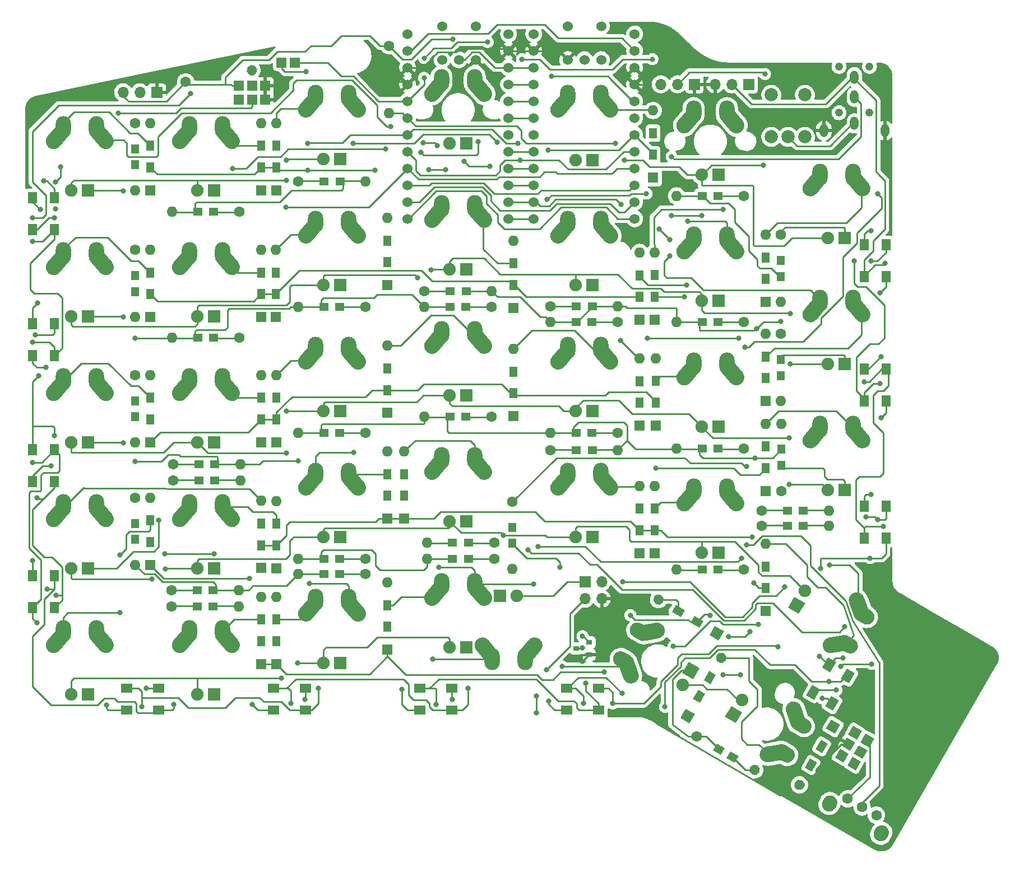
<source format=gbl>
G04 #@! TF.GenerationSoftware,KiCad,Pcbnew,(5.99.0-7652-gaab3c936f0)*
G04 #@! TF.CreationDate,2020-12-28T19:10:50+00:00*
G04 #@! TF.ProjectId,ergodash,6572676f-6461-4736-982e-6b696361645f,2.0*
G04 #@! TF.SameCoordinates,PX4c880a8PY8a3633c*
G04 #@! TF.FileFunction,Copper,L2,Bot*
G04 #@! TF.FilePolarity,Positive*
%FSLAX46Y46*%
G04 Gerber Fmt 4.6, Leading zero omitted, Abs format (unit mm)*
G04 Created by KiCad (PCBNEW (5.99.0-7652-gaab3c936f0)) date 2020-12-28 19:10:50*
%MOMM*%
%LPD*%
G01*
G04 APERTURE LIST*
G04 #@! TA.AperFunction,ComponentPad*
%ADD10C,2.000000*%
G04 #@! TD*
G04 #@! TA.AperFunction,ComponentPad*
%ADD11C,1.600000*%
G04 #@! TD*
G04 #@! TA.AperFunction,ComponentPad*
%ADD12O,1.600000X1.600000*%
G04 #@! TD*
G04 #@! TA.AperFunction,ComponentPad*
%ADD13R,1.524000X1.524000*%
G04 #@! TD*
G04 #@! TA.AperFunction,WasherPad*
%ADD14C,1.210000*%
G04 #@! TD*
G04 #@! TA.AperFunction,ComponentPad*
%ADD15O,1.300000X2.000000*%
G04 #@! TD*
G04 #@! TA.AperFunction,ComponentPad*
%ADD16R,1.700000X1.700000*%
G04 #@! TD*
G04 #@! TA.AperFunction,ComponentPad*
%ADD17O,1.700000X1.700000*%
G04 #@! TD*
G04 #@! TA.AperFunction,ComponentPad*
%ADD18C,1.524000*%
G04 #@! TD*
G04 #@! TA.AperFunction,ComponentPad*
%ADD19R,1.200000X1.400000*%
G04 #@! TD*
G04 #@! TA.AperFunction,ComponentPad*
%ADD20R,1.400000X1.200000*%
G04 #@! TD*
G04 #@! TA.AperFunction,ComponentPad*
%ADD21R,1.905000X1.905000*%
G04 #@! TD*
G04 #@! TA.AperFunction,ComponentPad*
%ADD22C,1.905000*%
G04 #@! TD*
G04 #@! TA.AperFunction,SMDPad,CuDef*
%ADD23R,0.900000X0.800000*%
G04 #@! TD*
G04 #@! TA.AperFunction,ComponentPad*
%ADD24O,2.300000X3.337000*%
G04 #@! TD*
G04 #@! TA.AperFunction,ComponentPad*
%ADD25R,1.200000X1.600000*%
G04 #@! TD*
G04 #@! TA.AperFunction,ComponentPad*
%ADD26R,1.600000X1.600000*%
G04 #@! TD*
G04 #@! TA.AperFunction,SMDPad,CuDef*
%ADD27R,1.400000X1.800000*%
G04 #@! TD*
G04 #@! TA.AperFunction,SMDPad,CuDef*
%ADD28R,1.800000X1.400000*%
G04 #@! TD*
G04 #@! TA.AperFunction,ViaPad*
%ADD29C,0.800000*%
G04 #@! TD*
G04 #@! TA.AperFunction,Conductor*
%ADD30C,0.254000*%
G04 #@! TD*
G04 APERTURE END LIST*
D10*
X113210000Y88250000D03*
X115750000Y88250000D03*
X118290000Y88250000D03*
X118290000Y94600000D03*
X113210000Y94600000D03*
D11*
X24748000Y96566500D03*
G04 #@! TA.AperFunction,ComponentPad*
G36*
G01*
X33965801Y98191846D02*
X33965801Y98191846D01*
G75*
G02*
X34614728Y99118611I787846J138919D01*
G01*
X34614728Y99118611D01*
G75*
G02*
X35541493Y98469684I138919J-787846D01*
G01*
X35541493Y98469684D01*
G75*
G02*
X34892566Y97542919I-787846J-138919D01*
G01*
X34892566Y97542919D01*
G75*
G02*
X33965801Y98191846I-138919J787846D01*
G01*
G37*
G04 #@! TD.AperFunction*
X55482000Y102027500D03*
D12*
X55482000Y91867500D03*
D13*
X39242000Y99487500D03*
X41242000Y99487500D03*
D14*
X128050000Y98900000D03*
X123450000Y91900000D03*
X123450000Y98900000D03*
X128050000Y91900000D03*
D15*
X125750000Y90300000D03*
X125750000Y97300000D03*
X125750000Y94300000D03*
X121150000Y89200000D03*
X130350000Y89200000D03*
D16*
X20400000Y95000000D03*
D17*
X17860000Y95000000D03*
X15320000Y95000000D03*
D16*
X109800000Y96200000D03*
D17*
X107260000Y96200000D03*
X104720000Y96200000D03*
D18*
X68541000Y105005500D03*
X63461000Y105005500D03*
X63461000Y99925500D03*
X66001000Y99925500D03*
X68541000Y99925500D03*
D11*
X17093000Y90343500D03*
D19*
X17093000Y86443500D03*
D12*
X17093000Y80183500D03*
D19*
X17093000Y84043500D03*
D11*
X32876000Y76916500D03*
D20*
X28976000Y76916500D03*
D12*
X22716000Y76916500D03*
D20*
X26576000Y76916500D03*
X45666000Y81545500D03*
D11*
X41766000Y81545500D03*
D12*
X51926000Y81545500D03*
D20*
X48066000Y81545500D03*
X64716000Y64908500D03*
D11*
X60816000Y64908500D03*
D20*
X67116000Y64908500D03*
D12*
X70976000Y64908500D03*
D11*
X79866000Y62622500D03*
D20*
X83766000Y62622500D03*
D12*
X90026000Y62622500D03*
D20*
X86166000Y62622500D03*
X105176000Y79329500D03*
D11*
X109076000Y79329500D03*
D20*
X102776000Y79329500D03*
D12*
X98916000Y79329500D03*
D19*
X114629000Y69552500D03*
D11*
X114629000Y73452500D03*
D19*
X114629000Y67152500D03*
D12*
X114629000Y63292500D03*
D11*
X17093000Y71166500D03*
D19*
X17093000Y67266500D03*
X17093000Y64866500D03*
D12*
X17093000Y61006500D03*
D11*
X32876000Y57866500D03*
D20*
X28976000Y57866500D03*
X26576000Y57866500D03*
D12*
X22716000Y57866500D03*
D11*
X51926000Y62565500D03*
D20*
X48026000Y62565500D03*
X45626000Y62565500D03*
D12*
X41766000Y62565500D03*
D11*
X70976000Y62565500D03*
D20*
X67076000Y62565500D03*
D12*
X60816000Y62565500D03*
D20*
X64676000Y62565500D03*
D11*
X90026000Y60279500D03*
D20*
X86126000Y60279500D03*
X83726000Y60279500D03*
D12*
X79866000Y60279500D03*
D11*
X109076000Y60279500D03*
D20*
X105176000Y60279500D03*
X102776000Y60279500D03*
D12*
X98916000Y60279500D03*
D19*
X114629000Y54566500D03*
D11*
X114629000Y58466500D03*
D19*
X114629000Y52166500D03*
D12*
X114629000Y48306500D03*
D19*
X17093000Y48343500D03*
D11*
X17093000Y52243500D03*
D12*
X17093000Y42083500D03*
D19*
X17093000Y45943500D03*
D20*
X26743000Y38746500D03*
D11*
X22843000Y38746500D03*
D12*
X33003000Y38746500D03*
D20*
X29143000Y38746500D03*
X48026000Y43515500D03*
D11*
X51926000Y43515500D03*
D12*
X41766000Y43515500D03*
D20*
X45626000Y43515500D03*
X67076000Y45928500D03*
D11*
X70976000Y45928500D03*
D12*
X60816000Y45928500D03*
D20*
X64676000Y45928500D03*
D11*
X90026000Y43515500D03*
D20*
X86126000Y43515500D03*
D12*
X79866000Y43515500D03*
D20*
X83726000Y43515500D03*
X105176000Y41102500D03*
D11*
X109076000Y41102500D03*
D20*
X102776000Y41102500D03*
D12*
X98916000Y41102500D03*
D11*
X114699000Y34717500D03*
D19*
X114699000Y38617500D03*
D12*
X114699000Y44877500D03*
D19*
X114699000Y41017500D03*
D11*
X22843000Y36333500D03*
D20*
X26743000Y36333500D03*
D12*
X33003000Y36333500D03*
D20*
X29143000Y36333500D03*
D19*
X17093000Y29801500D03*
D11*
X17093000Y33701500D03*
D19*
X17093000Y27401500D03*
D12*
X17093000Y23541500D03*
D20*
X48026000Y24465500D03*
D11*
X51926000Y24465500D03*
D20*
X45626000Y24465500D03*
D12*
X41766000Y24465500D03*
D11*
X71357000Y26878500D03*
D20*
X67457000Y26878500D03*
D12*
X61197000Y26878500D03*
D20*
X65057000Y26878500D03*
D11*
X109076000Y22814500D03*
D20*
X105176000Y22814500D03*
X102776000Y22814500D03*
D12*
X98916000Y22814500D03*
G04 #@! TA.AperFunction,ComponentPad*
G36*
X104371065Y-4502426D02*
G01*
X104971065Y-3463196D01*
X106183501Y-4163196D01*
X105583501Y-5202426D01*
X104371065Y-4502426D01*
G37*
G04 #@! TD.AperFunction*
D11*
X101899784Y-2382811D03*
G04 #@! TA.AperFunction,ComponentPad*
G36*
X106449526Y-5702426D02*
G01*
X107049526Y-4663196D01*
X108261962Y-5363196D01*
X107661962Y-6402426D01*
X106449526Y-5702426D01*
G37*
G04 #@! TD.AperFunction*
G04 #@! TA.AperFunction,ComponentPad*
G36*
G01*
X110005782Y-7062811D02*
X110005782Y-7062811D01*
G75*
G02*
X111098602Y-6769991I692820J-400000D01*
G01*
X111098602Y-6769991D01*
G75*
G02*
X111391422Y-7862811I-400000J-692820D01*
G01*
X111391422Y-7862811D01*
G75*
G02*
X110298602Y-8155631I-692820J400000D01*
G01*
X110298602Y-8155631D01*
G75*
G02*
X110005782Y-7062811I400000J692820D01*
G01*
G37*
G04 #@! TD.AperFunction*
D20*
X26489000Y19696500D03*
D11*
X22589000Y19696500D03*
D20*
X28889000Y19696500D03*
D12*
X32749000Y19696500D03*
D20*
X26489000Y17283500D03*
D11*
X22589000Y17283500D03*
D12*
X32749000Y17283500D03*
D20*
X28889000Y17283500D03*
D11*
X51926000Y22179500D03*
D20*
X48026000Y22179500D03*
D12*
X41766000Y22179500D03*
D20*
X45626000Y22179500D03*
X67457000Y24465500D03*
D11*
X71357000Y24465500D03*
D12*
X61197000Y24465500D03*
D20*
X65057000Y24465500D03*
D21*
X10016000Y80120000D03*
D22*
X7476000Y80120000D03*
D21*
X29066000Y80120000D03*
D22*
X26526000Y80120000D03*
D21*
X48116000Y84882500D03*
D22*
X45576000Y84882500D03*
D21*
X67166000Y87263750D03*
D22*
X64626000Y87263750D03*
D21*
X86216000Y84755500D03*
D22*
X83676000Y84755500D03*
D21*
X105266000Y82501250D03*
D22*
X102726000Y82501250D03*
D21*
X124316000Y72976250D03*
D22*
X121776000Y72976250D03*
D21*
X10016000Y61070000D03*
D22*
X7476000Y61070000D03*
D21*
X29066000Y61070000D03*
D22*
X26526000Y61070000D03*
D21*
X48116000Y65832500D03*
D22*
X45576000Y65832500D03*
D21*
X67166000Y68213750D03*
D22*
X64626000Y68213750D03*
D21*
X86216000Y65832500D03*
D22*
X83676000Y65832500D03*
D21*
X105266000Y63451250D03*
D22*
X102726000Y63451250D03*
D21*
X124316000Y53926250D03*
D22*
X121776000Y53926250D03*
D21*
X10016000Y42020000D03*
D22*
X7476000Y42020000D03*
D21*
X29066000Y42020000D03*
D22*
X26526000Y42020000D03*
D21*
X48116000Y46782500D03*
D22*
X45576000Y46782500D03*
D21*
X67166000Y49163750D03*
D22*
X64626000Y49163750D03*
D21*
X86216000Y46782500D03*
D22*
X83676000Y46782500D03*
D21*
X105266000Y44401250D03*
D22*
X102726000Y44401250D03*
D21*
X124316000Y34876250D03*
D22*
X121776000Y34876250D03*
D21*
X10016000Y22970000D03*
D22*
X7476000Y22970000D03*
D21*
X29066000Y22970000D03*
D22*
X26526000Y22970000D03*
D21*
X48116000Y27732500D03*
D22*
X45576000Y27732500D03*
D21*
X67166000Y30113750D03*
D22*
X64626000Y30113750D03*
D21*
X86216000Y27732500D03*
D22*
X83676000Y27732500D03*
D21*
X105266000Y25351250D03*
D22*
X102726000Y25351250D03*
G04 #@! TA.AperFunction,ComponentPad*
G36*
X101426048Y6258963D02*
G01*
X99776270Y7211463D01*
X100728770Y8861241D01*
X102378548Y7908741D01*
X101426048Y6258963D01*
G37*
G04 #@! TD.AperFunction*
X99807409Y5360398D03*
D21*
X10016000Y3920000D03*
D22*
X7476000Y3920000D03*
D21*
X29066000Y3920000D03*
D22*
X26526000Y3920000D03*
D21*
X48116000Y8682500D03*
D22*
X45576000Y8682500D03*
D21*
X67166000Y11063750D03*
D22*
X64626000Y11063750D03*
D18*
X58276000Y103805500D03*
X58276000Y101265500D03*
X58276000Y98725500D03*
X58276000Y96185500D03*
X58276000Y93645500D03*
X58276000Y91105500D03*
X58276000Y88565500D03*
X58276000Y86025500D03*
X58276000Y83485500D03*
X58276000Y80945500D03*
X58276000Y78405500D03*
X58276000Y75865500D03*
X73516000Y75865500D03*
X73516000Y78405500D03*
X73516000Y80945500D03*
X73516000Y83485500D03*
X73516000Y86025500D03*
X73516000Y88565500D03*
X73516000Y91105500D03*
X73516000Y93645500D03*
X73516000Y96185500D03*
X73516000Y98725500D03*
X73516000Y101265500D03*
X73516000Y103805500D03*
D21*
X72246000Y18842500D03*
D22*
X74786000Y18842500D03*
D23*
X85708000Y11852500D03*
X85708000Y9952500D03*
X83708000Y10902500D03*
G04 #@! TA.AperFunction,ComponentPad*
G36*
G01*
X23086097Y86667538D02*
X23086097Y86667538D01*
G75*
G02*
X22938189Y88358136I771345J919253D01*
G01*
X24095207Y89737016D01*
G75*
G02*
X25785805Y89884924I919253J-771345D01*
G01*
X25785805Y89884924D01*
G75*
G02*
X25933713Y88194326I-771345J-919253D01*
G01*
X24776695Y86815446D01*
G75*
G02*
X23086097Y86667538I-919253J771345D01*
G01*
G37*
G04 #@! TD.AperFunction*
D24*
X25276000Y89700000D03*
X30316000Y89700000D03*
G04 #@! TA.AperFunction,ComponentPad*
G36*
G01*
X29806195Y89884924D02*
X29806195Y89884924D01*
G75*
G02*
X31496793Y89737016I771345J-919253D01*
G01*
X32653811Y88358136D01*
G75*
G02*
X32505903Y86667538I-919253J-771345D01*
G01*
X32505903Y86667538D01*
G75*
G02*
X30815305Y86815446I-771345J919253D01*
G01*
X29658287Y88194326D01*
G75*
G02*
X29806195Y89884924I919253J771345D01*
G01*
G37*
G04 #@! TD.AperFunction*
X25276000Y70650000D03*
G04 #@! TA.AperFunction,ComponentPad*
G36*
G01*
X23086097Y67617538D02*
X23086097Y67617538D01*
G75*
G02*
X22938189Y69308136I771345J919253D01*
G01*
X24095207Y70687016D01*
G75*
G02*
X25785805Y70834924I919253J-771345D01*
G01*
X25785805Y70834924D01*
G75*
G02*
X25933713Y69144326I-771345J-919253D01*
G01*
X24776695Y67765446D01*
G75*
G02*
X23086097Y67617538I-919253J771345D01*
G01*
G37*
G04 #@! TD.AperFunction*
X30316000Y70650000D03*
G04 #@! TA.AperFunction,ComponentPad*
G36*
G01*
X29806195Y70834924D02*
X29806195Y70834924D01*
G75*
G02*
X31496793Y70687016I771345J-919253D01*
G01*
X32653811Y69308136D01*
G75*
G02*
X32505903Y67617538I-919253J-771345D01*
G01*
X32505903Y67617538D01*
G75*
G02*
X30815305Y67765446I-771345J919253D01*
G01*
X29658287Y69144326D01*
G75*
G02*
X29806195Y70834924I919253J771345D01*
G01*
G37*
G04 #@! TD.AperFunction*
X25276000Y51600000D03*
G04 #@! TA.AperFunction,ComponentPad*
G36*
G01*
X23086097Y48567538D02*
X23086097Y48567538D01*
G75*
G02*
X22938189Y50258136I771345J919253D01*
G01*
X24095207Y51637016D01*
G75*
G02*
X25785805Y51784924I919253J-771345D01*
G01*
X25785805Y51784924D01*
G75*
G02*
X25933713Y50094326I-771345J-919253D01*
G01*
X24776695Y48715446D01*
G75*
G02*
X23086097Y48567538I-919253J771345D01*
G01*
G37*
G04 #@! TD.AperFunction*
G04 #@! TA.AperFunction,ComponentPad*
G36*
G01*
X29806195Y51784924D02*
X29806195Y51784924D01*
G75*
G02*
X31496793Y51637016I771345J-919253D01*
G01*
X32653811Y50258136D01*
G75*
G02*
X32505903Y48567538I-919253J-771345D01*
G01*
X32505903Y48567538D01*
G75*
G02*
X30815305Y48715446I-771345J919253D01*
G01*
X29658287Y50094326D01*
G75*
G02*
X29806195Y51784924I919253J771345D01*
G01*
G37*
G04 #@! TD.AperFunction*
X30316000Y51600000D03*
G04 #@! TA.AperFunction,ComponentPad*
G36*
G01*
X23086097Y29517538D02*
X23086097Y29517538D01*
G75*
G02*
X22938189Y31208136I771345J919253D01*
G01*
X24095207Y32587016D01*
G75*
G02*
X25785805Y32734924I919253J-771345D01*
G01*
X25785805Y32734924D01*
G75*
G02*
X25933713Y31044326I-771345J-919253D01*
G01*
X24776695Y29665446D01*
G75*
G02*
X23086097Y29517538I-919253J771345D01*
G01*
G37*
G04 #@! TD.AperFunction*
X25276000Y32550000D03*
X30316000Y32550000D03*
G04 #@! TA.AperFunction,ComponentPad*
G36*
G01*
X29806195Y32734924D02*
X29806195Y32734924D01*
G75*
G02*
X31496793Y32587016I771345J-919253D01*
G01*
X32653811Y31208136D01*
G75*
G02*
X32505903Y29517538I-919253J-771345D01*
G01*
X32505903Y29517538D01*
G75*
G02*
X30815305Y29665446I-771345J919253D01*
G01*
X29658287Y31044326D01*
G75*
G02*
X29806195Y32734924I919253J771345D01*
G01*
G37*
G04 #@! TD.AperFunction*
G04 #@! TA.AperFunction,ComponentPad*
G36*
G01*
X42136097Y34280038D02*
X42136097Y34280038D01*
G75*
G02*
X41988189Y35970636I771345J919253D01*
G01*
X43145207Y37349516D01*
G75*
G02*
X44835805Y37497424I919253J-771345D01*
G01*
X44835805Y37497424D01*
G75*
G02*
X44983713Y35806826I-771345J-919253D01*
G01*
X43826695Y34427946D01*
G75*
G02*
X42136097Y34280038I-919253J771345D01*
G01*
G37*
G04 #@! TD.AperFunction*
X44326000Y37312500D03*
X49366000Y37312500D03*
G04 #@! TA.AperFunction,ComponentPad*
G36*
G01*
X48856195Y37497424D02*
X48856195Y37497424D01*
G75*
G02*
X50546793Y37349516I771345J-919253D01*
G01*
X51703811Y35970636D01*
G75*
G02*
X51555903Y34280038I-919253J-771345D01*
G01*
X51555903Y34280038D01*
G75*
G02*
X49865305Y34427946I-771345J919253D01*
G01*
X48708287Y35806826D01*
G75*
G02*
X48856195Y37497424I919253J771345D01*
G01*
G37*
G04 #@! TD.AperFunction*
X63376000Y96843750D03*
G04 #@! TA.AperFunction,ComponentPad*
G36*
G01*
X61186097Y93811288D02*
X61186097Y93811288D01*
G75*
G02*
X61038189Y95501886I771345J919253D01*
G01*
X62195207Y96880766D01*
G75*
G02*
X63885805Y97028674I919253J-771345D01*
G01*
X63885805Y97028674D01*
G75*
G02*
X64033713Y95338076I-771345J-919253D01*
G01*
X62876695Y93959196D01*
G75*
G02*
X61186097Y93811288I-919253J771345D01*
G01*
G37*
G04 #@! TD.AperFunction*
X68416000Y96843750D03*
G04 #@! TA.AperFunction,ComponentPad*
G36*
G01*
X67906195Y97028674D02*
X67906195Y97028674D01*
G75*
G02*
X69596793Y96880766I771345J-919253D01*
G01*
X70753811Y95501886D01*
G75*
G02*
X70605903Y93811288I-919253J-771345D01*
G01*
X70605903Y93811288D01*
G75*
G02*
X68915305Y93959196I-771345J919253D01*
G01*
X67758287Y95338076D01*
G75*
G02*
X67906195Y97028674I919253J771345D01*
G01*
G37*
G04 #@! TD.AperFunction*
G04 #@! TA.AperFunction,ComponentPad*
G36*
G01*
X61186097Y74761288D02*
X61186097Y74761288D01*
G75*
G02*
X61038189Y76451886I771345J919253D01*
G01*
X62195207Y77830766D01*
G75*
G02*
X63885805Y77978674I919253J-771345D01*
G01*
X63885805Y77978674D01*
G75*
G02*
X64033713Y76288076I-771345J-919253D01*
G01*
X62876695Y74909196D01*
G75*
G02*
X61186097Y74761288I-919253J771345D01*
G01*
G37*
G04 #@! TD.AperFunction*
X63376000Y77793750D03*
G04 #@! TA.AperFunction,ComponentPad*
G36*
G01*
X67906195Y77978674D02*
X67906195Y77978674D01*
G75*
G02*
X69596793Y77830766I771345J-919253D01*
G01*
X70753811Y76451886D01*
G75*
G02*
X70605903Y74761288I-919253J-771345D01*
G01*
X70605903Y74761288D01*
G75*
G02*
X68915305Y74909196I-771345J919253D01*
G01*
X67758287Y76288076D01*
G75*
G02*
X67906195Y77978674I919253J771345D01*
G01*
G37*
G04 #@! TD.AperFunction*
X68416000Y77793750D03*
X63376000Y58743750D03*
G04 #@! TA.AperFunction,ComponentPad*
G36*
G01*
X61186097Y55711288D02*
X61186097Y55711288D01*
G75*
G02*
X61038189Y57401886I771345J919253D01*
G01*
X62195207Y58780766D01*
G75*
G02*
X63885805Y58928674I919253J-771345D01*
G01*
X63885805Y58928674D01*
G75*
G02*
X64033713Y57238076I-771345J-919253D01*
G01*
X62876695Y55859196D01*
G75*
G02*
X61186097Y55711288I-919253J771345D01*
G01*
G37*
G04 #@! TD.AperFunction*
G04 #@! TA.AperFunction,ComponentPad*
G36*
G01*
X67906195Y58928674D02*
X67906195Y58928674D01*
G75*
G02*
X69596793Y58780766I771345J-919253D01*
G01*
X70753811Y57401886D01*
G75*
G02*
X70605903Y55711288I-919253J-771345D01*
G01*
X70605903Y55711288D01*
G75*
G02*
X68915305Y55859196I-771345J919253D01*
G01*
X67758287Y57238076D01*
G75*
G02*
X67906195Y58928674I919253J771345D01*
G01*
G37*
G04 #@! TD.AperFunction*
X68416000Y58743750D03*
G04 #@! TA.AperFunction,ComponentPad*
G36*
G01*
X61186097Y36661288D02*
X61186097Y36661288D01*
G75*
G02*
X61038189Y38351886I771345J919253D01*
G01*
X62195207Y39730766D01*
G75*
G02*
X63885805Y39878674I919253J-771345D01*
G01*
X63885805Y39878674D01*
G75*
G02*
X64033713Y38188076I-771345J-919253D01*
G01*
X62876695Y36809196D01*
G75*
G02*
X61186097Y36661288I-919253J771345D01*
G01*
G37*
G04 #@! TD.AperFunction*
X63376000Y39693750D03*
G04 #@! TA.AperFunction,ComponentPad*
G36*
G01*
X67906195Y39878674D02*
X67906195Y39878674D01*
G75*
G02*
X69596793Y39730766I771345J-919253D01*
G01*
X70753811Y38351886D01*
G75*
G02*
X70605903Y36661288I-919253J-771345D01*
G01*
X70605903Y36661288D01*
G75*
G02*
X68915305Y36809196I-771345J919253D01*
G01*
X67758287Y38188076D01*
G75*
G02*
X67906195Y39878674I919253J771345D01*
G01*
G37*
G04 #@! TD.AperFunction*
X68416000Y39693750D03*
X82426000Y94462500D03*
G04 #@! TA.AperFunction,ComponentPad*
G36*
G01*
X80236097Y91430038D02*
X80236097Y91430038D01*
G75*
G02*
X80088189Y93120636I771345J919253D01*
G01*
X81245207Y94499516D01*
G75*
G02*
X82935805Y94647424I919253J-771345D01*
G01*
X82935805Y94647424D01*
G75*
G02*
X83083713Y92956826I-771345J-919253D01*
G01*
X81926695Y91577946D01*
G75*
G02*
X80236097Y91430038I-919253J771345D01*
G01*
G37*
G04 #@! TD.AperFunction*
X87466000Y94462500D03*
G04 #@! TA.AperFunction,ComponentPad*
G36*
G01*
X86956195Y94647424D02*
X86956195Y94647424D01*
G75*
G02*
X88646793Y94499516I771345J-919253D01*
G01*
X89803811Y93120636D01*
G75*
G02*
X89655903Y91430038I-919253J-771345D01*
G01*
X89655903Y91430038D01*
G75*
G02*
X87965305Y91577946I-771345J919253D01*
G01*
X86808287Y92956826D01*
G75*
G02*
X86956195Y94647424I919253J771345D01*
G01*
G37*
G04 #@! TD.AperFunction*
G04 #@! TA.AperFunction,ComponentPad*
G36*
G01*
X80236097Y72380038D02*
X80236097Y72380038D01*
G75*
G02*
X80088189Y74070636I771345J919253D01*
G01*
X81245207Y75449516D01*
G75*
G02*
X82935805Y75597424I919253J-771345D01*
G01*
X82935805Y75597424D01*
G75*
G02*
X83083713Y73906826I-771345J-919253D01*
G01*
X81926695Y72527946D01*
G75*
G02*
X80236097Y72380038I-919253J771345D01*
G01*
G37*
G04 #@! TD.AperFunction*
X82426000Y75412500D03*
G04 #@! TA.AperFunction,ComponentPad*
G36*
G01*
X86956195Y75597424D02*
X86956195Y75597424D01*
G75*
G02*
X88646793Y75449516I771345J-919253D01*
G01*
X89803811Y74070636D01*
G75*
G02*
X89655903Y72380038I-919253J-771345D01*
G01*
X89655903Y72380038D01*
G75*
G02*
X87965305Y72527946I-771345J919253D01*
G01*
X86808287Y73906826D01*
G75*
G02*
X86956195Y75597424I919253J771345D01*
G01*
G37*
G04 #@! TD.AperFunction*
X87466000Y75412500D03*
G04 #@! TA.AperFunction,ComponentPad*
G36*
G01*
X80236097Y53330038D02*
X80236097Y53330038D01*
G75*
G02*
X80088189Y55020636I771345J919253D01*
G01*
X81245207Y56399516D01*
G75*
G02*
X82935805Y56547424I919253J-771345D01*
G01*
X82935805Y56547424D01*
G75*
G02*
X83083713Y54856826I-771345J-919253D01*
G01*
X81926695Y53477946D01*
G75*
G02*
X80236097Y53330038I-919253J771345D01*
G01*
G37*
G04 #@! TD.AperFunction*
X82426000Y56362500D03*
G04 #@! TA.AperFunction,ComponentPad*
G36*
G01*
X86956195Y56547424D02*
X86956195Y56547424D01*
G75*
G02*
X88646793Y56399516I771345J-919253D01*
G01*
X89803811Y55020636D01*
G75*
G02*
X89655903Y53330038I-919253J-771345D01*
G01*
X89655903Y53330038D01*
G75*
G02*
X87965305Y53477946I-771345J919253D01*
G01*
X86808287Y54856826D01*
G75*
G02*
X86956195Y56547424I919253J771345D01*
G01*
G37*
G04 #@! TD.AperFunction*
X87466000Y56362500D03*
G04 #@! TA.AperFunction,ComponentPad*
G36*
G01*
X80236097Y34280038D02*
X80236097Y34280038D01*
G75*
G02*
X80088189Y35970636I771345J919253D01*
G01*
X81245207Y37349516D01*
G75*
G02*
X82935805Y37497424I919253J-771345D01*
G01*
X82935805Y37497424D01*
G75*
G02*
X83083713Y35806826I-771345J-919253D01*
G01*
X81926695Y34427946D01*
G75*
G02*
X80236097Y34280038I-919253J771345D01*
G01*
G37*
G04 #@! TD.AperFunction*
X82426000Y37312500D03*
X87466000Y37312500D03*
G04 #@! TA.AperFunction,ComponentPad*
G36*
G01*
X86956195Y37497424D02*
X86956195Y37497424D01*
G75*
G02*
X88646793Y37349516I771345J-919253D01*
G01*
X89803811Y35970636D01*
G75*
G02*
X89655903Y34280038I-919253J-771345D01*
G01*
X89655903Y34280038D01*
G75*
G02*
X87965305Y34427946I-771345J919253D01*
G01*
X86808287Y35806826D01*
G75*
G02*
X86956195Y37497424I919253J771345D01*
G01*
G37*
G04 #@! TD.AperFunction*
X101476000Y92081250D03*
G04 #@! TA.AperFunction,ComponentPad*
G36*
G01*
X99286097Y89048788D02*
X99286097Y89048788D01*
G75*
G02*
X99138189Y90739386I771345J919253D01*
G01*
X100295207Y92118266D01*
G75*
G02*
X101985805Y92266174I919253J-771345D01*
G01*
X101985805Y92266174D01*
G75*
G02*
X102133713Y90575576I-771345J-919253D01*
G01*
X100976695Y89196696D01*
G75*
G02*
X99286097Y89048788I-919253J771345D01*
G01*
G37*
G04 #@! TD.AperFunction*
X106516000Y92081250D03*
G04 #@! TA.AperFunction,ComponentPad*
G36*
G01*
X106006195Y92266174D02*
X106006195Y92266174D01*
G75*
G02*
X107696793Y92118266I771345J-919253D01*
G01*
X108853811Y90739386D01*
G75*
G02*
X108705903Y89048788I-919253J-771345D01*
G01*
X108705903Y89048788D01*
G75*
G02*
X107015305Y89196696I-771345J919253D01*
G01*
X105858287Y90575576D01*
G75*
G02*
X106006195Y92266174I919253J771345D01*
G01*
G37*
G04 #@! TD.AperFunction*
X120526000Y82556250D03*
G04 #@! TA.AperFunction,ComponentPad*
G36*
G01*
X118336097Y79523788D02*
X118336097Y79523788D01*
G75*
G02*
X118188189Y81214386I771345J919253D01*
G01*
X119345207Y82593266D01*
G75*
G02*
X121035805Y82741174I919253J-771345D01*
G01*
X121035805Y82741174D01*
G75*
G02*
X121183713Y81050576I-771345J-919253D01*
G01*
X120026695Y79671696D01*
G75*
G02*
X118336097Y79523788I-919253J771345D01*
G01*
G37*
G04 #@! TD.AperFunction*
X125566000Y82556250D03*
G04 #@! TA.AperFunction,ComponentPad*
G36*
G01*
X125056195Y82741174D02*
X125056195Y82741174D01*
G75*
G02*
X126746793Y82593266I771345J-919253D01*
G01*
X127903811Y81214386D01*
G75*
G02*
X127755903Y79523788I-919253J-771345D01*
G01*
X127755903Y79523788D01*
G75*
G02*
X126065305Y79671696I-771345J919253D01*
G01*
X124908287Y81050576D01*
G75*
G02*
X125056195Y82741174I919253J771345D01*
G01*
G37*
G04 #@! TD.AperFunction*
X120526000Y63506250D03*
G04 #@! TA.AperFunction,ComponentPad*
G36*
G01*
X118336097Y60473788D02*
X118336097Y60473788D01*
G75*
G02*
X118188189Y62164386I771345J919253D01*
G01*
X119345207Y63543266D01*
G75*
G02*
X121035805Y63691174I919253J-771345D01*
G01*
X121035805Y63691174D01*
G75*
G02*
X121183713Y62000576I-771345J-919253D01*
G01*
X120026695Y60621696D01*
G75*
G02*
X118336097Y60473788I-919253J771345D01*
G01*
G37*
G04 #@! TD.AperFunction*
X125566000Y63506250D03*
G04 #@! TA.AperFunction,ComponentPad*
G36*
G01*
X125056195Y63691174D02*
X125056195Y63691174D01*
G75*
G02*
X126746793Y63543266I771345J-919253D01*
G01*
X127903811Y62164386D01*
G75*
G02*
X127755903Y60473788I-919253J-771345D01*
G01*
X127755903Y60473788D01*
G75*
G02*
X126065305Y60621696I-771345J919253D01*
G01*
X124908287Y62000576D01*
G75*
G02*
X125056195Y63691174I919253J771345D01*
G01*
G37*
G04 #@! TD.AperFunction*
G04 #@! TA.AperFunction,ComponentPad*
G36*
G01*
X118336097Y41423788D02*
X118336097Y41423788D01*
G75*
G02*
X118188189Y43114386I771345J919253D01*
G01*
X119345207Y44493266D01*
G75*
G02*
X121035805Y44641174I919253J-771345D01*
G01*
X121035805Y44641174D01*
G75*
G02*
X121183713Y42950576I-771345J-919253D01*
G01*
X120026695Y41571696D01*
G75*
G02*
X118336097Y41423788I-919253J771345D01*
G01*
G37*
G04 #@! TD.AperFunction*
X120526000Y44456250D03*
G04 #@! TA.AperFunction,ComponentPad*
G36*
G01*
X125056195Y44641174D02*
X125056195Y44641174D01*
G75*
G02*
X126746793Y44493266I771345J-919253D01*
G01*
X127903811Y43114386D01*
G75*
G02*
X127755903Y41423788I-919253J-771345D01*
G01*
X127755903Y41423788D01*
G75*
G02*
X126065305Y41571696I-771345J919253D01*
G01*
X124908287Y42950576D01*
G75*
G02*
X125056195Y44641174I919253J771345D01*
G01*
G37*
G04 #@! TD.AperFunction*
X125566000Y44456250D03*
G04 #@! TA.AperFunction,ComponentPad*
G36*
G01*
X127349080Y17160763D02*
X128247148Y16642263D01*
G75*
G02*
X128668077Y15071334I-575000J-995929D01*
G01*
X128668077Y15071334D01*
G75*
G02*
X127097148Y14650405I-995929J575000D01*
G01*
X126199080Y15168905D01*
G75*
G02*
X125778151Y16739834I575000J995929D01*
G01*
X125778151Y16739834D01*
G75*
G02*
X127349080Y17160763I995929J-575000D01*
G01*
G37*
G04 #@! TD.AperFunction*
G04 #@! TA.AperFunction,ComponentPad*
G36*
G01*
X125691877Y19318326D02*
X125691877Y19318326D01*
G75*
G02*
X127229932Y18601119I410424J-1127631D01*
G01*
X127845568Y16909673D01*
G75*
G02*
X127128361Y15371618I-1127631J-410424D01*
G01*
X127128361Y15371618D01*
G75*
G02*
X125590306Y16088825I-410424J1127631D01*
G01*
X124974670Y17780271D01*
G75*
G02*
X125691877Y19318326I1127631J410424D01*
G01*
G37*
G04 #@! TD.AperFunction*
G04 #@! TA.AperFunction,ComponentPad*
G36*
G01*
X125118166Y11889858D02*
X125118166Y11889858D01*
G75*
G02*
X124144775Y10499711I-1181769J-208378D01*
G01*
X122372121Y10187145D01*
G75*
G02*
X120981974Y11160536I-208378J1181769D01*
G01*
X120981974Y11160536D01*
G75*
G02*
X121955365Y12550683I1181769J208378D01*
G01*
X123728019Y12863249D01*
G75*
G02*
X125118166Y11889858I208378J-1181769D01*
G01*
G37*
G04 #@! TD.AperFunction*
G04 #@! TA.AperFunction,ComponentPad*
G36*
G01*
X124829080Y12795995D02*
X125727148Y12277495D01*
G75*
G02*
X126148077Y10706566I-575000J-995929D01*
G01*
X126148077Y10706566D01*
G75*
G02*
X124577148Y10285637I-995929J575000D01*
G01*
X123679080Y10804137D01*
G75*
G02*
X123258151Y12375066I575000J995929D01*
G01*
X123258151Y12375066D01*
G75*
G02*
X124829080Y12795995I995929J-575000D01*
G01*
G37*
G04 #@! TD.AperFunction*
G04 #@! TA.AperFunction,ComponentPad*
G36*
G01*
X23086097Y10467538D02*
X23086097Y10467538D01*
G75*
G02*
X22938189Y12158136I771345J919253D01*
G01*
X24095207Y13537016D01*
G75*
G02*
X25785805Y13684924I919253J-771345D01*
G01*
X25785805Y13684924D01*
G75*
G02*
X25933713Y11994326I-771345J-919253D01*
G01*
X24776695Y10615446D01*
G75*
G02*
X23086097Y10467538I-919253J771345D01*
G01*
G37*
G04 #@! TD.AperFunction*
X25276000Y13500000D03*
G04 #@! TA.AperFunction,ComponentPad*
G36*
G01*
X29806195Y13684924D02*
X29806195Y13684924D01*
G75*
G02*
X31496793Y13537016I771345J-919253D01*
G01*
X32653811Y12158136D01*
G75*
G02*
X32505903Y10467538I-919253J-771345D01*
G01*
X32505903Y10467538D01*
G75*
G02*
X30815305Y10615446I-771345J919253D01*
G01*
X29658287Y11994326D01*
G75*
G02*
X29806195Y13684924I919253J771345D01*
G01*
G37*
G04 #@! TD.AperFunction*
X30316000Y13500000D03*
G04 #@! TA.AperFunction,ComponentPad*
G36*
G01*
X90759920Y7812687D02*
X89861852Y8331187D01*
G75*
G02*
X89440923Y9902116I575000J995929D01*
G01*
X89440923Y9902116D01*
G75*
G02*
X91011852Y10323045I995929J-575000D01*
G01*
X91909920Y9804545D01*
G75*
G02*
X92330849Y8233616I-575000J-995929D01*
G01*
X92330849Y8233616D01*
G75*
G02*
X90759920Y7812687I-995929J575000D01*
G01*
G37*
G04 #@! TD.AperFunction*
G04 #@! TA.AperFunction,ComponentPad*
G36*
G01*
X92417123Y5655124D02*
X92417123Y5655124D01*
G75*
G02*
X90879068Y6372331I-410424J1127631D01*
G01*
X90263432Y8063777D01*
G75*
G02*
X90980639Y9601832I1127631J410424D01*
G01*
X90980639Y9601832D01*
G75*
G02*
X92518694Y8884625I410424J-1127631D01*
G01*
X93134330Y7193179D01*
G75*
G02*
X92417123Y5655124I-1127631J-410424D01*
G01*
G37*
G04 #@! TD.AperFunction*
G04 #@! TA.AperFunction,ComponentPad*
G36*
G01*
X92990834Y13083592D02*
X92990834Y13083592D01*
G75*
G02*
X93964225Y14473739I1181769J208378D01*
G01*
X95736879Y14786305D01*
G75*
G02*
X97127026Y13812914I208378J-1181769D01*
G01*
X97127026Y13812914D01*
G75*
G02*
X96153635Y12422767I-1181769J-208378D01*
G01*
X94380981Y12110201D01*
G75*
G02*
X92990834Y13083592I-208378J1181769D01*
G01*
G37*
G04 #@! TD.AperFunction*
G04 #@! TA.AperFunction,ComponentPad*
G36*
G01*
X93279920Y12177455D02*
X92381852Y12695955D01*
G75*
G02*
X91960923Y14266884I575000J995929D01*
G01*
X91960923Y14266884D01*
G75*
G02*
X93531852Y14687813I995929J-575000D01*
G01*
X94429920Y14169313D01*
G75*
G02*
X94850849Y12598384I-575000J-995929D01*
G01*
X94850849Y12598384D01*
G75*
G02*
X93279920Y12177455I-995929J575000D01*
G01*
G37*
G04 #@! TD.AperFunction*
G04 #@! TA.AperFunction,ComponentPad*
G36*
G01*
X116166877Y2820326D02*
X116166877Y2820326D01*
G75*
G02*
X117704932Y2103119I410424J-1127631D01*
G01*
X118320568Y411673D01*
G75*
G02*
X117603361Y-1126382I-1127631J-410424D01*
G01*
X117603361Y-1126382D01*
G75*
G02*
X116065306Y-409175I-410424J1127631D01*
G01*
X115449670Y1282271D01*
G75*
G02*
X116166877Y2820326I1127631J410424D01*
G01*
G37*
G04 #@! TD.AperFunction*
G04 #@! TA.AperFunction,ComponentPad*
G36*
G01*
X117824080Y662763D02*
X118722148Y144263D01*
G75*
G02*
X119143077Y-1426666I-575000J-995929D01*
G01*
X119143077Y-1426666D01*
G75*
G02*
X117572148Y-1847595I-995929J575000D01*
G01*
X116674080Y-1329095D01*
G75*
G02*
X116253151Y241834I575000J995929D01*
G01*
X116253151Y241834D01*
G75*
G02*
X117824080Y662763I995929J-575000D01*
G01*
G37*
G04 #@! TD.AperFunction*
G04 #@! TA.AperFunction,ComponentPad*
G36*
G01*
X115593166Y-4608142D02*
X115593166Y-4608142D01*
G75*
G02*
X114619775Y-5998289I-1181769J-208378D01*
G01*
X112847121Y-6310855D01*
G75*
G02*
X111456974Y-5337464I-208378J1181769D01*
G01*
X111456974Y-5337464D01*
G75*
G02*
X112430365Y-3947317I1181769J208378D01*
G01*
X114203019Y-3634751D01*
G75*
G02*
X115593166Y-4608142I208378J-1181769D01*
G01*
G37*
G04 #@! TD.AperFunction*
G04 #@! TA.AperFunction,ComponentPad*
G36*
G01*
X115304080Y-3702005D02*
X116202148Y-4220505D01*
G75*
G02*
X116623077Y-5791434I-575000J-995929D01*
G01*
X116623077Y-5791434D01*
G75*
G02*
X115052148Y-6212363I-995929J575000D01*
G01*
X114154080Y-5693863D01*
G75*
G02*
X113733151Y-4122934I575000J995929D01*
G01*
X113733151Y-4122934D01*
G75*
G02*
X115304080Y-3702005I995929J-575000D01*
G01*
G37*
G04 #@! TD.AperFunction*
G04 #@! TA.AperFunction,ComponentPad*
G36*
G01*
X78225903Y12294962D02*
X78225903Y12294962D01*
G75*
G02*
X78373811Y10604364I-771345J-919253D01*
G01*
X77216793Y9225484D01*
G75*
G02*
X75526195Y9077576I-919253J771345D01*
G01*
X75526195Y9077576D01*
G75*
G02*
X75378287Y10768174I771345J919253D01*
G01*
X76535305Y12147054D01*
G75*
G02*
X78225903Y12294962I919253J-771345D01*
G01*
G37*
G04 #@! TD.AperFunction*
X76036000Y9262500D03*
X70996000Y9262500D03*
G04 #@! TA.AperFunction,ComponentPad*
G36*
G01*
X71505805Y9077576D02*
X71505805Y9077576D01*
G75*
G02*
X69815207Y9225484I-771345J919253D01*
G01*
X68658189Y10604364D01*
G75*
G02*
X68806097Y12294962I919253J771345D01*
G01*
X68806097Y12294962D01*
G75*
G02*
X70496695Y12147054I771345J-919253D01*
G01*
X71653713Y10768174D01*
G75*
G02*
X71505805Y9077576I-919253J-771345D01*
G01*
G37*
G04 #@! TD.AperFunction*
G04 #@! TA.AperFunction,ComponentPad*
G36*
X116682952Y18714487D02*
G01*
X118332730Y17761987D01*
X117380230Y16112209D01*
X115730452Y17064709D01*
X116682952Y18714487D01*
G37*
G04 #@! TD.AperFunction*
D22*
X118301591Y19613052D03*
G04 #@! TA.AperFunction,ComponentPad*
G36*
X107157952Y2216487D02*
G01*
X108807730Y1263987D01*
X107855230Y-385791D01*
X106205452Y566709D01*
X107157952Y2216487D01*
G37*
G04 #@! TD.AperFunction*
X108776591Y3115052D03*
D11*
X111743000Y31761500D03*
D20*
X115643000Y31761500D03*
D12*
X121903000Y31761500D03*
D20*
X118043000Y31761500D03*
D11*
X111743000Y29475500D03*
D20*
X115643000Y29475500D03*
D12*
X121903000Y29475500D03*
D20*
X118043000Y29475500D03*
D25*
X19414000Y83633500D03*
D26*
X19414000Y80183500D03*
D12*
X19414000Y90343500D03*
D25*
X19414000Y86893500D03*
X19414000Y64456500D03*
D26*
X19414000Y61006500D03*
D12*
X19414000Y71166500D03*
D25*
X19414000Y67716500D03*
X19414000Y45533500D03*
D26*
X19414000Y42083500D03*
D12*
X19414000Y52243500D03*
D25*
X19414000Y48793500D03*
D26*
X36178000Y23054500D03*
D25*
X36178000Y26504500D03*
D12*
X36178000Y33214500D03*
D25*
X36178000Y29764500D03*
X36178000Y83633500D03*
D26*
X36178000Y80183500D03*
D12*
X36178000Y90343500D03*
D25*
X36178000Y86893500D03*
X36178000Y64456500D03*
D26*
X36178000Y61006500D03*
D25*
X36178000Y67716500D03*
D12*
X36178000Y71166500D03*
D26*
X36178000Y42083500D03*
D25*
X36178000Y45533500D03*
X36178000Y48793500D03*
D12*
X36178000Y52243500D03*
D25*
X38464000Y26483500D03*
D26*
X38464000Y23033500D03*
D25*
X38464000Y29743500D03*
D12*
X38464000Y33193500D03*
D25*
X38464000Y83633500D03*
D26*
X38464000Y80183500D03*
D12*
X38464000Y90343500D03*
D25*
X38464000Y86893500D03*
D26*
X38337000Y61006500D03*
D25*
X38337000Y64456500D03*
D12*
X38337000Y71166500D03*
D25*
X38337000Y67716500D03*
D26*
X38464000Y42083500D03*
D25*
X38464000Y45533500D03*
X38464000Y48793500D03*
D12*
X38464000Y52243500D03*
D25*
X55228000Y33976500D03*
D26*
X55228000Y30526500D03*
D12*
X55228000Y40686500D03*
D25*
X55228000Y37236500D03*
D26*
X55228000Y65832500D03*
D25*
X55228000Y69282500D03*
X55228000Y72542500D03*
D12*
X55228000Y75992500D03*
D25*
X74278000Y65853500D03*
D26*
X74278000Y62403500D03*
D25*
X74278000Y69113500D03*
D12*
X74278000Y72563500D03*
D25*
X57768000Y33997500D03*
D26*
X57768000Y30547500D03*
D25*
X57768000Y37257500D03*
D12*
X57768000Y40707500D03*
D25*
X95360000Y85538500D03*
D26*
X95360000Y82088500D03*
D25*
X95360000Y88798500D03*
D12*
X95360000Y92248500D03*
D26*
X74278000Y46041500D03*
D25*
X74278000Y49491500D03*
D12*
X74278000Y56201500D03*
D25*
X74278000Y52751500D03*
X93328000Y28769500D03*
D26*
X93328000Y25319500D03*
D12*
X93328000Y35479500D03*
D25*
X93328000Y32029500D03*
X95614000Y64075500D03*
D26*
X95614000Y60625500D03*
D12*
X95614000Y70785500D03*
D25*
X95614000Y67335500D03*
X93328000Y64054500D03*
D26*
X93328000Y60604500D03*
D25*
X93328000Y67314500D03*
D12*
X93328000Y70764500D03*
D25*
X95741000Y48073500D03*
D26*
X95741000Y44623500D03*
D12*
X95741000Y54783500D03*
D25*
X95741000Y51333500D03*
D26*
X95614000Y25319500D03*
D25*
X95614000Y28769500D03*
X95614000Y32029500D03*
D12*
X95614000Y35479500D03*
D25*
X112378000Y66742500D03*
D26*
X112378000Y63292500D03*
D12*
X112378000Y73452500D03*
D25*
X112378000Y70002500D03*
X112378000Y51756500D03*
D26*
X112378000Y48306500D03*
D25*
X112378000Y55016500D03*
D12*
X112378000Y58466500D03*
D26*
X112378000Y34717500D03*
D25*
X112378000Y38167500D03*
D12*
X112378000Y44877500D03*
D25*
X112378000Y41427500D03*
D26*
X112378000Y16577500D03*
D25*
X112378000Y20027500D03*
X112378000Y23287500D03*
D12*
X112378000Y26737500D03*
D25*
X19414000Y26991500D03*
D26*
X19414000Y23541500D03*
D12*
X19414000Y33701500D03*
D25*
X19414000Y30251500D03*
D26*
X36178000Y8555500D03*
D25*
X36178000Y12005500D03*
X36178000Y15265500D03*
D12*
X36178000Y18715500D03*
D25*
X38464000Y12005500D03*
D26*
X38464000Y8555500D03*
D12*
X38464000Y18715500D03*
D25*
X38464000Y15265500D03*
G04 #@! TA.AperFunction,ComponentPad*
G36*
X106073850Y13494320D02*
G01*
X105273850Y12108680D01*
X103888210Y12908680D01*
X104688210Y14294320D01*
X106073850Y13494320D01*
G37*
G04 #@! TD.AperFunction*
G04 #@! TA.AperFunction,ComponentPad*
G36*
X102986062Y15046115D02*
G01*
X102386062Y14006885D01*
X101000422Y14806885D01*
X101600422Y15846115D01*
X102986062Y15046115D01*
G37*
G04 #@! TD.AperFunction*
G04 #@! TA.AperFunction,ComponentPad*
G36*
G01*
X96875032Y17881500D02*
X96875032Y17881500D01*
G75*
G02*
X95782212Y17588680I-692820J400000D01*
G01*
X95782212Y17588680D01*
G75*
G02*
X95489392Y18681500I400000J692820D01*
G01*
X95489392Y18681500D01*
G75*
G02*
X96582212Y18974320I692820J-400000D01*
G01*
X96582212Y18974320D01*
G75*
G02*
X96875032Y17881500I-400000J-692820D01*
G01*
G37*
G04 #@! TD.AperFunction*
G04 #@! TA.AperFunction,ComponentPad*
G36*
X100162820Y16676115D02*
G01*
X99562820Y15636885D01*
X98177180Y16436885D01*
X98777180Y17476115D01*
X100162820Y16676115D01*
G37*
G04 #@! TD.AperFunction*
G04 #@! TA.AperFunction,ComponentPad*
G36*
X100859820Y-411320D02*
G01*
X99474180Y388680D01*
X100274180Y1774320D01*
X101659820Y974320D01*
X100859820Y-411320D01*
G37*
G04 #@! TD.AperFunction*
G04 #@! TA.AperFunction,ComponentPad*
G36*
X102411615Y2676468D02*
G01*
X101372385Y3276468D01*
X102172385Y4662108D01*
X103211615Y4062108D01*
X102411615Y2676468D01*
G37*
G04 #@! TD.AperFunction*
G04 #@! TA.AperFunction,ComponentPad*
G36*
X104041615Y5499710D02*
G01*
X103002385Y6099710D01*
X103802385Y7485350D01*
X104841615Y6885350D01*
X104041615Y5499710D01*
G37*
G04 #@! TD.AperFunction*
G04 #@! TA.AperFunction,ComponentPad*
G36*
G01*
X105247000Y8787498D02*
X105247000Y8787498D01*
G75*
G02*
X104954180Y9880318I400000J692820D01*
G01*
X104954180Y9880318D01*
G75*
G02*
X106047000Y10173138I692820J-400000D01*
G01*
X106047000Y10173138D01*
G75*
G02*
X106339820Y9080318I-400000J-692820D01*
G01*
X106339820Y9080318D01*
G75*
G02*
X105247000Y8787498I-692820J400000D01*
G01*
G37*
G04 #@! TD.AperFunction*
D20*
X83766000Y40905500D03*
D11*
X79866000Y40905500D03*
D12*
X90026000Y40905500D03*
D20*
X86166000Y40905500D03*
D11*
X74116000Y33087500D03*
D19*
X74116000Y29187500D03*
X74116000Y26787500D03*
D12*
X74116000Y22927500D03*
D13*
X32781000Y96016500D03*
X34781000Y96016500D03*
X36781000Y96016500D03*
X32781000Y93857500D03*
X34781000Y93857500D03*
X36781000Y93857500D03*
D25*
X55228000Y14185500D03*
D26*
X55228000Y10735500D03*
D25*
X55228000Y17445500D03*
D12*
X55228000Y20895500D03*
D25*
X55228000Y49957500D03*
D26*
X55228000Y46507500D03*
D25*
X55228000Y53217500D03*
D12*
X55228000Y56667500D03*
D26*
X93328000Y44602500D03*
D25*
X93328000Y48052500D03*
D12*
X93328000Y54762500D03*
D25*
X93328000Y51312500D03*
G04 #@! TA.AperFunction,ComponentPad*
G36*
X124155911Y-6363051D02*
G01*
X122836089Y-5601051D01*
X123598089Y-4281229D01*
X124917911Y-5043229D01*
X124155911Y-6363051D01*
G37*
G04 #@! TD.AperFunction*
G04 #@! TA.AperFunction,ComponentPad*
G36*
X125155911Y-4631000D02*
G01*
X123836089Y-3869000D01*
X124598089Y-2549178D01*
X125917911Y-3311178D01*
X125155911Y-4631000D01*
G37*
G04 #@! TD.AperFunction*
G04 #@! TA.AperFunction,ComponentPad*
G36*
X126155911Y-2898949D02*
G01*
X124836089Y-2136949D01*
X125598089Y-817127D01*
X126917911Y-1579127D01*
X126155911Y-2898949D01*
G37*
G04 #@! TD.AperFunction*
G04 #@! TA.AperFunction,ComponentPad*
G36*
G01*
X121397935Y-13625807D02*
X121397935Y-13625807D01*
G75*
G02*
X120995307Y-12123179I550000J952628D01*
G01*
X121145307Y-11863371D01*
G75*
G02*
X122647935Y-11460743I952628J-550000D01*
G01*
X122647935Y-11460743D01*
G75*
G02*
X123050563Y-12963371I-550000J-952628D01*
G01*
X122900563Y-13223179D01*
G75*
G02*
X121397935Y-13625807I-952628J550000D01*
G01*
G37*
G04 #@! TD.AperFunction*
G04 #@! TA.AperFunction,ComponentPad*
G36*
G01*
X129192163Y-18125807D02*
X129192163Y-18125807D01*
G75*
G02*
X128789535Y-16623179I550000J952628D01*
G01*
X128939535Y-16363371D01*
G75*
G02*
X130442163Y-15960743I952628J-550000D01*
G01*
X130442163Y-15960743D01*
G75*
G02*
X130844791Y-17463371I-550000J-952628D01*
G01*
X130694791Y-17723179D01*
G75*
G02*
X129192163Y-18125807I-952628J550000D01*
G01*
G37*
G04 #@! TD.AperFunction*
D11*
X129085113Y-14311224D03*
X126920049Y-13061224D03*
X124754985Y-11811224D03*
G04 #@! TA.AperFunction,ComponentPad*
G36*
X120699205Y-2912288D02*
G01*
X121738435Y-3512288D01*
X120938435Y-4897928D01*
X119899205Y-4297928D01*
X120699205Y-2912288D01*
G37*
G04 #@! TD.AperFunction*
G04 #@! TA.AperFunction,ComponentPad*
G36*
X122251000Y175500D02*
G01*
X123636640Y-624500D01*
X122836640Y-2010140D01*
X121451000Y-1210140D01*
X122251000Y175500D01*
G37*
G04 #@! TD.AperFunction*
G04 #@! TA.AperFunction,ComponentPad*
G36*
G01*
X117863820Y-9023318D02*
X117863820Y-9023318D01*
G75*
G02*
X118156640Y-10116138I-400000J-692820D01*
G01*
X118156640Y-10116138D01*
G75*
G02*
X117063820Y-10408958I-692820J400000D01*
G01*
X117063820Y-10408958D01*
G75*
G02*
X116771000Y-9316138I400000J692820D01*
G01*
X116771000Y-9316138D01*
G75*
G02*
X117863820Y-9023318I692820J-400000D01*
G01*
G37*
G04 #@! TD.AperFunction*
G04 #@! TA.AperFunction,ComponentPad*
G36*
X119069205Y-5735530D02*
G01*
X120108435Y-6335530D01*
X119308435Y-7721170D01*
X118269205Y-7121170D01*
X119069205Y-5735530D01*
G37*
G04 #@! TD.AperFunction*
D16*
X85051000Y20955000D03*
D17*
X85051000Y18415000D03*
X87591000Y20955000D03*
X87591000Y18415000D03*
D16*
X101600000Y96200000D03*
D17*
X99060000Y96200000D03*
X96520000Y96200000D03*
G04 #@! TA.AperFunction,ComponentPad*
G36*
X125998302Y-7522962D02*
G01*
X124678480Y-6760962D01*
X125440480Y-5441140D01*
X126760302Y-6203140D01*
X125998302Y-7522962D01*
G37*
G04 #@! TD.AperFunction*
G04 #@! TA.AperFunction,ComponentPad*
G36*
X126998302Y-5790911D02*
G01*
X125678480Y-5028911D01*
X126440480Y-3709089D01*
X127760302Y-4471089D01*
X126998302Y-5790911D01*
G37*
G04 #@! TD.AperFunction*
G04 #@! TA.AperFunction,ComponentPad*
G36*
X127998302Y-4058860D02*
G01*
X126678480Y-3296860D01*
X127440480Y-1977038D01*
X128760302Y-2739038D01*
X127998302Y-4058860D01*
G37*
G04 #@! TD.AperFunction*
D18*
X82461000Y105005500D03*
X87541000Y105005500D03*
X87541000Y99925500D03*
X85001000Y99925500D03*
X82461000Y99925500D03*
X92566000Y103805500D03*
X92566000Y101265500D03*
X92566000Y98725500D03*
X92566000Y96185500D03*
X92566000Y93645500D03*
X92566000Y91105500D03*
X92566000Y88565500D03*
X92566000Y86025500D03*
X92566000Y83485500D03*
X92566000Y80945500D03*
X92566000Y78405500D03*
X92566000Y75865500D03*
X77326000Y75865500D03*
X77326000Y78405500D03*
X77326000Y80945500D03*
X77326000Y83485500D03*
X77326000Y86025500D03*
X77326000Y88565500D03*
X77326000Y91105500D03*
X77326000Y93645500D03*
X77326000Y96185500D03*
X77326000Y98725500D03*
X77326000Y101265500D03*
X77326000Y103805500D03*
D24*
X11266000Y89700000D03*
G04 #@! TA.AperFunction,ComponentPad*
G36*
G01*
X13455903Y86667538D02*
X13455903Y86667538D01*
G75*
G02*
X11765305Y86815446I-771345J919253D01*
G01*
X10608287Y88194326D01*
G75*
G02*
X10756195Y89884924I919253J771345D01*
G01*
X10756195Y89884924D01*
G75*
G02*
X12446793Y89737016I771345J-919253D01*
G01*
X13603811Y88358136D01*
G75*
G02*
X13455903Y86667538I-919253J-771345D01*
G01*
G37*
G04 #@! TD.AperFunction*
G04 #@! TA.AperFunction,ComponentPad*
G36*
G01*
X6735805Y89884924D02*
X6735805Y89884924D01*
G75*
G02*
X6883713Y88194326I-771345J-919253D01*
G01*
X5726695Y86815446D01*
G75*
G02*
X4036097Y86667538I-919253J771345D01*
G01*
X4036097Y86667538D01*
G75*
G02*
X3888189Y88358136I771345J919253D01*
G01*
X5045207Y89737016D01*
G75*
G02*
X6735805Y89884924I919253J-771345D01*
G01*
G37*
G04 #@! TD.AperFunction*
X6226000Y89700000D03*
G04 #@! TA.AperFunction,ComponentPad*
G36*
G01*
X13455903Y67617538D02*
X13455903Y67617538D01*
G75*
G02*
X11765305Y67765446I-771345J919253D01*
G01*
X10608287Y69144326D01*
G75*
G02*
X10756195Y70834924I919253J771345D01*
G01*
X10756195Y70834924D01*
G75*
G02*
X12446793Y70687016I771345J-919253D01*
G01*
X13603811Y69308136D01*
G75*
G02*
X13455903Y67617538I-919253J-771345D01*
G01*
G37*
G04 #@! TD.AperFunction*
X11266000Y70650000D03*
G04 #@! TA.AperFunction,ComponentPad*
G36*
G01*
X6735805Y70834924D02*
X6735805Y70834924D01*
G75*
G02*
X6883713Y69144326I-771345J-919253D01*
G01*
X5726695Y67765446D01*
G75*
G02*
X4036097Y67617538I-919253J771345D01*
G01*
X4036097Y67617538D01*
G75*
G02*
X3888189Y69308136I771345J919253D01*
G01*
X5045207Y70687016D01*
G75*
G02*
X6735805Y70834924I919253J-771345D01*
G01*
G37*
G04 #@! TD.AperFunction*
X6226000Y70650000D03*
G04 #@! TA.AperFunction,ComponentPad*
G36*
G01*
X13455903Y48567538D02*
X13455903Y48567538D01*
G75*
G02*
X11765305Y48715446I-771345J919253D01*
G01*
X10608287Y50094326D01*
G75*
G02*
X10756195Y51784924I919253J771345D01*
G01*
X10756195Y51784924D01*
G75*
G02*
X12446793Y51637016I771345J-919253D01*
G01*
X13603811Y50258136D01*
G75*
G02*
X13455903Y48567538I-919253J-771345D01*
G01*
G37*
G04 #@! TD.AperFunction*
X11266000Y51600000D03*
X6226000Y51600000D03*
G04 #@! TA.AperFunction,ComponentPad*
G36*
G01*
X6735805Y51784924D02*
X6735805Y51784924D01*
G75*
G02*
X6883713Y50094326I-771345J-919253D01*
G01*
X5726695Y48715446D01*
G75*
G02*
X4036097Y48567538I-919253J771345D01*
G01*
X4036097Y48567538D01*
G75*
G02*
X3888189Y50258136I771345J919253D01*
G01*
X5045207Y51637016D01*
G75*
G02*
X6735805Y51784924I919253J-771345D01*
G01*
G37*
G04 #@! TD.AperFunction*
X11266000Y32550000D03*
G04 #@! TA.AperFunction,ComponentPad*
G36*
G01*
X13455903Y29517538D02*
X13455903Y29517538D01*
G75*
G02*
X11765305Y29665446I-771345J919253D01*
G01*
X10608287Y31044326D01*
G75*
G02*
X10756195Y32734924I919253J771345D01*
G01*
X10756195Y32734924D01*
G75*
G02*
X12446793Y32587016I771345J-919253D01*
G01*
X13603811Y31208136D01*
G75*
G02*
X13455903Y29517538I-919253J-771345D01*
G01*
G37*
G04 #@! TD.AperFunction*
G04 #@! TA.AperFunction,ComponentPad*
G36*
G01*
X6735805Y32734924D02*
X6735805Y32734924D01*
G75*
G02*
X6883713Y31044326I-771345J-919253D01*
G01*
X5726695Y29665446D01*
G75*
G02*
X4036097Y29517538I-919253J771345D01*
G01*
X4036097Y29517538D01*
G75*
G02*
X3888189Y31208136I771345J919253D01*
G01*
X5045207Y32587016D01*
G75*
G02*
X6735805Y32734924I919253J-771345D01*
G01*
G37*
G04 #@! TD.AperFunction*
X6226000Y32550000D03*
G04 #@! TA.AperFunction,ComponentPad*
G36*
G01*
X51555903Y91430038D02*
X51555903Y91430038D01*
G75*
G02*
X49865305Y91577946I-771345J919253D01*
G01*
X48708287Y92956826D01*
G75*
G02*
X48856195Y94647424I919253J771345D01*
G01*
X48856195Y94647424D01*
G75*
G02*
X50546793Y94499516I771345J-919253D01*
G01*
X51703811Y93120636D01*
G75*
G02*
X51555903Y91430038I-919253J-771345D01*
G01*
G37*
G04 #@! TD.AperFunction*
X49366000Y94462500D03*
G04 #@! TA.AperFunction,ComponentPad*
G36*
G01*
X44835805Y94647424D02*
X44835805Y94647424D01*
G75*
G02*
X44983713Y92956826I-771345J-919253D01*
G01*
X43826695Y91577946D01*
G75*
G02*
X42136097Y91430038I-919253J771345D01*
G01*
X42136097Y91430038D01*
G75*
G02*
X41988189Y93120636I771345J919253D01*
G01*
X43145207Y94499516D01*
G75*
G02*
X44835805Y94647424I919253J-771345D01*
G01*
G37*
G04 #@! TD.AperFunction*
X44326000Y94462500D03*
X49366000Y75412500D03*
G04 #@! TA.AperFunction,ComponentPad*
G36*
G01*
X51555903Y72380038D02*
X51555903Y72380038D01*
G75*
G02*
X49865305Y72527946I-771345J919253D01*
G01*
X48708287Y73906826D01*
G75*
G02*
X48856195Y75597424I919253J771345D01*
G01*
X48856195Y75597424D01*
G75*
G02*
X50546793Y75449516I771345J-919253D01*
G01*
X51703811Y74070636D01*
G75*
G02*
X51555903Y72380038I-919253J-771345D01*
G01*
G37*
G04 #@! TD.AperFunction*
G04 #@! TA.AperFunction,ComponentPad*
G36*
G01*
X44835805Y75597424D02*
X44835805Y75597424D01*
G75*
G02*
X44983713Y73906826I-771345J-919253D01*
G01*
X43826695Y72527946D01*
G75*
G02*
X42136097Y72380038I-919253J771345D01*
G01*
X42136097Y72380038D01*
G75*
G02*
X41988189Y74070636I771345J919253D01*
G01*
X43145207Y75449516D01*
G75*
G02*
X44835805Y75597424I919253J-771345D01*
G01*
G37*
G04 #@! TD.AperFunction*
X44326000Y75412500D03*
X49366000Y56362500D03*
G04 #@! TA.AperFunction,ComponentPad*
G36*
G01*
X51555903Y53330038D02*
X51555903Y53330038D01*
G75*
G02*
X49865305Y53477946I-771345J919253D01*
G01*
X48708287Y54856826D01*
G75*
G02*
X48856195Y56547424I919253J771345D01*
G01*
X48856195Y56547424D01*
G75*
G02*
X50546793Y56399516I771345J-919253D01*
G01*
X51703811Y55020636D01*
G75*
G02*
X51555903Y53330038I-919253J-771345D01*
G01*
G37*
G04 #@! TD.AperFunction*
X44326000Y56362500D03*
G04 #@! TA.AperFunction,ComponentPad*
G36*
G01*
X44835805Y56547424D02*
X44835805Y56547424D01*
G75*
G02*
X44983713Y54856826I-771345J-919253D01*
G01*
X43826695Y53477946D01*
G75*
G02*
X42136097Y53330038I-919253J771345D01*
G01*
X42136097Y53330038D01*
G75*
G02*
X41988189Y55020636I771345J919253D01*
G01*
X43145207Y56399516D01*
G75*
G02*
X44835805Y56547424I919253J-771345D01*
G01*
G37*
G04 #@! TD.AperFunction*
X106516000Y73031250D03*
G04 #@! TA.AperFunction,ComponentPad*
G36*
G01*
X108705903Y69998788D02*
X108705903Y69998788D01*
G75*
G02*
X107015305Y70146696I-771345J919253D01*
G01*
X105858287Y71525576D01*
G75*
G02*
X106006195Y73216174I919253J771345D01*
G01*
X106006195Y73216174D01*
G75*
G02*
X107696793Y73068266I771345J-919253D01*
G01*
X108853811Y71689386D01*
G75*
G02*
X108705903Y69998788I-919253J-771345D01*
G01*
G37*
G04 #@! TD.AperFunction*
G04 #@! TA.AperFunction,ComponentPad*
G36*
G01*
X101985805Y73216174D02*
X101985805Y73216174D01*
G75*
G02*
X102133713Y71525576I-771345J-919253D01*
G01*
X100976695Y70146696D01*
G75*
G02*
X99286097Y69998788I-919253J771345D01*
G01*
X99286097Y69998788D01*
G75*
G02*
X99138189Y71689386I771345J919253D01*
G01*
X100295207Y73068266D01*
G75*
G02*
X101985805Y73216174I919253J-771345D01*
G01*
G37*
G04 #@! TD.AperFunction*
X101476000Y73031250D03*
X106516000Y53981250D03*
G04 #@! TA.AperFunction,ComponentPad*
G36*
G01*
X108705903Y50948788D02*
X108705903Y50948788D01*
G75*
G02*
X107015305Y51096696I-771345J919253D01*
G01*
X105858287Y52475576D01*
G75*
G02*
X106006195Y54166174I919253J771345D01*
G01*
X106006195Y54166174D01*
G75*
G02*
X107696793Y54018266I771345J-919253D01*
G01*
X108853811Y52639386D01*
G75*
G02*
X108705903Y50948788I-919253J-771345D01*
G01*
G37*
G04 #@! TD.AperFunction*
X101476000Y53981250D03*
G04 #@! TA.AperFunction,ComponentPad*
G36*
G01*
X101985805Y54166174D02*
X101985805Y54166174D01*
G75*
G02*
X102133713Y52475576I-771345J-919253D01*
G01*
X100976695Y51096696D01*
G75*
G02*
X99286097Y50948788I-919253J771345D01*
G01*
X99286097Y50948788D01*
G75*
G02*
X99138189Y52639386I771345J919253D01*
G01*
X100295207Y54018266D01*
G75*
G02*
X101985805Y54166174I919253J-771345D01*
G01*
G37*
G04 #@! TD.AperFunction*
G04 #@! TA.AperFunction,ComponentPad*
G36*
G01*
X108705903Y31898788D02*
X108705903Y31898788D01*
G75*
G02*
X107015305Y32046696I-771345J919253D01*
G01*
X105858287Y33425576D01*
G75*
G02*
X106006195Y35116174I919253J771345D01*
G01*
X106006195Y35116174D01*
G75*
G02*
X107696793Y34968266I771345J-919253D01*
G01*
X108853811Y33589386D01*
G75*
G02*
X108705903Y31898788I-919253J-771345D01*
G01*
G37*
G04 #@! TD.AperFunction*
X106516000Y34931250D03*
X101476000Y34931250D03*
G04 #@! TA.AperFunction,ComponentPad*
G36*
G01*
X101985805Y35116174D02*
X101985805Y35116174D01*
G75*
G02*
X102133713Y33425576I-771345J-919253D01*
G01*
X100976695Y32046696D01*
G75*
G02*
X99286097Y31898788I-919253J771345D01*
G01*
X99286097Y31898788D01*
G75*
G02*
X99138189Y33589386I771345J919253D01*
G01*
X100295207Y34968266D01*
G75*
G02*
X101985805Y35116174I919253J-771345D01*
G01*
G37*
G04 #@! TD.AperFunction*
X11266000Y13500000D03*
G04 #@! TA.AperFunction,ComponentPad*
G36*
G01*
X13455903Y10467538D02*
X13455903Y10467538D01*
G75*
G02*
X11765305Y10615446I-771345J919253D01*
G01*
X10608287Y11994326D01*
G75*
G02*
X10756195Y13684924I919253J771345D01*
G01*
X10756195Y13684924D01*
G75*
G02*
X12446793Y13537016I771345J-919253D01*
G01*
X13603811Y12158136D01*
G75*
G02*
X13455903Y10467538I-919253J-771345D01*
G01*
G37*
G04 #@! TD.AperFunction*
G04 #@! TA.AperFunction,ComponentPad*
G36*
G01*
X6735805Y13684924D02*
X6735805Y13684924D01*
G75*
G02*
X6883713Y11994326I-771345J-919253D01*
G01*
X5726695Y10615446D01*
G75*
G02*
X4036097Y10467538I-919253J771345D01*
G01*
X4036097Y10467538D01*
G75*
G02*
X3888189Y12158136I771345J919253D01*
G01*
X5045207Y13537016D01*
G75*
G02*
X6735805Y13684924I919253J-771345D01*
G01*
G37*
G04 #@! TD.AperFunction*
X6226000Y13500000D03*
X49366000Y18262500D03*
G04 #@! TA.AperFunction,ComponentPad*
G36*
G01*
X51555903Y15230038D02*
X51555903Y15230038D01*
G75*
G02*
X49865305Y15377946I-771345J919253D01*
G01*
X48708287Y16756826D01*
G75*
G02*
X48856195Y18447424I919253J771345D01*
G01*
X48856195Y18447424D01*
G75*
G02*
X50546793Y18299516I771345J-919253D01*
G01*
X51703811Y16920636D01*
G75*
G02*
X51555903Y15230038I-919253J-771345D01*
G01*
G37*
G04 #@! TD.AperFunction*
X44326000Y18262500D03*
G04 #@! TA.AperFunction,ComponentPad*
G36*
G01*
X44835805Y18447424D02*
X44835805Y18447424D01*
G75*
G02*
X44983713Y16756826I-771345J-919253D01*
G01*
X43826695Y15377946D01*
G75*
G02*
X42136097Y15230038I-919253J771345D01*
G01*
X42136097Y15230038D01*
G75*
G02*
X41988189Y16920636I771345J919253D01*
G01*
X43145207Y18299516D01*
G75*
G02*
X44835805Y18447424I919253J-771345D01*
G01*
G37*
G04 #@! TD.AperFunction*
X68416000Y20643750D03*
G04 #@! TA.AperFunction,ComponentPad*
G36*
G01*
X70605903Y17611288D02*
X70605903Y17611288D01*
G75*
G02*
X68915305Y17759196I-771345J919253D01*
G01*
X67758287Y19138076D01*
G75*
G02*
X67906195Y20828674I919253J771345D01*
G01*
X67906195Y20828674D01*
G75*
G02*
X69596793Y20680766I771345J-919253D01*
G01*
X70753811Y19301886D01*
G75*
G02*
X70605903Y17611288I-919253J-771345D01*
G01*
G37*
G04 #@! TD.AperFunction*
X63376000Y20643750D03*
G04 #@! TA.AperFunction,ComponentPad*
G36*
G01*
X63885805Y20828674D02*
X63885805Y20828674D01*
G75*
G02*
X64033713Y19138076I-771345J-919253D01*
G01*
X62876695Y17759196D01*
G75*
G02*
X61186097Y17611288I-919253J771345D01*
G01*
X61186097Y17611288D01*
G75*
G02*
X61038189Y19301886I771345J919253D01*
G01*
X62195207Y20680766D01*
G75*
G02*
X63885805Y20828674I919253J-771345D01*
G01*
G37*
G04 #@! TD.AperFunction*
D27*
X4935000Y74227500D03*
X1635000Y74227500D03*
X1635000Y79027500D03*
X4935000Y79027500D03*
X4935000Y55177500D03*
X1635000Y55177500D03*
X1635000Y59977500D03*
X4935000Y59977500D03*
X4935000Y36127500D03*
X1635000Y36127500D03*
X1635000Y40927500D03*
X4935000Y40927500D03*
X4935000Y17077500D03*
X1635000Y17077500D03*
X1635000Y21877500D03*
X4935000Y21877500D03*
D28*
X20671000Y4871500D03*
X20671000Y1571500D03*
X15871000Y1571500D03*
X15871000Y4871500D03*
X42811333Y4871500D03*
X42811333Y1571500D03*
X38011333Y1571500D03*
X38011333Y4871500D03*
X64951667Y4871500D03*
X64951667Y1571500D03*
X60151667Y1571500D03*
X60151667Y4871500D03*
X87092000Y4871500D03*
X87092000Y1571500D03*
X82292000Y1571500D03*
X82292000Y4871500D03*
G04 #@! TA.AperFunction,SMDPad,CuDef*
G36*
X122984276Y8840384D02*
G01*
X122084276Y7281538D01*
X120871840Y7981538D01*
X121771840Y9540384D01*
X122984276Y8840384D01*
G37*
G04 #@! TD.AperFunction*
G04 #@! TA.AperFunction,SMDPad,CuDef*
G36*
X125842160Y7190384D02*
G01*
X124942160Y5631538D01*
X123729724Y6331538D01*
X124629724Y7890384D01*
X125842160Y7190384D01*
G37*
G04 #@! TD.AperFunction*
G04 #@! TA.AperFunction,SMDPad,CuDef*
G36*
X123442160Y3033462D02*
G01*
X122542160Y1474616D01*
X121329724Y2174616D01*
X122229724Y3733462D01*
X123442160Y3033462D01*
G37*
G04 #@! TD.AperFunction*
G04 #@! TA.AperFunction,SMDPad,CuDef*
G36*
X120584276Y4683462D02*
G01*
X119684276Y3124616D01*
X118471840Y3824616D01*
X119371840Y5383462D01*
X120584276Y4683462D01*
G37*
G04 #@! TD.AperFunction*
D27*
X127238000Y32418500D03*
X130538000Y32418500D03*
X130538000Y27618500D03*
X127238000Y27618500D03*
X127238000Y53119500D03*
X130538000Y53119500D03*
X130538000Y48319500D03*
X127238000Y48319500D03*
X127238000Y71915500D03*
X130538000Y71915500D03*
X130538000Y67115500D03*
X127238000Y67115500D03*
D29*
X112250000Y97750000D03*
X98154000Y76373500D03*
X43163000Y83231500D03*
X74913000Y87295500D03*
X53323000Y83231500D03*
X43163000Y87295500D03*
X79485000Y86279500D03*
X100059000Y64035500D03*
X102726000Y76373500D03*
X94471000Y57831494D03*
X108314000Y57831500D03*
X39861000Y77643500D03*
X95741000Y38146500D03*
X110562652Y20779104D03*
X110327010Y27732500D03*
X60308000Y85898500D03*
X68944000Y87549500D03*
X90407000Y57450500D03*
X105901000Y77262488D03*
X100440000Y65832500D03*
X75548000Y99995500D03*
X42909000Y98090500D03*
X130412000Y69134500D03*
X95251000Y99995500D03*
X96884000Y79294500D03*
X55990000Y96566500D03*
X84692000Y8955500D03*
X66500000Y101500000D03*
X86851000Y14143500D03*
X95741000Y2967500D03*
X94344000Y74341500D03*
X96884000Y85009500D03*
X89645000Y87295500D03*
X98154000Y85263500D03*
X19668000Y21382500D03*
X112001000Y83925500D03*
X39226000Y6396500D03*
X41639000Y8682500D03*
X61832000Y68118500D03*
X65106742Y103041258D03*
X39988000Y40432500D03*
X115934000Y42718500D03*
X39988000Y46782500D03*
X39988000Y84755500D03*
X59800000Y66975500D03*
X116061000Y61514500D03*
X116061000Y53894500D03*
X72754000Y27986500D03*
X39988000Y81707500D03*
X91042000Y84755500D03*
X21700000Y22906500D03*
X115934000Y35733500D03*
X70356264Y102607365D03*
X80001000Y97425500D03*
X60751000Y100175500D03*
X60751000Y97175500D03*
X64008000Y83312000D03*
X61468000Y83312000D03*
X55751000Y89835500D03*
X60608376Y87361151D03*
X62757021Y86966156D03*
X31860000Y83485500D03*
X54974000Y86406500D03*
X50148000Y40559500D03*
X50021000Y87295500D03*
X43417000Y20747500D03*
X71824418Y87461044D03*
X62975000Y23160500D03*
X77326000Y20620500D03*
X81644000Y8174500D03*
X79358000Y78786500D03*
X94344000Y79675500D03*
X100567000Y75484500D03*
X97900000Y72690500D03*
X122030000Y23541500D03*
X97900000Y70277500D03*
X90746000Y21000000D03*
X96249000Y74341500D03*
X115251000Y20175500D03*
X90534000Y78024500D03*
X14842000Y25065500D03*
X14842000Y16302500D03*
X108568000Y6904500D03*
X105901000Y6904500D03*
X34400000Y21509500D03*
X91931000Y15921500D03*
X104001000Y15925500D03*
X87994000Y7304500D03*
X62086000Y9317500D03*
X4936000Y75992500D03*
X127237000Y51227500D03*
X130151000Y29375500D03*
X129269000Y30399500D03*
X127491000Y30780500D03*
X123046000Y4618500D03*
X128380000Y8555500D03*
X123681000Y8174500D03*
X3666000Y53386500D03*
X3285000Y81580500D03*
X4428000Y38527500D03*
X2015000Y58339500D03*
X2269000Y14778500D03*
X1634000Y39035500D03*
X3793000Y19858500D03*
X22970000Y2459500D03*
X18144000Y2078500D03*
X44814000Y4872500D03*
X67420000Y4872500D03*
X40623000Y2586500D03*
X85200000Y5634500D03*
X62594000Y2459500D03*
X97138000Y2078500D03*
X84819000Y2586500D03*
X90661000Y4110500D03*
X121928058Y5888500D03*
X128253000Y69515500D03*
X125713000Y69515500D03*
X129650000Y50973500D03*
X15350000Y80056500D03*
X70658589Y83821637D03*
X66765761Y84601021D03*
X15350000Y61006500D03*
X15350000Y41956500D03*
X20684000Y30272494D03*
X21573000Y25192500D03*
X29066000Y25211498D03*
X109501000Y38425500D03*
X129251000Y79675500D03*
X109251000Y56425500D03*
X5190000Y18969500D03*
X42782000Y3221500D03*
X25510000Y94788500D03*
X89264000Y2586500D03*
X129777000Y55037500D03*
X2269000Y33701500D03*
X128253000Y74087500D03*
X124062000Y9444500D03*
X1634000Y57196500D03*
X65007000Y3221500D03*
X114251000Y11175500D03*
X120506000Y9698500D03*
X18779000Y4872500D03*
X128253000Y34209500D03*
X1634000Y75992500D03*
X1634000Y72436500D03*
X106751000Y12675500D03*
X110001000Y13425500D03*
X76437000Y25827500D03*
X124290600Y14168900D03*
X75294000Y84755500D03*
X109457000Y26589500D03*
X108695000Y24557500D03*
X77961000Y26335500D03*
X4936000Y43099500D03*
X57387000Y4745500D03*
X1634000Y24176500D03*
X2777000Y77262500D03*
X79612000Y2967500D03*
X128126000Y24557500D03*
X14588000Y91867500D03*
X34781000Y2459500D03*
X98424001Y11203500D03*
X5825000Y83739500D03*
X5063000Y77389500D03*
X111241212Y14519113D03*
X120633000Y23033500D03*
X2523000Y52116500D03*
X12810000Y2332500D03*
X129650000Y64689500D03*
X5063000Y81453500D03*
X120887000Y3348500D03*
X129777000Y45766500D03*
X2396000Y63165500D03*
X114664000Y60371500D03*
X110727000Y39670500D03*
X17128000Y57831500D03*
X110981000Y59228500D03*
X41766000Y39289500D03*
X17128000Y39162500D03*
X84692000Y10968500D03*
X84692000Y12746500D03*
X81270499Y23175500D03*
X79251000Y7675500D03*
X77751000Y3675500D03*
X77751000Y1175500D03*
D30*
X128996250Y82996250D02*
X129496250Y82496250D01*
X125500000Y97300000D02*
X128400000Y94400000D01*
X128996250Y82996250D02*
X129036001Y83036001D01*
X129036001Y83036001D02*
X129036001Y93763999D01*
X129036001Y93763999D02*
X128400000Y94400000D01*
X126500000Y88000000D02*
X126531010Y88031010D01*
X123363501Y84863501D02*
X126500000Y88000000D01*
X126500000Y88000000D02*
X126781010Y88281010D01*
X126781010Y93268990D02*
X125750000Y94300000D01*
X126781010Y88281010D02*
X126781010Y93268990D01*
X115750000Y88250000D02*
X117131001Y86868999D01*
X117131001Y86868999D02*
X122068999Y86868999D01*
X122068999Y86868999D02*
X125500000Y90300000D01*
X118371569Y84863501D02*
X123363501Y84863501D01*
X129496250Y82496250D02*
X130385012Y81607488D01*
X107260000Y96200000D02*
X109480000Y93980000D01*
X109480000Y93980000D02*
X110241001Y93218999D01*
X110241001Y93218999D02*
X121418999Y93218999D01*
X121418999Y93218999D02*
X125500000Y97300000D01*
X112250000Y97750000D02*
X111853882Y98000000D01*
X111853882Y98000000D02*
X108250000Y98000000D01*
X110364999Y84863501D02*
X118371569Y84863501D01*
X95360000Y85771500D02*
X92566000Y88565500D01*
X92439000Y88565500D02*
X90153000Y86279500D01*
X90153000Y86279500D02*
X79485000Y86279500D01*
X36411000Y83866500D02*
X36178000Y83633500D01*
X20451000Y82596500D02*
X35141000Y82596500D01*
X20451000Y82596500D02*
X19414000Y83633500D01*
X38866000Y83231500D02*
X53323000Y83231500D01*
X38866000Y83231500D02*
X38464000Y83633500D01*
X43163000Y87295500D02*
X43226500Y87359000D01*
X43226500Y87359000D02*
X48433500Y87359000D01*
X48433500Y87359000D02*
X49640000Y88565500D01*
X35141000Y82596500D02*
X36178000Y83633500D01*
X38464000Y83633500D02*
X36178000Y83633500D01*
X92566000Y88565500D02*
X92439000Y88565500D01*
X59101498Y89390998D02*
X71050348Y89390998D01*
X58276000Y88565500D02*
X59101498Y89390998D01*
X73145846Y87295500D02*
X74913000Y87295500D01*
X71050348Y89390998D02*
X73145846Y87295500D01*
X58276000Y88565500D02*
X49640000Y88565500D01*
X95614000Y64075500D02*
X100019000Y64075500D01*
X100019000Y64075500D02*
X100059000Y64035500D01*
X95360000Y85538500D02*
X95360000Y85771500D01*
X102726000Y76373500D02*
X98154000Y76373500D01*
X4936000Y89073498D02*
X7857000Y91994498D01*
X7857000Y91994498D02*
X13191002Y91994498D01*
X13191002Y91994498D02*
X16366000Y88819500D01*
X16366000Y88819500D02*
X17488000Y88819500D01*
X17488000Y88819500D02*
X19414000Y86893500D01*
X4936000Y87740000D02*
X4936000Y89073498D01*
X72119000Y82215500D02*
X78215000Y82215500D01*
X78215000Y82215500D02*
X78913500Y82914000D01*
X92312000Y83231500D02*
X92566000Y83485500D01*
X58276000Y83485500D02*
X59927000Y81834500D01*
X59927000Y81834500D02*
X71738000Y81834500D01*
X71738000Y81834500D02*
X72119000Y82215500D01*
X80882000Y82723500D02*
X89137000Y82723500D01*
X89137000Y82723500D02*
X89899000Y83485500D01*
X80691500Y82914000D02*
X80882000Y82723500D01*
X89899000Y83485500D02*
X92566000Y83485500D01*
X36072000Y64456500D02*
X35035000Y63419500D01*
X35035000Y63419500D02*
X20451000Y63419500D01*
X20451000Y63419500D02*
X19414000Y64456500D01*
X74384000Y65853500D02*
X76183000Y64054500D01*
X61959000Y66467500D02*
X73664000Y66467500D01*
X73664000Y66467500D02*
X74278000Y65853500D01*
X60371500Y68055000D02*
X61959000Y66467500D01*
X41935500Y68055000D02*
X60371500Y68055000D01*
X41935500Y68055000D02*
X38337000Y64456500D01*
X52434000Y77643500D02*
X39861000Y77643500D01*
X94471006Y57831500D02*
X94471000Y57831494D01*
X78913500Y82914000D02*
X80691500Y82914000D01*
X52434000Y77643500D02*
X58276000Y83485500D01*
X108314000Y57831500D02*
X94471006Y57831500D01*
X74278000Y65853500D02*
X74384000Y65853500D01*
X36178000Y64456500D02*
X36072000Y64456500D01*
X36178000Y64456500D02*
X38337000Y64456500D01*
X76183000Y64054500D02*
X93328000Y64054500D01*
X4936000Y69896500D02*
X8111000Y73071500D01*
X8111000Y73071500D02*
X12937000Y73071500D01*
X17615000Y69515500D02*
X19414000Y67716500D01*
X16493000Y69515500D02*
X17615000Y69515500D01*
X16493000Y69515500D02*
X12937000Y73071500D01*
X4936000Y68690000D02*
X4936000Y69896500D01*
X61578000Y80945500D02*
X61895500Y81263000D01*
X71357000Y79675500D02*
X77961000Y79675500D01*
X69769500Y81263000D02*
X71357000Y79675500D01*
X95762000Y38167500D02*
X95741000Y38146500D01*
X34188500Y43544000D02*
X36178000Y45533500D01*
X91740500Y80120000D02*
X92566000Y80945500D01*
X78405500Y80120000D02*
X77961000Y79675500D01*
X59800000Y49957500D02*
X60689000Y50846500D01*
X36178000Y45533500D02*
X38464000Y45533500D01*
X58276000Y80945500D02*
X61578000Y80945500D01*
X40828500Y48952000D02*
X51926000Y48952000D01*
X94311000Y49703500D02*
X88629000Y49703500D01*
X38464000Y46587500D02*
X40828500Y48952000D01*
X38464000Y45533500D02*
X38464000Y46587500D01*
X108501000Y37175500D02*
X111386000Y37175500D01*
X95741000Y48273500D02*
X94311000Y49703500D01*
X72479000Y50846500D02*
X74151000Y49174500D01*
X19414000Y42083500D02*
X20874500Y43544000D01*
X60689000Y50846500D02*
X72479000Y50846500D01*
X111386000Y37175500D02*
X112378000Y38167500D01*
X91740500Y80120000D02*
X78405500Y80120000D01*
X52931500Y49957500D02*
X51926000Y48952000D01*
X61895500Y81263000D02*
X69769500Y81263000D01*
X88629000Y49703500D02*
X88121000Y49195500D01*
X55228000Y49957500D02*
X59800000Y49957500D01*
X58276000Y80945500D02*
X57895000Y80945500D01*
X95741000Y48273500D02*
X95741000Y48073500D01*
X107509000Y38167500D02*
X108501000Y37175500D01*
X20874500Y43544000D02*
X34188500Y43544000D01*
X107509000Y38167500D02*
X95762000Y38167500D01*
X74278000Y49195500D02*
X88121000Y49195500D01*
X55228000Y49957500D02*
X52931500Y49957500D01*
X4936000Y49957500D02*
X9000000Y54021500D01*
X9000000Y54021500D02*
X13064000Y54021500D01*
X13064000Y54021500D02*
X16493000Y50592500D01*
X16493000Y50592500D02*
X17615000Y50592500D01*
X17615000Y50592500D02*
X19414000Y48793500D01*
X4936000Y49640000D02*
X4936000Y49957500D01*
X60054000Y78405500D02*
X62340000Y80691500D01*
X62340000Y80691500D02*
X69579000Y80691500D01*
X69579000Y80691500D02*
X70849000Y79421500D01*
X70849000Y78532500D02*
X72246000Y77135500D01*
X72246000Y77135500D02*
X79739000Y77135500D01*
X79739000Y77135500D02*
X80755000Y78151500D01*
X70849000Y78532500D02*
X70849000Y79421500D01*
X37956000Y23541500D02*
X38464000Y23033500D01*
X62213000Y30526500D02*
X63229000Y31542500D01*
X40496000Y30018500D02*
X53450000Y30018500D01*
X53450000Y30018500D02*
X53958000Y30526500D01*
X53958000Y30526500D02*
X62213000Y30526500D01*
X90153000Y76881500D02*
X91042000Y76881500D01*
X91042000Y76881500D02*
X92566000Y78405500D01*
X39988000Y28007500D02*
X38464000Y26483500D01*
X40496000Y30018500D02*
X39988000Y29510500D01*
X39988000Y29510500D02*
X39988000Y28007500D01*
X77580000Y31542500D02*
X78977000Y30145500D01*
X36178000Y26504500D02*
X36178000Y26304500D01*
X91952000Y30145500D02*
X93328000Y28769500D01*
X80755000Y78151500D02*
X88883000Y78151500D01*
X97519000Y27732500D02*
X96482000Y28769500D01*
X63229000Y31542500D02*
X77580000Y31542500D01*
X110327010Y27732500D02*
X97519000Y27732500D01*
X38464000Y26483500D02*
X36199000Y26483500D01*
X93328000Y28769500D02*
X95614000Y28769500D01*
X78977000Y30145500D02*
X91952000Y30145500D01*
X112378000Y20027500D02*
X111314256Y20027500D01*
X88883000Y78151500D02*
X90153000Y76881500D01*
X111314256Y20027500D02*
X110562652Y20779104D01*
X96482000Y28769500D02*
X95614000Y28769500D01*
X36199000Y26483500D02*
X36178000Y26504500D01*
X58276000Y78405500D02*
X60054000Y78405500D01*
X4936000Y30780500D02*
X9342999Y35187499D01*
X9377999Y35152499D02*
X34384000Y35008500D01*
X4936000Y30590000D02*
X4936000Y30780500D01*
X9342999Y35187499D02*
X9377999Y35152499D01*
X34384000Y35008500D02*
X36178000Y33214500D01*
X32452500Y86893500D02*
X31606000Y87740000D01*
X36178000Y86893500D02*
X32452500Y86893500D01*
X32579500Y67716500D02*
X31606000Y68690000D01*
X36178000Y67716500D02*
X32579500Y67716500D01*
X32452500Y48793500D02*
X31606000Y49640000D01*
X36178000Y48793500D02*
X32452500Y48793500D01*
X31606000Y31669500D02*
X31606000Y30590000D01*
X30561500Y32304500D02*
X34019000Y32304500D01*
X30561500Y32304500D02*
X31606000Y31260000D01*
X34146000Y32304500D02*
X34908000Y31542500D01*
X34908000Y31542500D02*
X37956000Y31542500D01*
X37956000Y31542500D02*
X38464000Y31034500D01*
X38464000Y31034500D02*
X38464000Y29743500D01*
X34019000Y32304500D02*
X34146000Y32304500D01*
X39099000Y92502500D02*
X38464000Y91867500D01*
X38464000Y91867500D02*
X38464000Y90343500D01*
X39099000Y92502500D02*
X43036000Y92502500D01*
X40623000Y73452500D02*
X38337000Y71166500D01*
X43036000Y73452500D02*
X40623000Y73452500D01*
X40623000Y54402500D02*
X43036000Y54402500D01*
X38464000Y52243500D02*
X40623000Y54402500D01*
X49442000Y37236500D02*
X49366000Y37312500D01*
X49366000Y37312500D02*
X50656000Y35352500D01*
X55228000Y37236500D02*
X49442000Y37236500D01*
X68944000Y85771500D02*
X68944000Y87549500D01*
X60308000Y85898500D02*
X60707999Y85498501D01*
X60707999Y85498501D02*
X68671001Y85498501D01*
X68671001Y85498501D02*
X68944000Y85771500D01*
X69706000Y71293500D02*
X71886000Y69113500D01*
X71886000Y69113500D02*
X74278000Y69113500D01*
X69706000Y75833750D02*
X69706000Y71293500D01*
X56380370Y56688500D02*
X57260000Y56688500D01*
X65229250Y61260500D02*
X69706000Y56783750D01*
X55228000Y56667500D02*
X56359370Y56667500D01*
X57260000Y56688500D02*
X61832000Y61260500D01*
X56359370Y56667500D02*
X56380370Y56688500D01*
X61832000Y61260500D02*
X65229250Y61260500D01*
X59419000Y42337500D02*
X67694750Y42337500D01*
X67694750Y42337500D02*
X68416000Y41616250D01*
X57768000Y40707500D02*
X58567999Y41507499D01*
X68416000Y41616250D02*
X68416000Y39693750D01*
X58588999Y41507499D02*
X59419000Y42337500D01*
X58567999Y41507499D02*
X58588999Y41507499D01*
X88883000Y92375500D02*
X95233000Y92375500D01*
X95233000Y92375500D02*
X95360000Y92248500D01*
X88883000Y92375500D02*
X88756000Y92502500D01*
X93095000Y54762500D02*
X93328000Y54762500D01*
X90407000Y57450500D02*
X93095000Y54762500D01*
X89137000Y54783500D02*
X88756000Y54402500D01*
X74278000Y56201500D02*
X77051000Y58974500D01*
X83450000Y58974500D02*
X88022000Y54402500D01*
X77051000Y58974500D02*
X83450000Y58974500D01*
X88022000Y54402500D02*
X88756000Y54402500D01*
X93201000Y35352500D02*
X93328000Y35479500D01*
X88756000Y35352500D02*
X93201000Y35352500D01*
X95614000Y70785500D02*
X95614000Y71916870D01*
X96629988Y77262488D02*
X105901000Y77262488D01*
X95467999Y72062871D02*
X95467999Y76100499D01*
X95467999Y76100499D02*
X96629988Y77262488D01*
X95614000Y71916870D02*
X95467999Y72062871D01*
X94610000Y65832500D02*
X100440000Y65832500D01*
X93328000Y67114500D02*
X94610000Y65832500D01*
X93328000Y67314500D02*
X93328000Y67114500D01*
X96428750Y52021250D02*
X95741000Y51333500D01*
X100186000Y52021250D02*
X96428750Y52021250D01*
X96555750Y32971250D02*
X95614000Y32029500D01*
X100186000Y32971250D02*
X96555750Y32971250D01*
X126856000Y77516500D02*
X124570000Y75230500D01*
X112378000Y73452500D02*
X114156000Y75230500D01*
X112378000Y73452500D02*
X112886000Y73452500D01*
X124570000Y75230500D02*
X114156000Y75230500D01*
X126856000Y80596250D02*
X126856000Y77516500D01*
X126856000Y58339500D02*
X124824000Y56307500D01*
X124824000Y56307500D02*
X113669000Y56307500D01*
X113669000Y56307500D02*
X112378000Y55016500D01*
X126856000Y61546250D02*
X126856000Y58339500D01*
X126856000Y42972500D02*
X123046000Y46782500D01*
X123046000Y46782500D02*
X114283000Y46782500D01*
X114283000Y46782500D02*
X112378000Y44877500D01*
X126856000Y42496250D02*
X126856000Y42972500D01*
X125611400Y12949700D02*
X124703114Y11540816D01*
X112378000Y26737500D02*
X115405000Y26737500D01*
X121450582Y20112500D02*
X124128088Y17434994D01*
X124703114Y11540816D02*
X122360705Y11403643D01*
X118601000Y21763500D02*
X120252000Y20112500D01*
X118601000Y23541500D02*
X118601000Y21763500D01*
X115405000Y26737500D02*
X118601000Y23541500D01*
X120252000Y20112500D02*
X121450582Y20112500D01*
X124128088Y17434994D02*
X125611400Y12949700D01*
X127238000Y67230500D02*
X128888000Y68880500D01*
X128888000Y68880500D02*
X130158000Y68880500D01*
X130158000Y68880500D02*
X130412000Y69134500D01*
X39734000Y98090500D02*
X39257192Y98567308D01*
X39734000Y98090500D02*
X42909000Y98090500D01*
X79785000Y98425500D02*
X89218000Y98425500D01*
X128634000Y72563500D02*
X128634000Y71039500D01*
X127238000Y69643500D02*
X127238000Y67115500D01*
X89218000Y98425500D02*
X90234500Y99442000D01*
X130385012Y81607488D02*
X130385012Y74314512D01*
X108471001Y94968999D02*
X107260000Y96200000D01*
X79268000Y98942500D02*
X79785000Y98425500D01*
X128634000Y71039500D02*
X127238000Y69643500D01*
X130385012Y74314512D02*
X128634000Y72563500D01*
X75548000Y99995500D02*
X77681000Y99995500D01*
X90234500Y99442000D02*
X90788000Y99995500D01*
X90788000Y99995500D02*
X95251000Y99995500D01*
X77681000Y99995500D02*
X78215000Y99995500D01*
X39257192Y99313852D02*
X39257192Y98567308D01*
X78215000Y99995500D02*
X79268000Y98942500D01*
X93963000Y96185500D02*
X96884000Y93264500D01*
X96884000Y93264500D02*
X96884000Y85009500D01*
X96884000Y79294500D02*
X94344000Y76754500D01*
X94344000Y76754500D02*
X94344000Y74341500D01*
X57895000Y96566500D02*
X58276000Y96185500D01*
X123750397Y-3590089D02*
X124877000Y-3590089D01*
X114496000Y-11250000D02*
X117996000Y-11250000D01*
X80598500Y101265500D02*
X81121000Y101265500D01*
X73516000Y101265500D02*
X77326000Y101265500D01*
X65508501Y101068501D02*
X64285499Y101068501D01*
X66571489Y101576511D02*
X73204989Y101576511D01*
X119938997Y-9307003D02*
X119938997Y-7401489D01*
X86470000Y9952500D02*
X86851000Y10333500D01*
X100246000Y-3000000D02*
X114496000Y-11250000D01*
X66500000Y101500000D02*
X66571489Y101576511D01*
X85689000Y9952500D02*
X84692000Y8955500D01*
X77326000Y101265500D02*
X80598500Y101265500D01*
X95741000Y-334500D02*
X100246000Y-3000000D01*
X66500000Y101500000D02*
X65508501Y101068501D01*
X117996000Y-11250000D02*
X119938997Y-9307003D01*
X119938997Y-7401489D02*
X123750397Y-3590089D01*
X85708000Y9952500D02*
X85689000Y9952500D01*
X95741000Y2967500D02*
X95741000Y-334500D01*
X58276000Y98725500D02*
X60514998Y98725500D01*
X73204989Y101576511D02*
X73516000Y101265500D01*
X85708000Y9952500D02*
X86470000Y9952500D01*
X62857999Y101068501D02*
X64285499Y101068501D01*
X81121000Y101265500D02*
X82461000Y99925500D01*
X86851000Y10333500D02*
X86851000Y14143500D01*
X64285499Y101068501D02*
X64857999Y101068501D01*
X60514998Y98725500D02*
X62857999Y101068501D01*
X55990000Y96566500D02*
X57895000Y96566500D01*
X92566000Y96185500D02*
X93963000Y96185500D01*
X76183000Y87295500D02*
X89645000Y87295500D01*
X59482500Y89899000D02*
X58276000Y91105500D01*
X75421000Y88057500D02*
X76183000Y87295500D01*
X74722500Y89899000D02*
X75421000Y89200500D01*
X75421000Y89200500D02*
X75421000Y88057500D01*
X57514000Y91867500D02*
X58276000Y91105500D01*
X55482000Y91867500D02*
X57514000Y91867500D01*
X98553999Y84863501D02*
X110364999Y84863501D01*
X98154000Y85263500D02*
X98553999Y84863501D01*
X59482500Y89899000D02*
X74722500Y89899000D01*
X9635000Y6396500D02*
X24049500Y6396500D01*
X45068000Y8174500D02*
X45576000Y8682500D01*
X42274000Y101138500D02*
X38591000Y101138500D01*
X38591000Y101138500D02*
X37321000Y99868500D01*
X37321000Y99868500D02*
X33384000Y99868500D01*
X33384000Y99868500D02*
X30749000Y97233500D01*
X30749000Y97233500D02*
X30749000Y96153500D01*
X25161000Y96153500D02*
X24748000Y96566500D01*
X99297000Y83739500D02*
X100186000Y82850500D01*
X100535250Y82501250D02*
X100186000Y82850500D01*
X100535250Y82501250D02*
X102726000Y82501250D01*
X91042000Y84755500D02*
X93836000Y84755500D01*
X93836000Y84755500D02*
X94852000Y83739500D01*
X94852000Y83739500D02*
X97519000Y83739500D01*
X22906500Y42020000D02*
X26526000Y42020000D01*
X60657250Y49163750D02*
X64626000Y49163750D01*
X83676000Y47290500D02*
X84819000Y48433500D01*
X84819000Y48433500D02*
X90153000Y48433500D01*
X90153000Y48433500D02*
X92185000Y46401500D01*
X92185000Y46401500D02*
X100725750Y46401500D01*
X100725750Y46401500D02*
X102726000Y44401250D01*
X121776000Y35479500D02*
X121776000Y34876250D01*
X120918750Y35733500D02*
X121776000Y34876250D01*
X102726000Y44369500D02*
X104377000Y42718500D01*
X59673000Y48179500D02*
X60657250Y49163750D01*
X45830000Y48179500D02*
X45576000Y47925500D01*
X45576000Y47925500D02*
X45576000Y46782500D01*
X7857000Y6396500D02*
X7476000Y6015500D01*
X7476000Y6015500D02*
X7476000Y3920000D01*
X26526000Y6396500D02*
X26526000Y3920000D01*
X41639000Y8682500D02*
X45576000Y8682500D01*
X7603000Y21382500D02*
X19668000Y21382500D01*
X21700000Y22906500D02*
X21763500Y22970000D01*
X21763500Y22970000D02*
X26526000Y22970000D01*
X7476000Y21509500D02*
X7603000Y21382500D01*
X26526000Y24176498D02*
X26780000Y24430498D01*
X26780000Y24430498D02*
X39733998Y24430498D01*
X39733998Y24430498D02*
X39734000Y24430500D01*
X40877000Y27605500D02*
X41004000Y27732500D01*
X45576000Y27732500D02*
X41004000Y27732500D01*
X83676000Y29129500D02*
X83930000Y29383500D01*
X83930000Y29383500D02*
X91296000Y29383500D01*
X91296000Y29383500D02*
X91804000Y28875500D01*
X91804000Y28875500D02*
X91804000Y27351500D01*
X91804000Y27351500D02*
X92058000Y27097500D01*
X92058000Y27097500D02*
X102726000Y27097500D01*
X21700000Y59609500D02*
X26145000Y59609500D01*
X26145000Y59609500D02*
X26526000Y59990500D01*
X26526000Y59990500D02*
X26526000Y61070000D01*
X39988000Y62784500D02*
X40496000Y63292500D01*
X40496000Y63292500D02*
X40496000Y65197500D01*
X41131000Y65832500D02*
X45576000Y65832500D01*
X45576000Y67229500D02*
X45703000Y67356500D01*
X45703000Y67356500D02*
X59419000Y67356500D01*
X59419000Y67356500D02*
X59800000Y66975500D01*
X61832000Y68118500D02*
X61927250Y68213750D01*
X61927250Y68213750D02*
X64626000Y68213750D01*
X40496000Y65578500D02*
X40750000Y65832500D01*
X40750000Y65832500D02*
X41131000Y65832500D01*
X69833000Y69896500D02*
X72246000Y67483500D01*
X72246000Y67483500D02*
X83041000Y67483500D01*
X83676000Y67483500D02*
X83676000Y65832500D01*
X102726000Y62022500D02*
X103107000Y61641500D01*
X103107000Y61641500D02*
X115934000Y61641500D01*
X115934000Y61641500D02*
X116061000Y61514500D01*
X116061000Y53894500D02*
X116092750Y53926250D01*
X116092750Y53926250D02*
X121776000Y53926250D01*
X7476000Y81326500D02*
X7857000Y81707500D01*
X7857000Y81707500D02*
X26272000Y81707500D01*
X26399000Y81707500D02*
X26526000Y81580500D01*
X26526000Y81580500D02*
X26526000Y80120000D01*
X39988000Y84755500D02*
X40115000Y84882500D01*
X40115000Y84882500D02*
X45576000Y84882500D01*
X116346750Y72976250D02*
X115172000Y71801500D01*
X115172000Y71801500D02*
X110600000Y71801500D01*
X110600000Y71801500D02*
X110473000Y71928500D01*
X110473000Y71928500D02*
X110473000Y80818500D01*
X110473000Y80818500D02*
X110346000Y80945500D01*
X110346000Y80945500D02*
X102726000Y80945500D01*
X102726000Y80945500D02*
X102726000Y82501250D01*
X21446000Y40559500D02*
X22906500Y42020000D01*
X7730000Y59609500D02*
X21700000Y59609500D01*
X26780000Y62784500D02*
X39988000Y62784500D01*
X26780000Y62784500D02*
X26526000Y62530500D01*
X26526000Y62530500D02*
X26526000Y61070000D01*
X65896000Y69896500D02*
X69833000Y69896500D01*
X65134000Y69896500D02*
X64626000Y69388500D01*
X39861000Y24430500D02*
X40242000Y24811500D01*
X40432500Y27161000D02*
X40877000Y27605500D01*
X40432500Y25002000D02*
X40242000Y24811500D01*
X53323000Y102789500D02*
X52561000Y103551500D01*
X52561000Y103551500D02*
X48243000Y103551500D01*
X48243000Y103551500D02*
X46719000Y102027500D01*
X53704000Y102408500D02*
X53323000Y102789500D01*
X42782000Y101138500D02*
X43671000Y102027500D01*
X43671000Y102027500D02*
X46719000Y102027500D01*
X54085000Y102027500D02*
X53704000Y102408500D01*
X80258297Y18836933D02*
X82421364Y21000000D01*
X92185000Y65324500D02*
X96503000Y65324500D01*
X82421364Y21000000D02*
X85051000Y20955000D01*
X111288427Y23488073D02*
X111288427Y22438241D01*
X64626000Y47925500D02*
X65007000Y47544500D01*
X45576000Y28875500D02*
X45830000Y29129500D01*
X107679000Y27097500D02*
X111288427Y23488073D01*
X73516000Y96185500D02*
X77326000Y96185500D01*
X64499000Y29129500D02*
X64626000Y29256500D01*
X102726000Y63451250D02*
X102726000Y62022500D01*
X57514000Y99995500D02*
X58827564Y99995500D01*
X64626000Y30113750D02*
X66353251Y28386499D01*
X32781000Y96016500D02*
X31765000Y96016500D01*
X9635000Y6396500D02*
X7857000Y6396500D01*
X26526000Y24176498D02*
X26526000Y22970000D01*
X7476000Y59863500D02*
X7730000Y59609500D01*
X24049500Y6396500D02*
X26526000Y6396500D01*
X45830000Y29129500D02*
X64499000Y29129500D01*
X7476000Y61070000D02*
X7476000Y59863500D01*
X26272000Y81707500D02*
X26399000Y81707500D01*
X102726000Y44401250D02*
X102726000Y44369500D01*
X26526000Y6396500D02*
X39226000Y6396500D01*
X102726000Y25351250D02*
X102726000Y27097500D01*
X59673000Y48179500D02*
X45830000Y48179500D01*
X39422315Y40432500D02*
X39988000Y40432500D01*
X103488000Y4745500D02*
X106536000Y4745500D01*
X65007000Y47544500D02*
X81136000Y47544500D01*
X58827564Y99995500D02*
X61873322Y103041258D01*
X106536000Y4745500D02*
X108166448Y3115052D01*
X55482000Y102027500D02*
X57514000Y99995500D01*
X7476000Y42020000D02*
X7476000Y40559500D01*
X26526000Y42020000D02*
X28113500Y40432500D01*
X42655000Y101138500D02*
X42782000Y101138500D01*
X78084000Y18842500D02*
X78089567Y18836933D01*
X81136000Y47544500D02*
X81898000Y46782500D01*
X115934000Y35733500D02*
X120918750Y35733500D01*
X21827000Y93645500D02*
X24748000Y96566500D01*
X108166448Y3115052D02*
X108776591Y3115052D01*
X28113500Y40432500D02*
X39422315Y40432500D01*
X111840742Y21885926D02*
X116028717Y21885926D01*
X61873322Y103041258D02*
X65106742Y103041258D01*
X64372000Y12619500D02*
X53704000Y12619500D01*
X40496000Y65197500D02*
X40496000Y65578500D01*
X79358000Y27732500D02*
X79104000Y27986500D01*
X40432500Y27161000D02*
X40432500Y25002000D01*
X104150250Y83925500D02*
X103950625Y83725875D01*
X45576000Y46782500D02*
X39988000Y46782500D01*
X16175500Y93582000D02*
X21763500Y93582000D01*
X7476000Y21636500D02*
X7476000Y21509500D01*
X64626000Y11063750D02*
X64626000Y12365500D01*
X64626000Y12365500D02*
X64372000Y12619500D01*
X65896000Y69896500D02*
X65134000Y69896500D01*
X83676000Y27732500D02*
X83676000Y29129500D01*
X15350000Y95042500D02*
X15427981Y94329519D01*
X102726000Y64435500D02*
X102726000Y63451250D01*
X52180000Y11095500D02*
X45957000Y11095500D01*
X83676000Y46782500D02*
X83676000Y47290500D01*
X42274000Y101138500D02*
X42655000Y101138500D01*
X26399000Y81707500D02*
X39988000Y81707500D01*
X31765000Y96016500D02*
X31628000Y96153500D01*
X97519000Y83739500D02*
X99297000Y83739500D01*
X64626000Y68213750D02*
X64626000Y69388500D01*
X116028717Y21885926D02*
X118301591Y19613052D01*
X103950625Y83725875D02*
X102726000Y82501250D01*
X78089567Y18836933D02*
X80258297Y18836933D01*
X7476000Y80120000D02*
X7476000Y81326500D01*
X96503000Y65324500D02*
X97011000Y64816500D01*
X79104000Y27986500D02*
X72754000Y27986500D01*
X121776000Y72976250D02*
X116346750Y72976250D01*
X112001000Y83925500D02*
X104150250Y83925500D01*
X111288427Y22438241D02*
X111840742Y21885926D01*
X53704000Y12619500D02*
X52180000Y11095500D01*
X15427981Y94329519D02*
X16175500Y93582000D01*
X83676000Y27732500D02*
X79358000Y27732500D01*
X45576000Y10714500D02*
X45576000Y8682500D01*
X72754000Y27986500D02*
X72354001Y28386499D01*
X64626000Y49163750D02*
X64626000Y47925500D01*
X45957000Y11095500D02*
X45576000Y10714500D01*
X74786000Y18842500D02*
X78084000Y18842500D01*
X21446000Y40559500D02*
X7476000Y40559500D01*
X81898000Y46782500D02*
X83676000Y46782500D01*
X45576000Y27732500D02*
X45576000Y28875500D01*
X99807409Y5360398D02*
X102873102Y5360398D01*
X7476000Y22970000D02*
X7476000Y21636500D01*
X21763500Y93582000D02*
X21827000Y93645500D01*
X102726000Y27097500D02*
X107679000Y27097500D01*
X45576000Y65832500D02*
X45576000Y67229500D01*
X83041000Y67483500D02*
X83676000Y67483500D01*
X55482000Y102027500D02*
X54085000Y102027500D01*
X72354001Y28386499D02*
X66353251Y28386499D01*
X83676000Y67483500D02*
X90026000Y67483500D01*
X39734000Y24430500D02*
X39861000Y24430500D01*
X102345000Y64816500D02*
X102726000Y64435500D01*
X104377000Y42718500D02*
X115934000Y42718500D01*
X31628000Y96153500D02*
X30749000Y96153500D01*
X102873102Y5360398D02*
X103488000Y4745500D01*
X97011000Y64816500D02*
X102345000Y64816500D01*
X90026000Y67483500D02*
X92185000Y65324500D01*
X64626000Y29256500D02*
X64626000Y30113750D01*
X45576000Y8682500D02*
X45576000Y8047500D01*
X30749000Y96153500D02*
X25161000Y96153500D01*
X92312000Y93645500D02*
X92566000Y93645500D01*
X59927000Y95296500D02*
X58276000Y93645500D01*
X58276000Y93264500D02*
X58276000Y93645500D01*
X50021000Y97455500D02*
X50084500Y97392000D01*
X46211000Y99487500D02*
X48243000Y97455500D01*
X88532000Y97425500D02*
X89016500Y96941000D01*
X64440500Y101675500D02*
X62251000Y101675500D01*
X48243000Y97455500D02*
X50021000Y97455500D01*
X64845500Y101675500D02*
X65777365Y102607365D01*
X59927000Y95296500D02*
X60751000Y96120500D01*
X80001000Y97425500D02*
X88532000Y97425500D01*
X89766500Y96191000D02*
X90016500Y95941000D01*
X62251000Y101675500D02*
X60751000Y100175500D01*
X65777365Y102607365D02*
X66793365Y102607365D01*
X50084500Y97392000D02*
X53831000Y93645500D01*
X58276000Y93645500D02*
X53831000Y93645500D01*
X89016500Y96941000D02*
X89766500Y96191000D01*
X60751000Y96120500D02*
X60751000Y97175500D01*
X70356264Y102607365D02*
X66793365Y102607365D01*
X92312000Y93645500D02*
X90016500Y95941000D01*
X64440500Y101675500D02*
X64845500Y101675500D01*
X41242000Y99487500D02*
X46211000Y99487500D01*
X24113000Y91867500D02*
X20557000Y88311500D01*
X15413500Y87740000D02*
X12556000Y87740000D01*
X41004000Y95296500D02*
X37575000Y91867500D01*
X15858000Y87295500D02*
X15413500Y87740000D01*
X49894000Y96820500D02*
X41512000Y96820500D01*
X41512000Y96820500D02*
X41004000Y96312500D01*
X15858000Y85517500D02*
X15858000Y87295500D01*
X20557000Y85517500D02*
X20303000Y85263500D01*
X53704000Y91232500D02*
X53704000Y93010500D01*
X64008000Y83312000D02*
X61468000Y83312000D01*
X16112000Y85263500D02*
X15858000Y85517500D01*
X55101000Y89835500D02*
X53704000Y91232500D01*
X20303000Y85263500D02*
X16112000Y85263500D01*
X55751000Y89835500D02*
X55101000Y89835500D01*
X41004000Y96312500D02*
X41004000Y95296500D01*
X37575000Y91867500D02*
X24113000Y91867500D01*
X73516000Y93645500D02*
X77326000Y93645500D01*
X20557000Y88311500D02*
X20557000Y85517500D01*
X53704000Y93010500D02*
X49894000Y96820500D01*
X54974000Y86406500D02*
X40242000Y86406500D01*
X40242000Y86406500D02*
X39099000Y85263500D01*
X35670000Y85263500D02*
X39099000Y85263500D01*
X35670000Y85263500D02*
X33892000Y83485500D01*
X33892000Y83485500D02*
X31860000Y83485500D01*
X60608376Y87361151D02*
X62362026Y87361151D01*
X62362026Y87361151D02*
X62757021Y86966156D01*
X73516000Y91105500D02*
X77326000Y91105500D01*
X43417000Y20747500D02*
X49005000Y20747500D01*
X49005000Y20747500D02*
X49366000Y20386500D01*
X49366000Y20386500D02*
X49366000Y18262500D01*
X49366000Y18262500D02*
X50656000Y16302500D01*
X70649637Y88635825D02*
X71824418Y87461044D01*
X50148000Y40559500D02*
X44941000Y40559500D01*
X60632325Y88635825D02*
X70649637Y88635825D01*
X50021000Y87295500D02*
X59292000Y87295500D01*
X44941000Y40559500D02*
X44326000Y39944500D01*
X44326000Y39944500D02*
X44326000Y37312500D01*
X59292000Y87295500D02*
X60632325Y88635825D01*
X73516000Y88565500D02*
X73135000Y88565500D01*
X76036000Y8535500D02*
X76036000Y9262500D01*
X76036000Y9262500D02*
X77326000Y11222500D01*
X68439250Y20620500D02*
X68416000Y20643750D01*
X68416000Y20643750D02*
X69706000Y18683750D01*
X68416000Y22652500D02*
X68416000Y20643750D01*
X67908000Y23160500D02*
X68416000Y22652500D01*
X68439250Y20620500D02*
X77326000Y20620500D01*
X62975000Y23160500D02*
X67908000Y23160500D01*
X73516000Y86025500D02*
X77326000Y86025500D01*
X69706000Y18683750D02*
X69706000Y18715500D01*
X90885886Y9067866D02*
X91938295Y6970693D01*
X90734488Y8174500D02*
X91938295Y6970693D01*
X73516000Y83485500D02*
X77326000Y83485500D01*
X81644000Y8174500D02*
X90734488Y8174500D01*
X79358000Y78786500D02*
X79612000Y79040500D01*
X92058000Y79675500D02*
X94344000Y79675500D01*
X100567000Y75484500D02*
X106282000Y75484500D01*
X106282000Y75484500D02*
X106516000Y75250500D01*
X106516000Y75250500D02*
X106516000Y73031250D01*
X106516000Y73031250D02*
X107806000Y71071250D01*
X91804000Y79421500D02*
X92058000Y79675500D01*
X79993000Y79421500D02*
X79612000Y79040500D01*
X73516000Y80945500D02*
X77326000Y80945500D01*
X91804000Y79421500D02*
X79993000Y79421500D01*
X77707000Y78405500D02*
X78342000Y77770500D01*
X78342000Y77770500D02*
X79655576Y77770500D01*
X79655576Y77814076D02*
X80628000Y78786500D01*
X80628000Y78786500D02*
X89772000Y78786500D01*
X119236000Y62216250D02*
X120526000Y63506250D01*
X110331401Y17755901D02*
X111421990Y18846490D01*
X106217887Y15682099D02*
X108886113Y15682099D01*
X126348000Y22271500D02*
X126348000Y18180052D01*
X97011000Y67356500D02*
X97011000Y69388500D01*
X119236000Y61546250D02*
X119236000Y62216250D01*
X73516000Y78405500D02*
X77326000Y78405500D01*
X110331401Y17127387D02*
X110331401Y17755901D01*
X97011000Y69388500D02*
X97900000Y70277500D01*
X100899986Y21000000D02*
X101322993Y20576993D01*
X120526000Y63506250D02*
X120526000Y63653500D01*
X89772000Y78786500D02*
X90534000Y78024500D01*
X122030000Y23541500D02*
X125078000Y23541500D01*
X126348000Y18180052D02*
X126170705Y18002757D01*
X101075000Y66975500D02*
X97392000Y66975500D01*
X96249000Y74341500D02*
X97900000Y72690500D01*
X102980000Y65070500D02*
X101075000Y66975500D01*
X101322993Y20576993D02*
X106217887Y15682099D01*
X97392000Y66975500D02*
X97011000Y67356500D01*
X125078000Y23541500D02*
X126348000Y22271500D01*
X77326000Y78405500D02*
X77707000Y78405500D01*
X108886113Y15682099D02*
X110331401Y17127387D01*
X113921990Y18846490D02*
X115251000Y20175500D01*
X90746000Y21000000D02*
X100899986Y21000000D01*
X120526000Y63653500D02*
X119109000Y65070500D01*
X119109000Y65070500D02*
X102980000Y65070500D01*
X111421990Y18846490D02*
X113921990Y18846490D01*
X79655576Y77770500D02*
X79655576Y77814076D01*
X69089641Y101068501D02*
X67992359Y101068501D01*
X73516000Y98725500D02*
X77326000Y98725500D01*
X71951000Y98725500D02*
X71432642Y98725500D01*
X67992359Y101068501D02*
X66849358Y99925500D01*
X71951000Y98725500D02*
X73516000Y98725500D01*
X71432642Y98725500D02*
X69089641Y101068501D01*
X66849358Y99925500D02*
X66001000Y99925500D01*
X19012000Y30251500D02*
X19414000Y30251500D01*
X19414000Y28875500D02*
X19160000Y28621500D01*
X19160000Y28621500D02*
X16239000Y28621500D01*
X16239000Y28621500D02*
X15731000Y28113500D01*
X6968000Y16302500D02*
X14842000Y16302500D01*
X6968000Y16302500D02*
X6226000Y15560500D01*
X6226000Y15560500D02*
X6226000Y13500000D01*
X6226000Y13500000D02*
X4936000Y11540000D01*
X15731000Y25954500D02*
X15731000Y28113500D01*
X14842000Y25065500D02*
X15731000Y25954500D01*
X19414000Y30251500D02*
X19414000Y28875500D01*
X58403000Y75865500D02*
X62594000Y80056500D01*
X62594000Y80056500D02*
X69452000Y80056500D01*
X71865000Y75357500D02*
X72881000Y74341500D01*
X72881000Y74341500D02*
X78215000Y74341500D01*
X78215000Y74341500D02*
X81453500Y77580000D01*
X90026000Y75865500D02*
X92566000Y75865500D01*
X71865000Y76500500D02*
X71865000Y75357500D01*
X70214000Y79294500D02*
X69452000Y80056500D01*
X70214000Y78151500D02*
X71865000Y76500500D01*
X39988000Y7031500D02*
X38464000Y8555500D01*
X88311500Y77580000D02*
X88375000Y77516500D01*
X88375000Y77516500D02*
X90026000Y75865500D01*
X91931000Y15921500D02*
X92596625Y15255875D01*
X55228000Y9681500D02*
X52578000Y7031500D01*
X103938315Y16048500D02*
X103115242Y16048500D01*
X80251000Y6175500D02*
X78969436Y6175500D01*
X19414000Y23541500D02*
X21446000Y21509500D01*
X103115242Y16048500D02*
X101993242Y14926500D01*
X92596625Y15255875D02*
X100640107Y15255875D01*
X81388011Y7312511D02*
X87994000Y7304500D01*
X100969482Y14926500D02*
X101993242Y14926500D01*
X21446000Y21509500D02*
X34400000Y21509500D01*
X39988000Y7031500D02*
X52578000Y7031500D01*
X70214000Y79294500D02*
X70214000Y78151500D01*
X55228000Y10735500D02*
X55228000Y9681500D01*
X78540575Y6167489D02*
X78961425Y6167489D01*
X36178000Y8555500D02*
X38464000Y8555500D01*
X77803564Y6904500D02*
X78540575Y6167489D01*
X105901000Y6904500D02*
X108568000Y6904500D01*
X55228000Y9681500D02*
X58005000Y6904500D01*
X81453500Y77580000D02*
X88311500Y77580000D01*
X100640107Y15255875D02*
X100969482Y14926500D01*
X80251000Y6175500D02*
X81388011Y7312511D01*
X78969436Y6175500D02*
X78961425Y6167489D01*
X58005000Y6904500D02*
X77803564Y6904500D01*
X58276000Y75865500D02*
X58403000Y75865500D01*
X104001000Y15925500D02*
X103938315Y16048500D01*
X32081500Y15265500D02*
X30316000Y13500000D01*
X30316000Y13500000D02*
X31606000Y11540000D01*
X36178000Y15265500D02*
X32081500Y15265500D01*
X41999000Y15265500D02*
X43036000Y16302500D01*
X38464000Y15265500D02*
X41999000Y15265500D01*
X70941000Y9317500D02*
X70996000Y9262500D01*
X70996000Y9262500D02*
X69706000Y11222500D01*
X62086000Y9317500D02*
X70941000Y9317500D01*
X56082000Y17445500D02*
X57320250Y18683750D01*
X55228000Y17445500D02*
X56082000Y17445500D01*
X57320250Y18683750D02*
X62086000Y18683750D01*
X98842000Y18281500D02*
X99170000Y17953500D01*
X96182212Y18281500D02*
X98842000Y18281500D01*
X99170000Y17953500D02*
X99170000Y16556500D01*
X95748295Y13569807D02*
X95806693Y13569807D01*
X108695000Y-207500D02*
X111108000Y2205500D01*
X108695000Y-207500D02*
X108695000Y-2747500D01*
X108695000Y-2747500D02*
X109584000Y-3636500D01*
X109584000Y-3636500D02*
X111377848Y-3636500D01*
X111377848Y-3636500D02*
X112835705Y-5094357D01*
X111108000Y2205500D02*
X111108000Y4745500D01*
X111108000Y4745500D02*
X109838000Y6015500D01*
X105647000Y9480318D02*
X109838000Y9480318D01*
X109838000Y8896678D02*
X109838000Y6015500D01*
X109838000Y8896678D02*
X109838000Y9480318D01*
X2282000Y74227500D02*
X4047000Y75992500D01*
X4047000Y75992500D02*
X4936000Y75992500D01*
X1635000Y74227500D02*
X2282000Y74227500D01*
X58784000Y101265500D02*
X60222500Y102704000D01*
X70437999Y103862499D02*
X71778000Y105202500D01*
X71778000Y105202500D02*
X79028000Y105202500D01*
X79028000Y105202500D02*
X81055000Y103175500D01*
X58276000Y101265500D02*
X58784000Y101265500D01*
X61380999Y103862499D02*
X70437999Y103862499D01*
X81055000Y103175500D02*
X90656000Y103175500D01*
X90656000Y103175500D02*
X92566000Y101265500D01*
X60222500Y102704000D02*
X61380999Y103862499D01*
X127238000Y29128500D02*
X125967000Y30399500D01*
X125967000Y30399500D02*
X125967000Y36368500D01*
X130285000Y52866500D02*
X130538000Y53119500D01*
X130158000Y49830500D02*
X130920000Y50592500D01*
X130920000Y50592500D02*
X130920000Y52737500D01*
X130920000Y52737500D02*
X130538000Y53119500D01*
X127999000Y51227500D02*
X129891000Y53119500D01*
X129891000Y53119500D02*
X130538000Y53119500D01*
X128634000Y49195500D02*
X128634000Y45004500D01*
X126475000Y36876500D02*
X129650000Y36876500D01*
X127491000Y29383500D02*
X127364000Y29256500D01*
X127364000Y29256500D02*
X127364000Y29254500D01*
X127364000Y29254500D02*
X127238000Y29128500D01*
X130158000Y37384500D02*
X129650000Y36876500D01*
X128634000Y45004500D02*
X130158000Y43480500D01*
X130158000Y43480500D02*
X130158000Y37384500D01*
X129269000Y49830500D02*
X128634000Y49195500D01*
X125967000Y36368500D02*
X126475000Y36876500D01*
X130151000Y29375500D02*
X127491000Y29383500D01*
X127238000Y27618500D02*
X127238000Y29128500D01*
X130158000Y29383500D02*
X130151000Y29375500D01*
X129269000Y49830500D02*
X130158000Y49830500D01*
X127237000Y51227500D02*
X127999000Y51227500D01*
X119892519Y4618500D02*
X123046000Y4618500D01*
X119892519Y4618500D02*
X119528058Y4254039D01*
X128888000Y30780500D02*
X129269000Y30399500D01*
X130412000Y30399500D02*
X130538000Y30525500D01*
X130538000Y30525500D02*
X130538000Y32418500D01*
X127491000Y30780500D02*
X128888000Y30780500D01*
X124062000Y8555500D02*
X128380000Y8555500D01*
X123681000Y8174500D02*
X124062000Y8555500D01*
X119528058Y4254039D02*
X119887539Y4254039D01*
X129269000Y30399500D02*
X130412000Y30399500D01*
X1635000Y54020500D02*
X1635000Y55177500D01*
X2269000Y53386500D02*
X3666000Y53386500D01*
X2269000Y53386500D02*
X1635000Y54020500D01*
X3793000Y81580500D02*
X4935000Y80438500D01*
X3285000Y81580500D02*
X3793000Y81580500D01*
X4935000Y79027500D02*
X4935000Y80438500D01*
X2015000Y58339500D02*
X4555000Y58339500D01*
X1635000Y37004500D02*
X3158000Y38527500D01*
X3158000Y38527500D02*
X4428000Y38527500D01*
X4682000Y58339500D02*
X4935000Y58592500D01*
X4935000Y58592500D02*
X4935000Y59977500D01*
X1635000Y36127500D02*
X1635000Y37004500D01*
X4555000Y58339500D02*
X4682000Y58339500D01*
X1125998Y34463498D02*
X1125998Y26081502D01*
X2904000Y18346500D02*
X1635000Y17077500D01*
X1634000Y39035500D02*
X3043000Y39035500D01*
X5444000Y37511500D02*
X5698000Y37765500D01*
X5698000Y37765500D02*
X5698000Y40164500D01*
X5698000Y40164500D02*
X4935000Y40927500D01*
X3043000Y39035500D02*
X4935000Y40927500D01*
X3285000Y37511500D02*
X2904000Y37130500D01*
X2904000Y37130500D02*
X2904000Y34844500D01*
X2904000Y34844500D02*
X2777000Y34717500D01*
X1125998Y34463498D02*
X1380000Y34717500D01*
X1380000Y34717500D02*
X2777000Y34717500D01*
X1635000Y15412500D02*
X2269000Y14778500D01*
X2904000Y24303500D02*
X2904000Y18346500D01*
X1125998Y26081502D02*
X2904000Y24303500D01*
X5444000Y37511500D02*
X3285000Y37511500D01*
X1635000Y17077500D02*
X1635000Y15412500D01*
X4935000Y19857500D02*
X3412000Y18334500D01*
X1634000Y5126500D02*
X4428000Y2332500D01*
X4428000Y2332500D02*
X11413000Y2332500D01*
X4935000Y19857500D02*
X4935000Y19858500D01*
X3412000Y14524500D02*
X1634000Y12746500D01*
X1634000Y12746500D02*
X1634000Y5126500D01*
X17509000Y1189500D02*
X20289000Y1189500D01*
X20289000Y1189500D02*
X20671000Y1571500D01*
X16620000Y2834500D02*
X14467000Y2834500D01*
X17255000Y2574500D02*
X17255000Y1443500D01*
X16995000Y2834500D02*
X17255000Y2574500D01*
X22717000Y1571500D02*
X22970000Y1824500D01*
X22970000Y1824500D02*
X22970000Y2459500D01*
X17255000Y1443500D02*
X17509000Y1189500D01*
X11413000Y2332500D02*
X12429000Y3348500D01*
X4935000Y19858500D02*
X3793000Y19858500D01*
X12429000Y3348500D02*
X13953000Y3348500D01*
X16747000Y2834500D02*
X16995000Y2834500D01*
X20671000Y1571500D02*
X22717000Y1571500D01*
X13953000Y3348500D02*
X14467000Y2834500D01*
X16620000Y2834500D02*
X16747000Y2834500D01*
X4935000Y21877500D02*
X4935000Y19858500D01*
X3412000Y18334500D02*
X3412000Y14524500D01*
X18144000Y2078500D02*
X18144000Y3475500D01*
X18144000Y4364500D02*
X17637000Y4871500D01*
X17637000Y4871500D02*
X15871000Y4871500D01*
X18144000Y3475500D02*
X18144000Y4364500D01*
X23605000Y3475500D02*
X25129000Y1951500D01*
X25129000Y1951500D02*
X30717000Y1951500D01*
X32241000Y3475500D02*
X30717000Y1951500D01*
X35924000Y3475500D02*
X36559000Y2840500D01*
X36559000Y2840500D02*
X39226000Y2840500D01*
X40496000Y1570500D02*
X42810333Y1570500D01*
X42810333Y1570500D02*
X42811333Y1571500D01*
X44814000Y4872500D02*
X44814000Y2586500D01*
X44814000Y2586500D02*
X43799000Y1571500D01*
X43799000Y1571500D02*
X42811333Y1571500D01*
X18144000Y3475500D02*
X23605000Y3475500D01*
X39226000Y2840500D02*
X40496000Y1570500D01*
X42811333Y1571500D02*
X42811333Y1599833D01*
X32241000Y3475500D02*
X35924000Y3475500D01*
X39987000Y4871500D02*
X41385000Y6269500D01*
X41385000Y6269500D02*
X57641000Y6269500D01*
X67420000Y4872500D02*
X67420000Y2459500D01*
X40623000Y2586500D02*
X40623000Y4491500D01*
X40623000Y4491500D02*
X40243000Y4871500D01*
X40243000Y4871500D02*
X39987000Y4871500D01*
X58403000Y5507500D02*
X58403000Y3856500D01*
X58403000Y3856500D02*
X59165000Y3094500D01*
X62085000Y1571500D02*
X64951667Y1571500D01*
X62085000Y1571500D02*
X61578000Y2078500D01*
X61578000Y2586500D02*
X61070000Y3094500D01*
X61070000Y3094500D02*
X59165000Y3094500D01*
X67420000Y2459500D02*
X66532000Y1571500D01*
X66532000Y1571500D02*
X64951667Y1571500D01*
X57641000Y6269500D02*
X58403000Y5507500D01*
X61578000Y2078500D02*
X61578000Y2586500D01*
X38011333Y4871500D02*
X39987000Y4871500D01*
X62594000Y2459500D02*
X62594000Y4745500D01*
X62594000Y4745500D02*
X62468000Y4871500D01*
X62468000Y4871500D02*
X61577000Y4871500D01*
X85200000Y4491500D02*
X87092000Y2599500D01*
X85200000Y4491500D02*
X85200000Y5634500D01*
X60151667Y4871500D02*
X61577000Y4871500D01*
X83803000Y2586500D02*
X83803000Y1951500D01*
X84183000Y1571500D02*
X87092000Y1571500D01*
X77734979Y6254649D02*
X81022128Y2967500D01*
X83422000Y2967500D02*
X83803000Y2586500D01*
X81022128Y2967500D02*
X83422000Y2967500D01*
X62960149Y6254649D02*
X77734979Y6254649D01*
X61577000Y4871500D02*
X62960149Y6254649D01*
X83803000Y1951500D02*
X84183000Y1571500D01*
X87092000Y1571500D02*
X87092000Y2599500D01*
X83677000Y4871500D02*
X84819000Y3729500D01*
X84819000Y3729500D02*
X84819000Y2586500D01*
X124785942Y7120442D02*
X124785942Y6760961D01*
X84057000Y6523500D02*
X82405000Y4871500D01*
X84057000Y6523500D02*
X88248000Y6523500D01*
X88248000Y6523500D02*
X90661000Y4110500D01*
X123681000Y5888500D02*
X121928058Y5888500D01*
X124553461Y6760961D02*
X123681000Y5888500D01*
X124553461Y6760961D02*
X124785942Y6760961D01*
X105139000Y10714510D02*
X110711990Y10714510D01*
X116751000Y8425500D02*
X113001000Y8425500D01*
X99551009Y8809519D02*
X99551009Y8218075D01*
X110751000Y10675500D02*
X110711990Y10714510D01*
X103869000Y9444510D02*
X100186000Y9444510D01*
X82292000Y4871500D02*
X82292000Y4885500D01*
X99551009Y8218075D02*
X97138000Y5805066D01*
X121928058Y5888500D02*
X119288000Y5888500D01*
X97138000Y5805066D02*
X97138000Y2078500D01*
X113001000Y8425500D02*
X110751000Y10675500D01*
X124785942Y6760961D02*
X124785942Y6231442D01*
X100186000Y9444510D02*
X99551009Y8809519D01*
X82292000Y4871500D02*
X83677000Y4871500D01*
X119288000Y5888500D02*
X116751000Y8425500D01*
X105139000Y10714510D02*
X103869000Y9444510D01*
X127238000Y48686500D02*
X126094000Y49830500D01*
X126094000Y49830500D02*
X126094000Y54910500D01*
X126094000Y54910500D02*
X128126000Y56942500D01*
X128126000Y56942500D02*
X129396000Y56942500D01*
X129396000Y56942500D02*
X130285000Y57831500D01*
X130285000Y57831500D02*
X130285000Y62784500D01*
X127238000Y49577500D02*
X128634000Y50973500D01*
X128634000Y50973500D02*
X129650000Y50973500D01*
X128253000Y69515500D02*
X128316500Y69452000D01*
X128316500Y69452000D02*
X129205500Y69452000D01*
X126221000Y65578500D02*
X125713000Y66086500D01*
X125713000Y66086500D02*
X125713000Y69515500D01*
X129205500Y69452000D02*
X130538000Y70784500D01*
X130538000Y70784500D02*
X130538000Y71915500D01*
X127491000Y65578500D02*
X130285000Y62784500D01*
X127238000Y48319500D02*
X127238000Y49577500D01*
X126221000Y65578500D02*
X127491000Y65578500D01*
X15286500Y80120000D02*
X15350000Y80056500D01*
X10016000Y80120000D02*
X15286500Y80120000D01*
X29426000Y76881500D02*
X32876000Y76881500D01*
X41766000Y81580500D02*
X45216000Y81580500D01*
X67545145Y83821637D02*
X66765761Y84601021D01*
X60816000Y64943500D02*
X64716000Y64943500D01*
X70658589Y83821637D02*
X67545145Y83821637D01*
X79866000Y62657500D02*
X83766000Y62657500D01*
X105626000Y79294500D02*
X109076000Y79294500D01*
X105266000Y82501250D02*
X105266000Y82469500D01*
X114664000Y73960500D02*
X115299000Y74595500D01*
X115299000Y74595500D02*
X124189000Y74595500D01*
X124189000Y74595500D02*
X124316000Y74468500D01*
X124316000Y74468500D02*
X124316000Y72976250D01*
X114664000Y73452500D02*
X114664000Y73960500D01*
X15286500Y61070000D02*
X15350000Y61006500D01*
X10016000Y61070000D02*
X15286500Y61070000D01*
X29426000Y57831500D02*
X32876000Y57831500D01*
X48476000Y62530500D02*
X51926000Y62530500D01*
X67076000Y62530500D02*
X70976000Y62530500D01*
X86126000Y60244500D02*
X90026000Y60244500D01*
X105626000Y60244500D02*
X109076000Y60244500D01*
X114939000Y55291500D02*
X124189000Y55291500D01*
X124189000Y55291500D02*
X124316000Y55164500D01*
X124316000Y55164500D02*
X124316000Y53926250D01*
X114939000Y55291500D02*
X114664000Y55016500D01*
X15286500Y42020000D02*
X15350000Y41956500D01*
X10016000Y42020000D02*
X15286500Y42020000D01*
X22843000Y38781500D02*
X26293000Y38781500D01*
X48476000Y43480500D02*
X51926000Y43480500D01*
X67526000Y45893500D02*
X70976000Y45893500D01*
X86576000Y43480500D02*
X90026000Y43480500D01*
X105626000Y41067500D02*
X109076000Y41067500D01*
X120993000Y38167500D02*
X121268000Y37892500D01*
X121268000Y37892500D02*
X121268000Y36876500D01*
X124062000Y36495500D02*
X124316000Y36241500D01*
X124316000Y36241500D02*
X124316000Y34876250D01*
X121649000Y36495500D02*
X124062000Y36495500D01*
X121649000Y36495500D02*
X121268000Y36876500D01*
X114664000Y38167500D02*
X120993000Y38167500D01*
X22843000Y36368500D02*
X26293000Y36368500D01*
X14270500Y22970000D02*
X16874000Y25573500D01*
X20684000Y26277815D02*
X20684000Y30272494D01*
X19979685Y25573500D02*
X20684000Y26277815D01*
X10016000Y22970000D02*
X14270500Y22970000D01*
X16874000Y25573500D02*
X19979685Y25573500D01*
X29047002Y25192500D02*
X29066000Y25211498D01*
X21573000Y25192500D02*
X29047002Y25192500D01*
X48476000Y24430500D02*
X51926000Y24430500D01*
X67907000Y26843500D02*
X71357000Y26843500D01*
X79866000Y40940500D02*
X83316000Y40940500D01*
X105626000Y22779500D02*
X109076000Y22779500D01*
X98281000Y6229632D02*
X98281000Y-588500D01*
X99611470Y7560102D02*
X98281000Y6229632D01*
X101077409Y7560102D02*
X99611470Y7560102D01*
X103344783Y-2352500D02*
X105294783Y-4302500D01*
X101903284Y-2366500D02*
X101917284Y-2352500D01*
X101917284Y-2352500D02*
X103344783Y-2352500D01*
X98281000Y-588500D02*
X100638842Y-2366500D01*
X100638842Y-2366500D02*
X101903284Y-2366500D01*
X22589000Y19731500D02*
X26039000Y19731500D01*
X22589000Y17318500D02*
X26039000Y17318500D01*
X48476000Y22144500D02*
X51926000Y22144500D01*
X67907000Y24430500D02*
X71357000Y24430500D01*
X124034990Y64176133D02*
X124034990Y70104438D01*
X108250000Y98000000D02*
X108600000Y98000000D01*
X109251000Y56425500D02*
X109816685Y56425500D01*
X109251000Y38425500D02*
X109501000Y38425500D01*
X108751000Y38925500D02*
X109251000Y38425500D01*
X110676684Y57285499D02*
X118067131Y57285499D01*
X74116000Y33087500D02*
X80752999Y39724499D01*
X100840000Y98000000D02*
X99060000Y96200000D01*
X120751000Y60892143D02*
X124034990Y64176133D01*
X80752999Y39724499D02*
X100202001Y39724499D01*
X120751000Y59969368D02*
X120751000Y60892143D01*
X129877001Y79049499D02*
X129251000Y79675500D01*
X126156990Y73697358D02*
X129877001Y77417369D01*
X126156990Y72226438D02*
X126156990Y73697358D01*
X124034990Y70104438D02*
X126156990Y72226438D01*
X109816685Y56425500D02*
X110676684Y57285499D01*
X118067131Y57285499D02*
X120751000Y59969368D01*
X74163000Y29175500D02*
X74151000Y29187500D01*
X100202001Y39724499D02*
X101001000Y38925500D01*
X108600000Y98000000D02*
X100840000Y98000000D01*
X129877001Y77417369D02*
X129877001Y79049499D01*
X101001000Y38925500D02*
X108751000Y38925500D01*
X115193000Y31796500D02*
X111743000Y31796500D01*
X1634000Y89073500D02*
X1634000Y81453500D01*
X1634000Y81453500D02*
X3666000Y79421500D01*
X3666000Y79421500D02*
X3666000Y76500500D01*
X3666000Y76500500D02*
X3158000Y75992500D01*
X4935000Y74213500D02*
X3158000Y72436500D01*
X3158000Y72436500D02*
X1634000Y72436500D01*
X6079000Y56321500D02*
X4935000Y55177500D01*
X1253000Y65197500D02*
X1888000Y64562500D01*
X1634000Y57196500D02*
X4174000Y57196500D01*
X4174000Y57196500D02*
X4935000Y56435500D01*
X4935000Y56435500D02*
X4935000Y55177500D01*
X6079000Y63927500D02*
X5444000Y64562500D01*
X5444000Y64562500D02*
X1888000Y64562500D01*
X4935000Y35224500D02*
X3221500Y33511000D01*
X1634000Y31923500D02*
X1634000Y26462500D01*
X6079000Y18221500D02*
X4935000Y17077500D01*
X2269000Y33701500D02*
X2459500Y33511000D01*
X2459500Y33511000D02*
X3221500Y33511000D01*
X3221500Y33511000D02*
X1634000Y31923500D01*
X5190000Y18969500D02*
X6079000Y18969500D01*
X6079000Y18969500D02*
X6079000Y18221500D01*
X18779000Y4872500D02*
X18780000Y4871500D01*
X18780000Y4871500D02*
X20671000Y4871500D01*
X42782000Y3221500D02*
X42811333Y3250833D01*
X42811333Y3250833D02*
X42811333Y4871500D01*
X64951667Y3276833D02*
X65007000Y3221500D01*
X89264000Y2586500D02*
X89264000Y4237500D01*
X89264000Y4237500D02*
X88630000Y4871500D01*
X88630000Y4871500D02*
X87092000Y4871500D01*
X127859000Y53119500D02*
X129777000Y55037500D01*
X127237000Y73071500D02*
X127238000Y73071500D01*
X127237000Y73579500D02*
X127745000Y74087500D01*
X6079000Y23160500D02*
X6079000Y18969500D01*
X1634000Y26462500D02*
X3412000Y24684500D01*
X3412000Y24684500D02*
X4555000Y24684500D01*
X4555000Y24684500D02*
X6079000Y23160500D01*
X4935000Y72817500D02*
X4935000Y74227500D01*
X4935000Y72816500D02*
X1253000Y69134500D01*
X1634000Y89073500D02*
X5571000Y93010500D01*
X5571000Y93010500D02*
X23732000Y93010500D01*
X23732000Y93010500D02*
X25510000Y94788500D01*
X122919000Y9444500D02*
X121928058Y8453558D01*
X122919000Y9444500D02*
X124062000Y9444500D01*
X120506000Y9698500D02*
X121793539Y8410961D01*
X121793539Y8410961D02*
X121928058Y8410961D01*
X122961597Y9444500D02*
X121928058Y8410961D01*
X127491000Y34209500D02*
X127238000Y33956500D01*
X127238000Y33956500D02*
X127238000Y32418500D01*
X4935000Y72817500D02*
X4935000Y72816500D01*
X99043000Y8428500D02*
X96503000Y5888500D01*
X127238000Y53119500D02*
X127859000Y53119500D01*
X99678000Y10079500D02*
X99043000Y9444500D01*
X127237000Y73071500D02*
X127237000Y73579500D01*
X64951667Y4871500D02*
X64951667Y3276833D01*
X128253000Y34209500D02*
X127491000Y34209500D01*
X127745000Y74087500D02*
X128253000Y74087500D01*
X105012000Y11349500D02*
X114077000Y11349500D01*
X105012000Y11349500D02*
X103742000Y10079500D01*
X127238000Y71915500D02*
X127238000Y73071500D01*
X103742000Y10079500D02*
X99678000Y10079500D01*
X4935000Y36127500D02*
X4935000Y35224500D01*
X1634000Y75992500D02*
X3158000Y75992500D01*
X96503000Y5126500D02*
X93963000Y2586500D01*
X114077000Y11349500D02*
X114251000Y11175500D01*
X1253000Y65197500D02*
X1253000Y69134500D01*
X93963000Y2586500D02*
X89264000Y2586500D01*
X99043000Y9444500D02*
X99043000Y8428500D01*
X121928058Y8410961D02*
X121928058Y8453558D01*
X96503000Y5888500D02*
X96503000Y5126500D01*
X6079000Y56321500D02*
X6079000Y63927500D01*
X111743000Y29510500D02*
X115193000Y29510500D01*
X109251000Y12675500D02*
X110001000Y13425500D01*
X106751000Y12675500D02*
X109251000Y12675500D01*
X128141312Y-8604688D02*
X124754985Y-11811224D01*
X127719391Y-3017949D02*
X128141312Y-3439870D01*
X128141312Y-3439870D02*
X128141312Y-8604688D01*
X59546000Y83104500D02*
X60181000Y82469500D01*
X60181000Y82469500D02*
X71611000Y82469500D01*
X71611000Y82469500D02*
X72246000Y83104500D01*
X72246000Y83104500D02*
X72246000Y83993500D01*
X72246000Y83993500D02*
X73008000Y84755500D01*
X82533000Y83358500D02*
X88248000Y83358500D01*
X88248000Y83358500D02*
X90915000Y86025500D01*
X81136000Y84755500D02*
X82533000Y83358500D01*
X75294000Y84755500D02*
X81136000Y84755500D01*
X85811250Y23565250D02*
X86886632Y23565250D01*
X123503200Y13381500D02*
X124290600Y14168900D01*
X92450387Y19795613D02*
X101385937Y19795613D01*
X76944991Y25319509D02*
X84056991Y25319509D01*
X106007462Y15174088D02*
X109096538Y15174088D01*
X101385937Y19795613D02*
X106007462Y15174088D01*
X110839412Y16916962D02*
X110839412Y17545476D01*
X92566000Y86025500D02*
X90915000Y86025500D01*
X109096538Y15174088D02*
X110839412Y16916962D01*
X113461990Y17758510D02*
X117839000Y13381500D01*
X73008000Y84755500D02*
X75294000Y84755500D01*
X59546000Y84755500D02*
X59546000Y83104500D01*
X90656269Y19795613D02*
X92450387Y19795613D01*
X110839412Y17545476D02*
X111052446Y17758510D01*
X86886632Y23565250D02*
X90656269Y19795613D01*
X84056991Y25319509D02*
X85811250Y23565250D01*
X117839000Y13381500D02*
X123503200Y13381500D01*
X111052446Y17758510D02*
X113461990Y17758510D01*
X58276000Y86025500D02*
X59546000Y84755500D01*
X76437000Y25827500D02*
X76944991Y25319509D01*
X85128936Y26335500D02*
X77961000Y26335500D01*
X117649197Y27918501D02*
X119109010Y26458688D01*
X125459000Y15159500D02*
X129501000Y8675500D01*
X111811119Y27918501D02*
X117649197Y27918501D01*
X126920049Y-12454588D02*
X126920049Y-13061224D01*
X119109010Y23401608D02*
X124447001Y18063617D01*
X87446687Y24017749D02*
X85128936Y26335500D01*
X119109010Y26458688D02*
X119109010Y23401608D01*
X129501000Y-9873637D02*
X126920049Y-12454588D01*
X129501000Y8675500D02*
X129501000Y-9873637D01*
X73516000Y75865500D02*
X77326000Y75865500D01*
X110482118Y26589500D02*
X111811119Y27918501D01*
X109457000Y26589500D02*
X110482118Y26589500D01*
X108155249Y24017749D02*
X87446687Y24017749D01*
X108695000Y24557500D02*
X108155249Y24017749D01*
X124447001Y18063617D02*
X125459000Y15159500D01*
X2777000Y77262500D02*
X1635000Y78404500D01*
X1635000Y78404500D02*
X1635000Y79027500D01*
X2523000Y52116500D02*
X1635000Y51228500D01*
X1635000Y51228500D02*
X1635000Y44496500D01*
X1635000Y44496500D02*
X1635000Y40927500D01*
X4682000Y44496500D02*
X4936000Y44242500D01*
X4936000Y44242500D02*
X4936000Y43099500D01*
X1635000Y24175500D02*
X1634000Y24176500D01*
X13063000Y1571500D02*
X15871000Y1571500D01*
X57387000Y4745500D02*
X57387000Y2459500D01*
X57387000Y2459500D02*
X58275000Y1571500D01*
X58275000Y1571500D02*
X60151667Y1571500D01*
X35669000Y1571500D02*
X34781000Y2459500D01*
X129777000Y45766500D02*
X130538000Y46527500D01*
X130538000Y46527500D02*
X130538000Y48319500D01*
X129650000Y64689500D02*
X130538000Y65577500D01*
X130538000Y65577500D02*
X130538000Y67115500D01*
X79612000Y2459500D02*
X80500000Y1571500D01*
X80500000Y1571500D02*
X82292000Y1571500D01*
X5825000Y83739500D02*
X5825000Y82215500D01*
X5825000Y82215500D02*
X5063000Y81453500D01*
X121641481Y3348500D02*
X122385942Y2604039D01*
X13063000Y1571500D02*
X12810000Y1824500D01*
X12810000Y1824500D02*
X12810000Y2332500D01*
X1635000Y62404500D02*
X2396000Y63165500D01*
X34781000Y92841500D02*
X34781000Y93857500D01*
X98424001Y11203500D02*
X100167000Y11203500D01*
X129902000Y24557500D02*
X128126000Y24557500D01*
X120760004Y24557500D02*
X120633000Y24430496D01*
X100167000Y11203500D02*
X103996000Y15032500D01*
X105944001Y14519113D02*
X111241212Y14519113D01*
X1635000Y21877500D02*
X1635000Y24175500D01*
X130538000Y25193500D02*
X129902000Y24557500D01*
X105430614Y15032500D02*
X105944001Y14519113D01*
X34569000Y92629500D02*
X34781000Y92841500D01*
X23307424Y91867500D02*
X24069424Y92629500D01*
X79612000Y2967500D02*
X79612000Y2459500D01*
X103996000Y15032500D02*
X105430614Y15032500D01*
X1635000Y59977500D02*
X1635000Y62404500D01*
X1635000Y44496500D02*
X4682000Y44496500D01*
X24069424Y92629500D02*
X34569000Y92629500D01*
X14588000Y91867500D02*
X23307424Y91867500D01*
X130538000Y27618500D02*
X130538000Y25193500D01*
X120887000Y3348500D02*
X121641481Y3348500D01*
X120633000Y24430496D02*
X120633000Y23033500D01*
X128126000Y24557500D02*
X120760004Y24557500D01*
X38011333Y1571500D02*
X35669000Y1571500D01*
X52434000Y81580500D02*
X51926000Y81580500D01*
X29553000Y39818500D02*
X29447000Y39924500D01*
X29447000Y39924500D02*
X23986000Y39924500D01*
X23986000Y39924500D02*
X23732000Y40178500D01*
X23732000Y40178500D02*
X22081000Y40178500D01*
X22081000Y40178500D02*
X21065000Y39162500D01*
X21065000Y39162500D02*
X17128000Y39162500D01*
X35924000Y38781500D02*
X36432000Y39289500D01*
X45216000Y44644500D02*
X45449000Y44877500D01*
X45449000Y44877500D02*
X60689000Y44877500D01*
X60689000Y44877500D02*
X60816000Y45004500D01*
X60816000Y45004500D02*
X60816000Y45893500D01*
X64266000Y43713500D02*
X64499000Y43480500D01*
X64499000Y43480500D02*
X79866000Y43480500D01*
X102366000Y40157500D02*
X102853000Y39670500D01*
X102853000Y39670500D02*
X110727000Y39670500D01*
X110981000Y59228500D02*
X111997000Y60244500D01*
X111997000Y60244500D02*
X114537000Y60244500D01*
X114537000Y60244500D02*
X114664000Y60371500D01*
X110854000Y59228500D02*
X110600000Y58974500D01*
X110600000Y58974500D02*
X102472000Y58974500D01*
X102472000Y58974500D02*
X102366000Y59080500D01*
X102366000Y59080500D02*
X102366000Y60244500D01*
X98789000Y62403500D02*
X98916000Y62276500D01*
X98916000Y62276500D02*
X98916000Y60244500D01*
X75294000Y64054500D02*
X78304001Y61044499D01*
X45216000Y63567500D02*
X45576000Y63927500D01*
X45576000Y63927500D02*
X53196000Y63927500D01*
X53196000Y63927500D02*
X53704000Y64435500D01*
X40623000Y62530500D02*
X40368998Y62276498D01*
X31351998Y62276498D02*
X40368998Y62276498D01*
X26399000Y59101500D02*
X26166000Y58868500D01*
X26166000Y58868500D02*
X26166000Y57831500D01*
X26166000Y78172500D02*
X26399000Y78405500D01*
X26399000Y78405500D02*
X38972000Y78405500D01*
X48243000Y80183500D02*
X48476000Y80416500D01*
X48476000Y80416500D02*
X48476000Y81580500D01*
X31351998Y62276498D02*
X31098000Y62022500D01*
X31098000Y62022500D02*
X31098000Y59482500D01*
X31098000Y59482500D02*
X30717000Y59101500D01*
X30717000Y59101500D02*
X26399000Y59101500D01*
X38972000Y78405500D02*
X40750000Y80183500D01*
X40750000Y80183500D02*
X48243000Y80183500D01*
X52815000Y25827500D02*
X53450000Y25192500D01*
X79866000Y60244500D02*
X83726000Y60244500D01*
X71865000Y64054500D02*
X70976000Y64943500D01*
X86166000Y62657500D02*
X90026000Y62657500D01*
X67116000Y64943500D02*
X70976000Y64943500D01*
X86166000Y62584500D02*
X86166000Y62657500D01*
X103999995Y78170505D02*
X106770995Y78170505D01*
X60689000Y22779500D02*
X61197000Y23287500D01*
X111108000Y69769500D02*
X111108000Y68753500D01*
X83708000Y10902500D02*
X84626000Y10902500D01*
X118474000Y29510500D02*
X121924000Y29510500D01*
X92693000Y41067500D02*
X91423000Y42337500D01*
X86576000Y40940500D02*
X90026000Y40940500D01*
X36432000Y39289500D02*
X41766000Y39289500D01*
X103999995Y78170505D02*
X102876000Y79294500D01*
X110981000Y59228500D02*
X110854000Y59228500D01*
X111108000Y68753500D02*
X111489000Y68372500D01*
X91411370Y62403500D02*
X98789000Y62403500D01*
X34920882Y20366500D02*
X39988000Y20366500D01*
X41766000Y22144500D02*
X45216000Y22144500D01*
X53450000Y23414500D02*
X54085000Y22779500D01*
X54085000Y22779500D02*
X60689000Y22779500D01*
X113417000Y39670500D02*
X114664000Y40917500D01*
X90026000Y40940500D02*
X91423000Y42337500D01*
X20073565Y22163501D02*
X21235566Y21001500D01*
X41766000Y62530500D02*
X45216000Y62530500D01*
X64676000Y62530500D02*
X60816000Y62530500D01*
X106770995Y78170505D02*
X107679000Y77262500D01*
X61197000Y23287500D02*
X61197000Y24430500D01*
X29553000Y38781500D02*
X29553000Y39818500D01*
X84113000Y45131500D02*
X90915000Y45131500D01*
X41766000Y24430500D02*
X45216000Y24430500D01*
X45216000Y25467500D02*
X45576000Y25827500D01*
X45576000Y25827500D02*
X52815000Y25827500D01*
X22716000Y76881500D02*
X26166000Y76881500D01*
X83316000Y43480500D02*
X83316000Y44334500D01*
X18505999Y22163501D02*
X20073565Y22163501D01*
X98916000Y79294500D02*
X102366000Y79294500D01*
X91423000Y44623500D02*
X91423000Y42337500D01*
X26166000Y76881500D02*
X26166000Y78172500D01*
X41766000Y62530500D02*
X40623000Y62530500D01*
X32749000Y19731500D02*
X34285882Y19731500D01*
X109303244Y-7432500D02*
X107373244Y-5502500D01*
X17128000Y23541500D02*
X18505999Y22163501D01*
X91157370Y62657500D02*
X91411370Y62403500D01*
X107679000Y75357500D02*
X109838000Y73198500D01*
X45216000Y62530500D02*
X45216000Y63567500D01*
X60816000Y45893500D02*
X64266000Y45893500D01*
X29299000Y17318500D02*
X32749000Y17318500D01*
X53450000Y25192500D02*
X53450000Y23414500D01*
X107679000Y77262500D02*
X107679000Y75357500D01*
X110716102Y-7432500D02*
X109303244Y-7432500D01*
X29299000Y19731500D02*
X32749000Y19731500D01*
X111489000Y68372500D02*
X113234000Y68372500D01*
X90915000Y45131500D02*
X91423000Y44623500D01*
X113234000Y68372500D02*
X114664000Y66942500D01*
X98916000Y41067500D02*
X92693000Y41067500D01*
X79066001Y61044499D02*
X79866000Y60244500D01*
X28883000Y21001500D02*
X29299000Y20585500D01*
X58911000Y64435500D02*
X60816000Y62530500D01*
X83316000Y44334500D02*
X84113000Y45131500D01*
X22716000Y57831500D02*
X26166000Y57831500D01*
X109838000Y71039500D02*
X111108000Y69769500D01*
X45216000Y24430500D02*
X45216000Y25467500D01*
X41766000Y43480500D02*
X45216000Y43480500D01*
X98916000Y22779500D02*
X102366000Y22779500D01*
X110727000Y39670500D02*
X113417000Y39670500D01*
X121903000Y31796500D02*
X118453000Y31796500D01*
X64266000Y45893500D02*
X64266000Y43713500D01*
X90026000Y62657500D02*
X91157370Y62657500D01*
X102366000Y41067500D02*
X102366000Y40157500D01*
X98916000Y60244500D02*
X102366000Y60244500D01*
X83826000Y60244500D02*
X86166000Y62584500D01*
X61197000Y26843500D02*
X64647000Y26843500D01*
X83726000Y60244500D02*
X83826000Y60244500D01*
X84626000Y10902500D02*
X84692000Y10968500D01*
X114664000Y40917500D02*
X114664000Y41017500D01*
X21235566Y21001500D02*
X28883000Y21001500D01*
X39988000Y20366500D02*
X41766000Y22144500D01*
X102876000Y79294500D02*
X102776000Y79294500D01*
X22716000Y57831500D02*
X17128000Y57831500D01*
X75294000Y64054500D02*
X71865000Y64054500D01*
X29553000Y36368500D02*
X33003000Y36368500D01*
X48476000Y81580500D02*
X51926000Y81580500D01*
X29299000Y20585500D02*
X29299000Y19731500D01*
X29553000Y38781500D02*
X33003000Y38781500D01*
X34285882Y19731500D02*
X34920882Y20366500D01*
X78304001Y61044499D02*
X79066001Y61044499D01*
X102366000Y41067500D02*
X98916000Y41067500D01*
X114664000Y66942500D02*
X114664000Y66742500D01*
X109838000Y73198500D02*
X109838000Y71039500D01*
X45216000Y43480500D02*
X45216000Y44644500D01*
X61197000Y24430500D02*
X64647000Y24430500D01*
X33003000Y38781500D02*
X35924000Y38781500D01*
X83316000Y43480500D02*
X79866000Y43480500D01*
X53704000Y64435500D02*
X58911000Y64435500D01*
X84692000Y12746500D02*
X84814000Y12746500D01*
X74151000Y26687500D02*
X74151000Y26787500D01*
X81270499Y23175500D02*
X81309498Y23900501D01*
X76281000Y24557500D02*
X74151000Y26687500D01*
X80652499Y24557500D02*
X76281000Y24557500D01*
X81309498Y23900501D02*
X80652499Y24557500D01*
X84814000Y12746500D02*
X85708000Y11852500D01*
X79251000Y7675500D02*
X82791000Y11215500D01*
X82791000Y16161000D02*
X85051000Y18415000D01*
X82791000Y11215500D02*
X82791000Y16161000D01*
X77751000Y1175500D02*
X77751000Y3675500D01*
G04 #@! TA.AperFunction,Conductor*
G36*
X131461225Y26177546D02*
G01*
X131490718Y26112965D01*
X131492000Y26095034D01*
X131492000Y21289887D01*
X131490825Y21272718D01*
X131486403Y21240569D01*
X131486489Y21235713D01*
X131486489Y21235708D01*
X131489395Y21072186D01*
X131489414Y21069337D01*
X131489299Y21045580D01*
X131489944Y21041298D01*
X131489963Y21040250D01*
X131490141Y21039148D01*
X131491958Y21027889D01*
X131492160Y21026596D01*
X131536853Y20730068D01*
X131538118Y20721678D01*
X131538230Y20721305D01*
X131538720Y20717944D01*
X131558576Y20653571D01*
X131558787Y20652877D01*
X131569408Y20617522D01*
X131569411Y20617514D01*
X131570227Y20614798D01*
X131570781Y20613946D01*
X131570870Y20613713D01*
X131634698Y20406786D01*
X131635269Y20404936D01*
X131635433Y20404589D01*
X131636420Y20401333D01*
X131665765Y20340398D01*
X131665946Y20340017D01*
X131682950Y20304035D01*
X131683626Y20303274D01*
X131683741Y20303071D01*
X131757108Y20150725D01*
X131778544Y20106212D01*
X131778756Y20105896D01*
X131780218Y20102822D01*
X131782960Y20098800D01*
X131782963Y20098795D01*
X131818242Y20047050D01*
X131818760Y20046284D01*
X131832750Y20025438D01*
X131840731Y20013545D01*
X131841511Y20012894D01*
X131841654Y20012713D01*
X131964740Y19832179D01*
X131964999Y19831896D01*
X131966900Y19829078D01*
X131970211Y19825510D01*
X131970213Y19825507D01*
X132012697Y19779720D01*
X132013242Y19779129D01*
X132040043Y19749815D01*
X132040915Y19749286D01*
X132041084Y19749127D01*
X132189697Y19588959D01*
X132189993Y19588719D01*
X132192298Y19586211D01*
X132245152Y19544061D01*
X132245488Y19543792D01*
X132276434Y19518738D01*
X132277377Y19518344D01*
X132277566Y19518213D01*
X132394927Y19424621D01*
X132423442Y19401881D01*
X132425650Y19400079D01*
X132443865Y19384866D01*
X132447578Y19382634D01*
X132448396Y19381981D01*
X132459312Y19375571D01*
X132460278Y19374997D01*
X132611722Y19283935D01*
X132611728Y19283932D01*
X132615568Y19281623D01*
X132619691Y19279884D01*
X132619695Y19279882D01*
X132651007Y19266676D01*
X132665038Y19259701D01*
X137841707Y16271040D01*
X142548287Y13553777D01*
X146509556Y11266806D01*
X146527297Y11254418D01*
X146538041Y11245450D01*
X146542219Y11242940D01*
X146542221Y11242938D01*
X146646953Y11180005D01*
X146652053Y11176772D01*
X146697380Y11146484D01*
X146707512Y11139714D01*
X146714212Y11134912D01*
X146837198Y11040541D01*
X146863131Y11020642D01*
X146871509Y11014213D01*
X146877866Y11008995D01*
X146909067Y10981633D01*
X146911861Y10979183D01*
X146917872Y10973554D01*
X146970460Y10920964D01*
X147058078Y10833344D01*
X147063713Y10827327D01*
X147076671Y10812551D01*
X147090974Y10796242D01*
X147093522Y10793336D01*
X147098750Y10786966D01*
X147132274Y10743275D01*
X147219429Y10629689D01*
X147224230Y10622990D01*
X147249385Y10585342D01*
X147253729Y10578355D01*
X147352842Y10406680D01*
X147356730Y10399406D01*
X147376736Y10358834D01*
X147380137Y10351327D01*
X147456001Y10168171D01*
X147458905Y10160455D01*
X147473439Y10117639D01*
X147475831Y10109753D01*
X147495513Y10036295D01*
X147527146Y9918232D01*
X147529018Y9910204D01*
X147537214Y9869000D01*
X147537835Y9865877D01*
X147539176Y9857754D01*
X147564165Y9667928D01*
X147565055Y9661166D01*
X147565862Y9652974D01*
X147568819Y9607849D01*
X147569089Y9599619D01*
X147569088Y9560170D01*
X147569086Y9401350D01*
X147568816Y9393109D01*
X147565857Y9347973D01*
X147565049Y9339768D01*
X147539172Y9143235D01*
X147537829Y9135102D01*
X147534441Y9118069D01*
X147529004Y9090733D01*
X147529002Y9090725D01*
X147527133Y9082710D01*
X147503910Y8996042D01*
X147475823Y8891227D01*
X147473430Y8883338D01*
X147458880Y8840476D01*
X147455975Y8832759D01*
X147380114Y8649620D01*
X147376719Y8642124D01*
X147347199Y8582266D01*
X147344431Y8576977D01*
X147284396Y8468675D01*
X147278331Y8452752D01*
X147269709Y8434614D01*
X138631939Y-6526379D01*
X131633005Y-18648835D01*
X131591313Y-18721047D01*
X131578925Y-18738788D01*
X131569950Y-18749540D01*
X131567445Y-18753709D01*
X131567442Y-18753713D01*
X131504495Y-18858470D01*
X131501280Y-18863541D01*
X131464208Y-18919020D01*
X131459416Y-18925707D01*
X131338713Y-19083009D01*
X131333495Y-19089366D01*
X131303683Y-19123361D01*
X131298047Y-19129379D01*
X131157854Y-19269568D01*
X131151837Y-19275204D01*
X131117824Y-19305032D01*
X131111467Y-19310249D01*
X130954165Y-19430947D01*
X130947486Y-19435733D01*
X130909859Y-19460874D01*
X130902861Y-19465225D01*
X130800623Y-19524250D01*
X130731180Y-19564342D01*
X130723908Y-19568229D01*
X130683344Y-19588232D01*
X130675835Y-19591634D01*
X130579603Y-19631493D01*
X130492647Y-19667511D01*
X130484959Y-19670405D01*
X130442142Y-19684938D01*
X130434267Y-19687327D01*
X130242796Y-19738629D01*
X130242733Y-19738646D01*
X130234704Y-19740518D01*
X130221472Y-19743150D01*
X130190366Y-19749337D01*
X130182254Y-19750676D01*
X129985652Y-19776556D01*
X129977474Y-19777362D01*
X129932339Y-19780319D01*
X129924119Y-19780589D01*
X129825000Y-19780588D01*
X129725850Y-19780586D01*
X129717609Y-19780316D01*
X129672473Y-19777357D01*
X129664268Y-19776549D01*
X129467735Y-19750672D01*
X129459602Y-19749329D01*
X129437578Y-19744948D01*
X129415214Y-19740500D01*
X129407210Y-19738633D01*
X129292993Y-19708027D01*
X129215727Y-19687323D01*
X129207838Y-19684930D01*
X129164976Y-19670380D01*
X129157259Y-19667475D01*
X128974120Y-19591614D01*
X128966624Y-19588219D01*
X128906766Y-19558699D01*
X128901477Y-19555931D01*
X128793175Y-19495896D01*
X128777245Y-19489829D01*
X128759096Y-19481201D01*
X128430398Y-19291434D01*
X111844872Y-9716138D01*
X116150320Y-9716138D01*
X116170275Y-9944225D01*
X116171699Y-9949538D01*
X116171699Y-9949540D01*
X116216403Y-10116374D01*
X116229534Y-10165381D01*
X116231856Y-10170362D01*
X116231857Y-10170363D01*
X116323970Y-10367901D01*
X116323973Y-10367906D01*
X116326296Y-10372888D01*
X116329452Y-10377395D01*
X116329453Y-10377397D01*
X116446161Y-10544073D01*
X116457621Y-10560440D01*
X116619518Y-10722337D01*
X116624026Y-10725494D01*
X116624029Y-10725496D01*
X116744161Y-10809613D01*
X116807070Y-10853662D01*
X116812052Y-10855985D01*
X116812057Y-10855988D01*
X116987322Y-10937715D01*
X117014577Y-10950424D01*
X117019885Y-10951846D01*
X117019887Y-10951847D01*
X117230418Y-11008259D01*
X117230420Y-11008259D01*
X117235733Y-11009683D01*
X117463820Y-11029638D01*
X117691907Y-11009683D01*
X117697220Y-11008259D01*
X117697222Y-11008259D01*
X117907753Y-10951847D01*
X117907755Y-10951846D01*
X117913063Y-10950424D01*
X117940318Y-10937715D01*
X118115583Y-10855988D01*
X118115588Y-10855985D01*
X118120570Y-10853662D01*
X118183479Y-10809613D01*
X118303611Y-10725496D01*
X118303614Y-10725494D01*
X118308122Y-10722337D01*
X118470019Y-10560440D01*
X118481480Y-10544073D01*
X118598187Y-10377397D01*
X118598188Y-10377395D01*
X118601344Y-10372888D01*
X118603667Y-10367906D01*
X118603670Y-10367901D01*
X118695783Y-10170363D01*
X118695784Y-10170362D01*
X118698106Y-10165381D01*
X118711238Y-10116374D01*
X118755941Y-9949540D01*
X118755941Y-9949538D01*
X118757365Y-9944225D01*
X118777320Y-9716138D01*
X118757365Y-9488051D01*
X118698106Y-9266895D01*
X118695783Y-9261913D01*
X118603670Y-9064375D01*
X118603667Y-9064370D01*
X118601344Y-9059388D01*
X118597509Y-9053911D01*
X118473178Y-8876347D01*
X118473176Y-8876344D01*
X118470019Y-8871836D01*
X118308122Y-8709939D01*
X118303614Y-8706782D01*
X118303611Y-8706780D01*
X118125079Y-8581771D01*
X118125077Y-8581770D01*
X118120570Y-8578614D01*
X118115588Y-8576291D01*
X118115583Y-8576288D01*
X117918045Y-8484175D01*
X117918044Y-8484174D01*
X117913063Y-8481852D01*
X117907755Y-8480430D01*
X117907753Y-8480429D01*
X117697222Y-8424017D01*
X117697220Y-8424017D01*
X117691907Y-8422593D01*
X117463820Y-8402638D01*
X117235733Y-8422593D01*
X117230420Y-8424017D01*
X117230418Y-8424017D01*
X117019887Y-8480429D01*
X117019885Y-8480430D01*
X117014577Y-8481852D01*
X117009596Y-8484174D01*
X117009595Y-8484175D01*
X116812057Y-8576288D01*
X116812052Y-8576291D01*
X116807070Y-8578614D01*
X116802563Y-8581770D01*
X116802561Y-8581771D01*
X116624029Y-8706780D01*
X116624026Y-8706782D01*
X116619518Y-8709939D01*
X116457621Y-8871836D01*
X116454464Y-8876344D01*
X116454462Y-8876347D01*
X116330131Y-9053911D01*
X116326296Y-9059388D01*
X116323973Y-9064370D01*
X116323970Y-9064375D01*
X116231857Y-9261913D01*
X116229534Y-9266895D01*
X116170275Y-9488051D01*
X116150320Y-9716138D01*
X111844872Y-9716138D01*
X110623191Y-9010827D01*
X110574197Y-8959445D01*
X110560759Y-8889732D01*
X110587145Y-8823821D01*
X110644976Y-8782638D01*
X110687620Y-8777364D01*
X110687620Y-8775832D01*
X110693127Y-8775832D01*
X110698602Y-8776311D01*
X110926689Y-8756356D01*
X110932002Y-8754932D01*
X110932004Y-8754932D01*
X111142535Y-8698520D01*
X111142537Y-8698519D01*
X111147845Y-8697097D01*
X111152827Y-8694774D01*
X111350365Y-8602661D01*
X111350370Y-8602658D01*
X111355352Y-8600335D01*
X111378434Y-8584173D01*
X111538393Y-8472169D01*
X111538396Y-8472167D01*
X111542904Y-8469010D01*
X111704801Y-8307113D01*
X111757455Y-8231916D01*
X111832969Y-8124070D01*
X111832970Y-8124068D01*
X111836126Y-8119561D01*
X111838449Y-8114579D01*
X111838452Y-8114574D01*
X111930565Y-7917036D01*
X111930566Y-7917035D01*
X111932888Y-7912054D01*
X111969394Y-7775815D01*
X111990723Y-7696213D01*
X111990723Y-7696211D01*
X111992147Y-7690898D01*
X112012102Y-7462811D01*
X111992147Y-7234724D01*
X111948642Y-7072359D01*
X117758030Y-7072359D01*
X117758459Y-7081365D01*
X117758459Y-7081366D01*
X117760077Y-7115317D01*
X117764985Y-7218350D01*
X117767933Y-7226867D01*
X117767933Y-7226868D01*
X117768813Y-7229409D01*
X117812788Y-7356469D01*
X117897567Y-7475525D01*
X118012455Y-7565874D01*
X118016351Y-7568124D01*
X118016352Y-7568124D01*
X119049741Y-8164752D01*
X119049749Y-8164756D01*
X119051685Y-8165874D01*
X119053702Y-8166854D01*
X119053708Y-8166857D01*
X119065041Y-8172362D01*
X119117586Y-8197887D01*
X119259624Y-8232345D01*
X119268630Y-8231916D01*
X119268631Y-8231916D01*
X119396612Y-8225819D01*
X119396613Y-8225819D01*
X119405615Y-8225390D01*
X119480478Y-8199480D01*
X119535220Y-8180534D01*
X119535222Y-8180533D01*
X119543734Y-8177587D01*
X119662790Y-8092808D01*
X119753139Y-7977920D01*
X119865534Y-7783247D01*
X120552017Y-6594224D01*
X120552021Y-6594216D01*
X120553139Y-6592280D01*
X120585152Y-6526379D01*
X120619610Y-6384341D01*
X120616074Y-6310126D01*
X120613084Y-6247353D01*
X120613084Y-6247352D01*
X120612655Y-6238350D01*
X120586420Y-6162549D01*
X120567799Y-6108745D01*
X120567798Y-6108743D01*
X120564852Y-6100231D01*
X120480073Y-5981175D01*
X120365185Y-5890826D01*
X120207189Y-5799607D01*
X119327899Y-5291948D01*
X119327891Y-5291944D01*
X119325955Y-5290826D01*
X119323938Y-5289846D01*
X119323932Y-5289843D01*
X119292946Y-5274791D01*
X119260054Y-5258813D01*
X119118016Y-5224355D01*
X119109010Y-5224784D01*
X119109009Y-5224784D01*
X118981028Y-5230881D01*
X118981027Y-5230881D01*
X118972025Y-5231310D01*
X118963508Y-5234258D01*
X118963507Y-5234258D01*
X118842420Y-5276166D01*
X118842418Y-5276167D01*
X118833906Y-5279113D01*
X118714850Y-5363892D01*
X118624501Y-5478780D01*
X118622251Y-5482676D01*
X118622251Y-5482677D01*
X117833916Y-6848113D01*
X117824501Y-6864420D01*
X117823521Y-6866437D01*
X117823518Y-6866443D01*
X117818135Y-6877524D01*
X117792488Y-6930321D01*
X117758030Y-7072359D01*
X111948642Y-7072359D01*
X111932888Y-7013568D01*
X111924818Y-6996261D01*
X111881166Y-6902649D01*
X111870505Y-6832457D01*
X111899485Y-6767644D01*
X111958905Y-6728788D01*
X112033773Y-6729397D01*
X112241643Y-6795937D01*
X112402746Y-6821597D01*
X112493625Y-6836072D01*
X112493627Y-6836072D01*
X112498341Y-6836823D01*
X112758269Y-6838411D01*
X112841466Y-6828196D01*
X113186746Y-6767314D01*
X114527822Y-6530847D01*
X114598382Y-6538716D01*
X114612702Y-6545814D01*
X114708136Y-6600913D01*
X114852918Y-6684503D01*
X115031002Y-6769445D01*
X115281286Y-6843583D01*
X115540087Y-6877653D01*
X115545026Y-6877524D01*
X115545032Y-6877524D01*
X115796079Y-6870951D01*
X115796083Y-6870951D01*
X115801031Y-6870821D01*
X115805902Y-6869918D01*
X115805904Y-6869918D01*
X116052821Y-6824154D01*
X116057693Y-6823251D01*
X116303754Y-6736117D01*
X116533154Y-6611562D01*
X116547033Y-6600913D01*
X116736315Y-6455673D01*
X116740247Y-6452656D01*
X116919930Y-6263309D01*
X116922733Y-6259231D01*
X116922736Y-6259227D01*
X117064978Y-6052262D01*
X117067781Y-6048184D01*
X117180159Y-5812579D01*
X117181564Y-5807837D01*
X117181566Y-5807831D01*
X117228876Y-5648113D01*
X117254297Y-5562295D01*
X117257540Y-5537666D01*
X117274521Y-5408674D01*
X117288368Y-5303495D01*
X117288037Y-5290826D01*
X117281665Y-5047504D01*
X117281665Y-5047500D01*
X117281535Y-5042551D01*
X117263335Y-4944350D01*
X117234868Y-4790760D01*
X117233965Y-4785888D01*
X117146831Y-4539828D01*
X117063366Y-4386105D01*
X117024637Y-4314776D01*
X117024636Y-4314774D01*
X117022276Y-4310428D01*
X117019266Y-4306505D01*
X116975232Y-4249117D01*
X119388030Y-4249117D01*
X119388459Y-4258123D01*
X119388459Y-4258124D01*
X119393465Y-4363193D01*
X119394985Y-4395108D01*
X119397933Y-4403625D01*
X119397933Y-4403626D01*
X119418352Y-4462622D01*
X119442788Y-4533227D01*
X119527567Y-4652283D01*
X119642455Y-4742632D01*
X119646351Y-4744882D01*
X119646352Y-4744882D01*
X120679741Y-5341510D01*
X120679749Y-5341514D01*
X120681685Y-5342632D01*
X120683702Y-5343612D01*
X120683708Y-5343615D01*
X120689285Y-5346324D01*
X120747586Y-5374645D01*
X120889624Y-5409103D01*
X120898630Y-5408674D01*
X120898631Y-5408674D01*
X121026612Y-5402577D01*
X121026613Y-5402577D01*
X121035615Y-5402148D01*
X121110478Y-5376238D01*
X121165220Y-5357292D01*
X121165222Y-5357291D01*
X121173734Y-5354345D01*
X121292790Y-5269566D01*
X121383139Y-5154678D01*
X121551915Y-4862350D01*
X122182017Y-3770982D01*
X122182021Y-3770974D01*
X122183139Y-3769038D01*
X122215152Y-3703137D01*
X122249610Y-3561099D01*
X122242655Y-3415108D01*
X122234716Y-3392169D01*
X122197799Y-3285503D01*
X122197798Y-3285501D01*
X122194852Y-3276989D01*
X122110073Y-3157933D01*
X121995185Y-3067584D01*
X121975230Y-3056063D01*
X120957899Y-2468706D01*
X120957891Y-2468702D01*
X120955955Y-2467584D01*
X120953938Y-2466604D01*
X120953932Y-2466601D01*
X120925776Y-2452924D01*
X120890054Y-2435571D01*
X120748016Y-2401113D01*
X120739010Y-2401542D01*
X120739009Y-2401542D01*
X120611028Y-2407639D01*
X120611027Y-2407639D01*
X120602025Y-2408068D01*
X120593508Y-2411016D01*
X120593507Y-2411016D01*
X120472420Y-2452924D01*
X120472418Y-2452925D01*
X120463906Y-2455871D01*
X120344850Y-2540650D01*
X120254501Y-2655538D01*
X120252251Y-2659434D01*
X120252251Y-2659435D01*
X119493155Y-3974228D01*
X119454501Y-4041178D01*
X119422488Y-4107079D01*
X119388030Y-4249117D01*
X116975232Y-4249117D01*
X116866382Y-4107261D01*
X116866380Y-4107259D01*
X116863370Y-4103336D01*
X116857003Y-4097294D01*
X116677616Y-3927061D01*
X116677611Y-3927057D01*
X116674023Y-3923652D01*
X116669946Y-3920850D01*
X116669941Y-3920846D01*
X116513466Y-3813305D01*
X116513457Y-3813299D01*
X116511418Y-3811898D01*
X115503309Y-3229865D01*
X115325225Y-3144923D01*
X115074941Y-3070785D01*
X115070039Y-3070140D01*
X115070036Y-3070139D01*
X114874897Y-3044450D01*
X114816141Y-3036715D01*
X114811202Y-3036844D01*
X114811196Y-3036844D01*
X114560150Y-3043417D01*
X114560146Y-3043417D01*
X114555198Y-3043547D01*
X114550327Y-3044450D01*
X114550325Y-3044450D01*
X114303399Y-3090215D01*
X114303393Y-3090217D01*
X114298535Y-3091117D01*
X114245576Y-3109871D01*
X114218870Y-3116158D01*
X114210324Y-3117207D01*
X114210313Y-3117209D01*
X114208673Y-3117410D01*
X113498462Y-3242639D01*
X112279676Y-3457543D01*
X112279670Y-3457544D01*
X112277335Y-3457956D01*
X112275044Y-3458542D01*
X112275026Y-3458546D01*
X112204116Y-3476687D01*
X112133164Y-3474192D01*
X112083793Y-3443713D01*
X111882719Y-3242639D01*
X111875405Y-3234601D01*
X111871362Y-3228230D01*
X111822712Y-3182545D01*
X111819870Y-3179790D01*
X111808865Y-3168785D01*
X111774839Y-3106473D01*
X111779904Y-3035658D01*
X111822451Y-2978822D01*
X111888971Y-2954011D01*
X111929295Y-2957648D01*
X111935566Y-2959258D01*
X112070017Y-2993779D01*
X112383176Y-3033340D01*
X112698824Y-3033340D01*
X113011983Y-2993779D01*
X113317714Y-2915281D01*
X113611196Y-2799083D01*
X113624974Y-2791509D01*
X113884329Y-2648927D01*
X113884332Y-2648925D01*
X113887801Y-2647018D01*
X114073308Y-2512239D01*
X114139961Y-2463813D01*
X114139963Y-2463812D01*
X114143165Y-2461485D01*
X114203660Y-2404677D01*
X114370376Y-2248120D01*
X114373263Y-2245409D01*
X114574464Y-2002198D01*
X114734863Y-1749450D01*
X114741473Y-1739035D01*
X114741474Y-1739034D01*
X114743597Y-1735688D01*
X114745281Y-1732109D01*
X114745285Y-1732102D01*
X114876304Y-1453671D01*
X114876306Y-1453667D01*
X114877993Y-1450081D01*
X114975534Y-1149882D01*
X115034680Y-839825D01*
X115054500Y-524800D01*
X115034680Y-209775D01*
X114975534Y100282D01*
X114877993Y400481D01*
X114875955Y404813D01*
X114745285Y682502D01*
X114745281Y682509D01*
X114743597Y686088D01*
X114716536Y728730D01*
X114628753Y867052D01*
X114574464Y952598D01*
X114373263Y1195809D01*
X114226063Y1334039D01*
X114146052Y1409174D01*
X114146051Y1409175D01*
X114143165Y1411885D01*
X114137166Y1416244D01*
X113967932Y1539199D01*
X113887801Y1597418D01*
X113850297Y1618036D01*
X113614658Y1747580D01*
X113614655Y1747581D01*
X113611196Y1749483D01*
X113317714Y1865681D01*
X113011983Y1944179D01*
X112698824Y1983740D01*
X112383176Y1983740D01*
X112070017Y1944179D01*
X111944656Y1911992D01*
X111880509Y1895522D01*
X111809554Y1897955D01*
X111751178Y1938363D01*
X111723915Y2003917D01*
X111724726Y2037277D01*
X111730008Y2070622D01*
X111732414Y2082242D01*
X111741972Y2119468D01*
X111741973Y2119477D01*
X111743449Y2125224D01*
X111743500Y2126035D01*
X111743500Y2145896D01*
X111745051Y2165607D01*
X111745534Y2168656D01*
X111748183Y2185381D01*
X111744059Y2229010D01*
X111743500Y2240866D01*
X111743500Y3772376D01*
X113721338Y3772376D01*
X113758002Y3544748D01*
X113832494Y3326553D01*
X113835044Y3321866D01*
X113835045Y3321864D01*
X113874815Y3248770D01*
X113942685Y3124029D01*
X114085424Y2942965D01*
X114126440Y2905969D01*
X114252659Y2792120D01*
X114252665Y2792115D01*
X114256629Y2788540D01*
X114261142Y2785681D01*
X114261144Y2785680D01*
X114319734Y2748570D01*
X114451406Y2665170D01*
X114664184Y2576381D01*
X114669387Y2575184D01*
X114669392Y2575183D01*
X114883678Y2525908D01*
X114883683Y2525907D01*
X114888881Y2524712D01*
X114894210Y2524409D01*
X114899491Y2523658D01*
X114899138Y2521180D01*
X114956164Y2500870D01*
X114999550Y2444672D01*
X115005667Y2373940D01*
X114996217Y2345343D01*
X114975478Y2301170D01*
X114901870Y2051876D01*
X114876663Y1866662D01*
X114871161Y1826231D01*
X114866817Y1794316D01*
X114866896Y1789539D01*
X114866896Y1789535D01*
X114868509Y1692317D01*
X114871128Y1534418D01*
X114871930Y1529703D01*
X114871930Y1529700D01*
X114887394Y1438754D01*
X114914700Y1278163D01*
X114915885Y1274287D01*
X114936269Y1207615D01*
X114939207Y1198004D01*
X114939769Y1196459D01*
X114939770Y1196457D01*
X115303254Y197793D01*
X115609954Y-644858D01*
X115610938Y-647033D01*
X115610942Y-647042D01*
X115621055Y-669388D01*
X115630154Y-698376D01*
X115642263Y-763711D01*
X115729397Y-1009772D01*
X115735243Y-1020538D01*
X115850118Y-1232110D01*
X115853952Y-1239172D01*
X115856961Y-1243093D01*
X115856962Y-1243095D01*
X115964693Y-1383493D01*
X116012858Y-1446264D01*
X116016447Y-1449670D01*
X116016448Y-1449671D01*
X116198612Y-1622539D01*
X116198617Y-1622543D01*
X116202205Y-1625948D01*
X116206282Y-1628750D01*
X116206287Y-1628754D01*
X116362762Y-1736295D01*
X116362771Y-1736301D01*
X116364810Y-1737702D01*
X116649614Y-1902134D01*
X117248878Y-2248120D01*
X117372918Y-2319735D01*
X117551002Y-2404677D01*
X117801286Y-2478815D01*
X118060087Y-2512885D01*
X118065026Y-2512756D01*
X118065032Y-2512756D01*
X118316079Y-2506183D01*
X118316083Y-2506183D01*
X118321031Y-2506053D01*
X118325902Y-2505150D01*
X118325904Y-2505150D01*
X118572821Y-2459386D01*
X118577693Y-2458483D01*
X118823754Y-2371349D01*
X119053154Y-2246794D01*
X119058936Y-2242358D01*
X119256315Y-2090905D01*
X119260247Y-2087888D01*
X119439930Y-1898541D01*
X119442733Y-1894463D01*
X119442736Y-1894459D01*
X119551508Y-1736193D01*
X119587781Y-1683416D01*
X119700159Y-1447811D01*
X119701564Y-1443069D01*
X119701566Y-1443063D01*
X119744441Y-1298317D01*
X119774297Y-1197527D01*
X119779063Y-1161329D01*
X120939825Y-1161329D01*
X120940254Y-1170335D01*
X120940254Y-1170336D01*
X120941776Y-1202272D01*
X120946780Y-1307320D01*
X120949728Y-1315837D01*
X120949728Y-1315838D01*
X120969669Y-1373453D01*
X120994583Y-1445439D01*
X121079362Y-1564495D01*
X121194250Y-1654844D01*
X121198146Y-1657094D01*
X121198147Y-1657094D01*
X122577946Y-2453722D01*
X122577954Y-2453726D01*
X122579890Y-2454844D01*
X122581907Y-2455824D01*
X122581913Y-2455827D01*
X122582004Y-2455871D01*
X122645791Y-2486857D01*
X122787829Y-2521315D01*
X122796835Y-2520886D01*
X122796836Y-2520886D01*
X122924817Y-2514789D01*
X122924818Y-2514789D01*
X122933820Y-2514360D01*
X123008683Y-2488450D01*
X123063425Y-2469504D01*
X123063427Y-2469503D01*
X123071939Y-2466557D01*
X123190995Y-2381778D01*
X123281344Y-2266890D01*
X123292181Y-2248120D01*
X124080222Y-883194D01*
X124080226Y-883186D01*
X124081344Y-881250D01*
X124113357Y-815349D01*
X124147815Y-673311D01*
X124146353Y-642616D01*
X124141289Y-536323D01*
X124141289Y-536322D01*
X124140860Y-527320D01*
X124137912Y-518802D01*
X124096004Y-397715D01*
X124096003Y-397713D01*
X124093057Y-389201D01*
X124008278Y-270145D01*
X123893390Y-179796D01*
X123619865Y-21876D01*
X122509694Y619082D01*
X122509686Y619086D01*
X122507750Y620204D01*
X122505733Y621184D01*
X122505727Y621187D01*
X122469967Y638558D01*
X122441849Y652217D01*
X122299811Y686675D01*
X122290805Y686246D01*
X122290804Y686246D01*
X122162823Y680149D01*
X122162822Y680149D01*
X122153820Y679720D01*
X122145303Y676772D01*
X122145302Y676772D01*
X122024215Y634864D01*
X122024213Y634863D01*
X122015701Y631917D01*
X121896645Y547138D01*
X121806296Y432250D01*
X121804046Y428354D01*
X121804046Y428353D01*
X121011930Y-943632D01*
X121006296Y-953390D01*
X120974283Y-1019291D01*
X120939825Y-1161329D01*
X119779063Y-1161329D01*
X119796897Y-1025858D01*
X119808368Y-938727D01*
X119807954Y-922887D01*
X119801665Y-682736D01*
X119801665Y-682732D01*
X119801535Y-677783D01*
X119795838Y-647042D01*
X119754868Y-425992D01*
X119753965Y-421120D01*
X119666831Y-175060D01*
X119576401Y-8510D01*
X119544637Y49992D01*
X119544636Y49994D01*
X119542276Y54340D01*
X119507024Y100282D01*
X119386382Y257507D01*
X119386380Y257509D01*
X119383370Y261432D01*
X119351685Y291500D01*
X119197616Y437707D01*
X119197611Y437711D01*
X119194023Y441116D01*
X119189946Y443918D01*
X119189941Y443922D01*
X119033466Y551463D01*
X119033457Y551469D01*
X119031418Y552870D01*
X118903555Y626692D01*
X118791202Y691559D01*
X118742209Y742942D01*
X118735801Y757583D01*
X118728592Y777391D01*
X118160284Y2338802D01*
X118151006Y2359304D01*
X118109452Y2451121D01*
X118080290Y2515557D01*
X117938530Y2733433D01*
X117899902Y2776712D01*
X117768630Y2923790D01*
X117768626Y2923794D01*
X117765444Y2927359D01*
X117750877Y2939389D01*
X117617317Y3049683D01*
X117565017Y3092873D01*
X117551694Y3100831D01*
X117345969Y3223711D01*
X117345966Y3223713D01*
X117341860Y3226165D01*
X117337426Y3227970D01*
X117337424Y3227971D01*
X117150786Y3303946D01*
X117101109Y3324168D01*
X116967118Y3356213D01*
X116852961Y3383515D01*
X116852954Y3383516D01*
X116848305Y3384628D01*
X116694552Y3397404D01*
X116628322Y3422978D01*
X116586432Y3480300D01*
X116582182Y3551169D01*
X116592029Y3578798D01*
X116649434Y3694948D01*
X116649435Y3694950D01*
X116651728Y3699590D01*
X116721448Y3929066D01*
X116752753Y4166848D01*
X116753251Y4187217D01*
X116754418Y4234975D01*
X116754418Y4234979D01*
X116754500Y4238340D01*
X116743937Y4366819D01*
X116735272Y4472217D01*
X116735271Y4472223D01*
X116734848Y4477368D01*
X116702701Y4605352D01*
X116677680Y4704965D01*
X116677679Y4704969D01*
X116676421Y4709976D01*
X116674365Y4714706D01*
X116674362Y4714713D01*
X116582848Y4925181D01*
X116582846Y4925184D01*
X116580788Y4929918D01*
X116573162Y4941706D01*
X116453327Y5126943D01*
X116453322Y5126949D01*
X116450516Y5131287D01*
X116443170Y5139361D01*
X116377173Y5211890D01*
X116289105Y5308676D01*
X116285054Y5311875D01*
X116285050Y5311879D01*
X116104943Y5454119D01*
X116104938Y5454122D01*
X116100889Y5457320D01*
X116096373Y5459813D01*
X116096370Y5459815D01*
X115895446Y5570731D01*
X115895442Y5570733D01*
X115890922Y5573228D01*
X115886053Y5574952D01*
X115886049Y5574954D01*
X115669720Y5651560D01*
X115669716Y5651561D01*
X115664845Y5653286D01*
X115659752Y5654193D01*
X115659749Y5654194D01*
X115433817Y5694439D01*
X115433811Y5694440D01*
X115428728Y5695345D01*
X115341527Y5696410D01*
X115194081Y5698212D01*
X115194079Y5698212D01*
X115188911Y5698275D01*
X114951837Y5661997D01*
X114723871Y5587487D01*
X114719279Y5585097D01*
X114719280Y5585097D01*
X114517833Y5480230D01*
X114511136Y5476744D01*
X114507003Y5473641D01*
X114507000Y5473639D01*
X114324008Y5336245D01*
X114319344Y5332743D01*
X114153647Y5159350D01*
X114150733Y5155078D01*
X114150732Y5155077D01*
X114125522Y5118121D01*
X114018494Y4961224D01*
X113960350Y4835963D01*
X113930625Y4771926D01*
X113917515Y4743684D01*
X113853423Y4512573D01*
X113852063Y4499848D01*
X113849293Y4473931D01*
X113842446Y4444331D01*
X113764578Y4229807D01*
X113763629Y4224558D01*
X113763628Y4224555D01*
X113727869Y4026805D01*
X113723551Y4002926D01*
X113722795Y3924120D01*
X113721610Y3800680D01*
X113721338Y3772376D01*
X111743500Y3772376D01*
X111743500Y4667017D01*
X111744011Y4677861D01*
X111745657Y4685224D01*
X111743562Y4751877D01*
X111743500Y4755833D01*
X111743500Y4785080D01*
X111742939Y4789518D01*
X111742006Y4801360D01*
X111741991Y4801863D01*
X111740613Y4845697D01*
X111734939Y4865227D01*
X111730929Y4884590D01*
X111729372Y4896919D01*
X111729372Y4896921D01*
X111728378Y4904786D01*
X111713485Y4942399D01*
X111712042Y4946045D01*
X111708196Y4957278D01*
X111701402Y4980662D01*
X111695821Y4999874D01*
X111691788Y5006694D01*
X111691785Y5006700D01*
X111685465Y5017386D01*
X111676767Y5035140D01*
X111672194Y5046690D01*
X111672191Y5046695D01*
X111669274Y5054063D01*
X111643192Y5089962D01*
X111636677Y5099880D01*
X111617105Y5132975D01*
X111617102Y5132979D01*
X111614093Y5138067D01*
X111613556Y5138677D01*
X111599515Y5152718D01*
X111586674Y5167752D01*
X111579564Y5177538D01*
X111574904Y5183952D01*
X111541133Y5211890D01*
X111532354Y5219879D01*
X111023709Y5728524D01*
X110510405Y6241827D01*
X110476380Y6304139D01*
X110473500Y6330922D01*
X110473500Y9408607D01*
X110475732Y9432218D01*
X110475751Y9432317D01*
X110477236Y9440101D01*
X110473749Y9495527D01*
X110473500Y9503437D01*
X110473500Y9519898D01*
X110471436Y9536233D01*
X110470692Y9544109D01*
X110467653Y9592424D01*
X110467653Y9592426D01*
X110467155Y9600336D01*
X110464590Y9608230D01*
X110459419Y9631362D01*
X110458378Y9639604D01*
X110437634Y9691995D01*
X110434953Y9699443D01*
X110431434Y9710274D01*
X110417542Y9753030D01*
X110413088Y9760048D01*
X110402326Y9781173D01*
X110400657Y9785389D01*
X110394181Y9856090D01*
X110426956Y9919068D01*
X110488578Y9954329D01*
X110559480Y9950677D01*
X110606906Y9920862D01*
X112496129Y8031639D01*
X112503443Y8023601D01*
X112507486Y8017230D01*
X112519529Y8005921D01*
X112556136Y7971545D01*
X112558978Y7968790D01*
X112579621Y7948147D01*
X112583155Y7945406D01*
X112583156Y7945405D01*
X112592183Y7937695D01*
X112624524Y7907325D01*
X112642353Y7897523D01*
X112658874Y7886671D01*
X112674959Y7874194D01*
X112687108Y7868937D01*
X112715680Y7856573D01*
X112726343Y7851349D01*
X112758267Y7833798D01*
X112758269Y7833797D01*
X112765216Y7829978D01*
X112772896Y7828006D01*
X112784931Y7824916D01*
X112803632Y7818513D01*
X112815029Y7813581D01*
X112815035Y7813579D01*
X112822306Y7810433D01*
X112830131Y7809194D01*
X112830140Y7809191D01*
X112866121Y7803492D01*
X112877742Y7801086D01*
X112914968Y7791528D01*
X112914977Y7791527D01*
X112920724Y7790051D01*
X112921535Y7790000D01*
X112941396Y7790000D01*
X112961106Y7788449D01*
X112980881Y7785317D01*
X112988773Y7786063D01*
X113024510Y7789441D01*
X113036366Y7790000D01*
X116435578Y7790000D01*
X116503699Y7769998D01*
X116524673Y7753095D01*
X118752777Y5524991D01*
X118786803Y5462679D01*
X118781738Y5391864D01*
X118772801Y5372896D01*
X118028551Y4083816D01*
X118027136Y4081366D01*
X118026156Y4079349D01*
X118026153Y4079343D01*
X118022111Y4071022D01*
X117995123Y4015465D01*
X117993530Y4008900D01*
X117993530Y4008899D01*
X117982533Y3963567D01*
X117960665Y3873427D01*
X117961094Y3864421D01*
X117961094Y3864420D01*
X117965936Y3762793D01*
X117967620Y3727435D01*
X117970568Y3718918D01*
X117970568Y3718917D01*
X118007339Y3612675D01*
X118015423Y3589317D01*
X118100203Y3470260D01*
X118215090Y3379912D01*
X118218986Y3377662D01*
X118218987Y3377662D01*
X119425582Y2681034D01*
X119425590Y2681030D01*
X119427526Y2679912D01*
X119429543Y2678932D01*
X119429549Y2678929D01*
X119437506Y2675064D01*
X119493427Y2647899D01*
X119635465Y2613441D01*
X119644471Y2613870D01*
X119644472Y2613870D01*
X119772454Y2619967D01*
X119772455Y2619967D01*
X119781457Y2620396D01*
X119807718Y2629485D01*
X119911061Y2665252D01*
X119911063Y2665253D01*
X119919575Y2668199D01*
X120038632Y2752979D01*
X120039417Y2751876D01*
X120094245Y2780146D01*
X120164921Y2773401D01*
X120211733Y2740734D01*
X120270863Y2675064D01*
X120275749Y2669637D01*
X120281091Y2665756D01*
X120281093Y2665754D01*
X120416215Y2567583D01*
X120430250Y2557386D01*
X120436278Y2554702D01*
X120436280Y2554701D01*
X120597303Y2483009D01*
X120604713Y2479710D01*
X120740370Y2450875D01*
X120802843Y2417146D01*
X120837165Y2354997D01*
X120836621Y2297923D01*
X120820675Y2232192D01*
X120818549Y2223427D01*
X120818978Y2214421D01*
X120818978Y2214420D01*
X120824924Y2089619D01*
X120825504Y2077435D01*
X120828452Y2068918D01*
X120828452Y2068917D01*
X120869070Y1951560D01*
X120873307Y1939317D01*
X120958087Y1820260D01*
X121072974Y1729912D01*
X121076870Y1727662D01*
X121076871Y1727662D01*
X122283466Y1031034D01*
X122283474Y1031030D01*
X122285410Y1029912D01*
X122287427Y1028932D01*
X122287433Y1028929D01*
X122297471Y1024053D01*
X122351311Y997899D01*
X122493349Y963441D01*
X122502355Y963870D01*
X122502356Y963870D01*
X122630338Y969967D01*
X122630339Y969967D01*
X122639341Y970396D01*
X122649769Y974005D01*
X122768945Y1015252D01*
X122768947Y1015253D01*
X122777459Y1018199D01*
X122896516Y1102979D01*
X122986864Y1217866D01*
X122989114Y1221763D01*
X123885742Y2774768D01*
X123885746Y2774776D01*
X123886864Y2776712D01*
X123891221Y2785680D01*
X123900145Y2804051D01*
X123918877Y2842613D01*
X123953335Y2984651D01*
X123952773Y2996442D01*
X123946809Y3121640D01*
X123946809Y3121641D01*
X123946380Y3130643D01*
X123936636Y3158796D01*
X123901524Y3260247D01*
X123901523Y3260249D01*
X123898577Y3268761D01*
X123813797Y3387818D01*
X123698910Y3478166D01*
X123694551Y3480683D01*
X123529401Y3576032D01*
X123486152Y3601002D01*
X123437159Y3652385D01*
X123423723Y3722098D01*
X123450109Y3788009D01*
X123491613Y3820329D01*
X123490997Y3821397D01*
X123496720Y3824701D01*
X123502750Y3827386D01*
X123508092Y3831267D01*
X123651907Y3935754D01*
X123651909Y3935756D01*
X123657251Y3939637D01*
X123667178Y3950662D01*
X123780618Y4076650D01*
X123780619Y4076651D01*
X123785037Y4081558D01*
X123867597Y4224555D01*
X123877220Y4241223D01*
X123877221Y4241224D01*
X123880524Y4246946D01*
X123916595Y4357960D01*
X123937498Y4422294D01*
X123937498Y4422295D01*
X123939538Y4428573D01*
X123943694Y4468110D01*
X123958810Y4611935D01*
X123959500Y4618500D01*
X123950488Y4704248D01*
X123940228Y4801863D01*
X123940228Y4801864D01*
X123939538Y4808427D01*
X123934054Y4825307D01*
X123892868Y4952062D01*
X123880524Y4990054D01*
X123874855Y4999874D01*
X123855022Y5034225D01*
X123815351Y5102937D01*
X123798613Y5171931D01*
X123821833Y5239023D01*
X123878084Y5283087D01*
X123879644Y5283705D01*
X123881540Y5284455D01*
X123892771Y5288301D01*
X123935373Y5300678D01*
X123942196Y5304713D01*
X123952890Y5311037D01*
X123970645Y5319735D01*
X123982190Y5324306D01*
X123982195Y5324309D01*
X123989563Y5327226D01*
X123999885Y5334725D01*
X124024333Y5352488D01*
X124025459Y5353306D01*
X124035378Y5359821D01*
X124068440Y5379374D01*
X124068443Y5379376D01*
X124073566Y5382406D01*
X124074176Y5382944D01*
X124088214Y5396982D01*
X124103248Y5409823D01*
X124119452Y5421596D01*
X124120670Y5419919D01*
X124174369Y5447080D01*
X124244990Y5439785D01*
X124260258Y5432295D01*
X124683466Y5187956D01*
X124683474Y5187952D01*
X124685410Y5186834D01*
X124687427Y5185854D01*
X124687433Y5185851D01*
X124704546Y5177538D01*
X124751311Y5154821D01*
X124893349Y5120363D01*
X124902355Y5120792D01*
X124902356Y5120792D01*
X125030338Y5126889D01*
X125030339Y5126889D01*
X125039341Y5127318D01*
X125069803Y5137861D01*
X125168945Y5172174D01*
X125168947Y5172175D01*
X125177459Y5175121D01*
X125296516Y5259901D01*
X125386864Y5374788D01*
X125390160Y5380496D01*
X126285742Y6931690D01*
X126285746Y6931698D01*
X126286864Y6933634D01*
X126288751Y6937517D01*
X126297988Y6956533D01*
X126318877Y6999535D01*
X126353335Y7141573D01*
X126352906Y7150580D01*
X126346809Y7278562D01*
X126346809Y7278563D01*
X126346380Y7287565D01*
X126342691Y7298223D01*
X126301524Y7417169D01*
X126301523Y7417171D01*
X126298577Y7425683D01*
X126213797Y7544740D01*
X126098910Y7635088D01*
X126094906Y7637400D01*
X126012666Y7684881D01*
X125963673Y7736263D01*
X125950237Y7805977D01*
X125976623Y7871888D01*
X126034455Y7913070D01*
X126075666Y7920000D01*
X127673607Y7920000D01*
X127741728Y7899998D01*
X127758911Y7885391D01*
X127759425Y7885962D01*
X127764328Y7881547D01*
X127768749Y7876637D01*
X127774091Y7872756D01*
X127774093Y7872754D01*
X127917908Y7768267D01*
X127923250Y7764386D01*
X127929278Y7761702D01*
X127929280Y7761701D01*
X128074215Y7697172D01*
X128097713Y7686710D01*
X128175033Y7670275D01*
X128278056Y7648376D01*
X128278061Y7648376D01*
X128284513Y7647004D01*
X128475487Y7647004D01*
X128481939Y7648376D01*
X128481944Y7648376D01*
X128584967Y7670275D01*
X128662287Y7686710D01*
X128688251Y7698270D01*
X128758618Y7707704D01*
X128822915Y7677598D01*
X128860728Y7617509D01*
X128865500Y7583163D01*
X128865501Y2790654D01*
X128865501Y-1988598D01*
X128845499Y-2056719D01*
X128791843Y-2103212D01*
X128721569Y-2113316D01*
X128676501Y-2097717D01*
X128664703Y-2090905D01*
X128157458Y-1798047D01*
X127699174Y-1533456D01*
X127699166Y-1533452D01*
X127697230Y-1532334D01*
X127695213Y-1531354D01*
X127695207Y-1531351D01*
X127674331Y-1521210D01*
X127631329Y-1500321D01*
X127594099Y-1491289D01*
X127498048Y-1467987D01*
X127498045Y-1467987D01*
X127492438Y-1466627D01*
X127492437Y-1466626D01*
X127489291Y-1465863D01*
X127489401Y-1465411D01*
X127429234Y-1441321D01*
X127388056Y-1383493D01*
X127387023Y-1380509D01*
X127374328Y-1343828D01*
X127289549Y-1224772D01*
X127174661Y-1134423D01*
X127091230Y-1086254D01*
X125856783Y-373545D01*
X125856775Y-373541D01*
X125854839Y-372423D01*
X125852822Y-371443D01*
X125852816Y-371440D01*
X125824660Y-357763D01*
X125788938Y-340410D01*
X125646900Y-305952D01*
X125637894Y-306381D01*
X125637893Y-306381D01*
X125509912Y-312478D01*
X125509911Y-312478D01*
X125500909Y-312907D01*
X125492392Y-315855D01*
X125492391Y-315855D01*
X125371304Y-357763D01*
X125371302Y-357764D01*
X125362790Y-360710D01*
X125243734Y-445489D01*
X125153385Y-560377D01*
X125151135Y-564273D01*
X125151135Y-564274D01*
X124392682Y-1877953D01*
X124391385Y-1880199D01*
X124359372Y-1946100D01*
X124357779Y-1952668D01*
X124326550Y-2081393D01*
X124291052Y-2142878D01*
X124277190Y-2154323D01*
X124251418Y-2172675D01*
X124238511Y-2184983D01*
X124156598Y-2289143D01*
X124151568Y-2296575D01*
X123908876Y-2716930D01*
X123905131Y-2732365D01*
X123905734Y-2734105D01*
X123911550Y-2739392D01*
X125114851Y-3434119D01*
X125163844Y-3485501D01*
X125177280Y-3555215D01*
X125160970Y-3606238D01*
X125032970Y-3827940D01*
X124981587Y-3876933D01*
X124911874Y-3890369D01*
X124860851Y-3874059D01*
X123661507Y-3181618D01*
X123646072Y-3177873D01*
X123644332Y-3178476D01*
X123639045Y-3184292D01*
X123392941Y-3610555D01*
X123390838Y-3614518D01*
X123362789Y-3672259D01*
X123358243Y-3684905D01*
X123327345Y-3812270D01*
X123291847Y-3873755D01*
X123277984Y-3885202D01*
X123251071Y-3904366D01*
X123251069Y-3904367D01*
X123243734Y-3909591D01*
X123153385Y-4024479D01*
X123151135Y-4028375D01*
X123151135Y-4028376D01*
X122417799Y-5298551D01*
X122391385Y-5344301D01*
X122359372Y-5410202D01*
X122324914Y-5552240D01*
X122325343Y-5561246D01*
X122325343Y-5561247D01*
X122331036Y-5680736D01*
X122331869Y-5698231D01*
X122334817Y-5706748D01*
X122334817Y-5706749D01*
X122369802Y-5807831D01*
X122379672Y-5836350D01*
X122464451Y-5955406D01*
X122579339Y-6045755D01*
X122583235Y-6048005D01*
X122583236Y-6048005D01*
X123897217Y-6806633D01*
X123897225Y-6806637D01*
X123899161Y-6807755D01*
X123901178Y-6808735D01*
X123901184Y-6808738D01*
X123922060Y-6818879D01*
X123965062Y-6839768D01*
X123974980Y-6842174D01*
X124098343Y-6872102D01*
X124098346Y-6872102D01*
X124103953Y-6873462D01*
X124103954Y-6873463D01*
X124107100Y-6874226D01*
X124106990Y-6874678D01*
X124167157Y-6898768D01*
X124208335Y-6956596D01*
X124222063Y-6996261D01*
X124306842Y-7115317D01*
X124421730Y-7205666D01*
X124425626Y-7207916D01*
X124425627Y-7207916D01*
X125739608Y-7966544D01*
X125739616Y-7966548D01*
X125741552Y-7967666D01*
X125743569Y-7968646D01*
X125743575Y-7968649D01*
X125754638Y-7974023D01*
X125807453Y-7999679D01*
X125949491Y-8034137D01*
X125958497Y-8033708D01*
X125958498Y-8033708D01*
X126086479Y-8027611D01*
X126086480Y-8027611D01*
X126095482Y-8027182D01*
X126170345Y-8001272D01*
X126225087Y-7982326D01*
X126225089Y-7982325D01*
X126233601Y-7979379D01*
X126352657Y-7894600D01*
X126443006Y-7779712D01*
X126497447Y-7685418D01*
X127203884Y-6461834D01*
X127203888Y-6461826D01*
X127205006Y-6459890D01*
X127206599Y-6456612D01*
X127234065Y-6400069D01*
X127237019Y-6393989D01*
X127257364Y-6310126D01*
X127292862Y-6248641D01*
X127355966Y-6216108D01*
X127426641Y-6222857D01*
X127482448Y-6266744D01*
X127505812Y-6339831D01*
X127505813Y-8277032D01*
X127485811Y-8345153D01*
X127466447Y-8368523D01*
X125734500Y-10008516D01*
X125200823Y-10513858D01*
X125137606Y-10546172D01*
X125081577Y-10544073D01*
X124988394Y-10519104D01*
X124988383Y-10519102D01*
X124983072Y-10517679D01*
X124754985Y-10497724D01*
X124526898Y-10517679D01*
X124521585Y-10519103D01*
X124521583Y-10519103D01*
X124311052Y-10575515D01*
X124311050Y-10575516D01*
X124305742Y-10576938D01*
X124300761Y-10579260D01*
X124300760Y-10579261D01*
X124103222Y-10671374D01*
X124103217Y-10671377D01*
X124098235Y-10673700D01*
X124093728Y-10676856D01*
X124093726Y-10676857D01*
X123915194Y-10801866D01*
X123915191Y-10801868D01*
X123910683Y-10805025D01*
X123748786Y-10966922D01*
X123745629Y-10971430D01*
X123745627Y-10971433D01*
X123620618Y-11149965D01*
X123617461Y-11154474D01*
X123615138Y-11159456D01*
X123615135Y-11159461D01*
X123570261Y-11255695D01*
X123533874Y-11333729D01*
X123532089Y-11337556D01*
X123485172Y-11390841D01*
X123416895Y-11410302D01*
X123348935Y-11389760D01*
X123317932Y-11361011D01*
X123296998Y-11333729D01*
X123174941Y-11217901D01*
X123116935Y-11162855D01*
X123116930Y-11162851D01*
X123113342Y-11159446D01*
X123109264Y-11156643D01*
X123109260Y-11156640D01*
X122965469Y-11057816D01*
X122904683Y-11016039D01*
X122676160Y-10907040D01*
X122671418Y-10905635D01*
X122671412Y-10905633D01*
X122505545Y-10856501D01*
X122433399Y-10835130D01*
X122428495Y-10834484D01*
X122428493Y-10834484D01*
X122349272Y-10824055D01*
X122182377Y-10802083D01*
X122177439Y-10802212D01*
X122177433Y-10802212D01*
X121934230Y-10808580D01*
X121934226Y-10808580D01*
X121929277Y-10808710D01*
X121924406Y-10809613D01*
X121924404Y-10809613D01*
X121685194Y-10853948D01*
X121685188Y-10853950D01*
X121680330Y-10854850D01*
X121441665Y-10939366D01*
X121437320Y-10941725D01*
X121437318Y-10941726D01*
X121223508Y-11057816D01*
X121219160Y-11060177D01*
X121215239Y-11063186D01*
X121215237Y-11063187D01*
X121089790Y-11159446D01*
X121018292Y-11214308D01*
X120844010Y-11397964D01*
X120736698Y-11554103D01*
X120523168Y-11923950D01*
X120441603Y-12094954D01*
X120369694Y-12337715D01*
X120336647Y-12588737D01*
X120336776Y-12593675D01*
X120336776Y-12593681D01*
X120342717Y-12820582D01*
X120343274Y-12841837D01*
X120344177Y-12846708D01*
X120344177Y-12846710D01*
X120388512Y-13085920D01*
X120388514Y-13085926D01*
X120389414Y-13090784D01*
X120473930Y-13329449D01*
X120476289Y-13333794D01*
X120476290Y-13333796D01*
X120585261Y-13534494D01*
X120594741Y-13551954D01*
X120597750Y-13555875D01*
X120597751Y-13555877D01*
X120718306Y-13712987D01*
X120748872Y-13752822D01*
X120932528Y-13927104D01*
X121141186Y-14070511D01*
X121369710Y-14179511D01*
X121612471Y-14251420D01*
X121617375Y-14252066D01*
X121617377Y-14252066D01*
X121696598Y-14262495D01*
X121863493Y-14284467D01*
X121868431Y-14284338D01*
X121868437Y-14284338D01*
X122111640Y-14277970D01*
X122111644Y-14277970D01*
X122116593Y-14277840D01*
X122121464Y-14276937D01*
X122121466Y-14276937D01*
X122360676Y-14232602D01*
X122360682Y-14232600D01*
X122365540Y-14231700D01*
X122512917Y-14179511D01*
X122599543Y-14148835D01*
X122599544Y-14148835D01*
X122604205Y-14147184D01*
X122712072Y-14088617D01*
X122822362Y-14028734D01*
X122822364Y-14028733D01*
X122826710Y-14026373D01*
X122952426Y-13929908D01*
X123023653Y-13875254D01*
X123023655Y-13875252D01*
X123027578Y-13872242D01*
X123032277Y-13867291D01*
X123198450Y-13692179D01*
X123201860Y-13688586D01*
X123204660Y-13684512D01*
X123204664Y-13684507D01*
X123295764Y-13551954D01*
X123309171Y-13532447D01*
X123522702Y-13162600D01*
X123604267Y-12991596D01*
X123618199Y-12944562D01*
X123653942Y-12823897D01*
X123692468Y-12764262D01*
X123757118Y-12734923D01*
X123827368Y-12745194D01*
X123863848Y-12770588D01*
X123910683Y-12817423D01*
X123915191Y-12820580D01*
X123915194Y-12820582D01*
X124093726Y-12945591D01*
X124098235Y-12948748D01*
X124103217Y-12951071D01*
X124103222Y-12951074D01*
X124300760Y-13043187D01*
X124305742Y-13045510D01*
X124311050Y-13046932D01*
X124311052Y-13046933D01*
X124521583Y-13103345D01*
X124521585Y-13103345D01*
X124526898Y-13104769D01*
X124754985Y-13124724D01*
X124983072Y-13104769D01*
X124988385Y-13103345D01*
X124988387Y-13103345D01*
X125198918Y-13046933D01*
X125198920Y-13046932D01*
X125204228Y-13045510D01*
X125305679Y-12998203D01*
X125406745Y-12951075D01*
X125406746Y-12951074D01*
X125411735Y-12948748D01*
X125416248Y-12945588D01*
X125418025Y-12944562D01*
X125487020Y-12927823D01*
X125554112Y-12951041D01*
X125598001Y-13006847D01*
X125607028Y-13053680D01*
X125607028Y-13055749D01*
X125606549Y-13061224D01*
X125626504Y-13289311D01*
X125627928Y-13294624D01*
X125627928Y-13294626D01*
X125630715Y-13305025D01*
X125685763Y-13510467D01*
X125688085Y-13515448D01*
X125688086Y-13515449D01*
X125780199Y-13712987D01*
X125780202Y-13712992D01*
X125782525Y-13717974D01*
X125785681Y-13722481D01*
X125785682Y-13722483D01*
X125888029Y-13868649D01*
X125913850Y-13905526D01*
X126075747Y-14067423D01*
X126080255Y-14070580D01*
X126080258Y-14070582D01*
X126258790Y-14195591D01*
X126263299Y-14198748D01*
X126268281Y-14201071D01*
X126268286Y-14201074D01*
X126447124Y-14284467D01*
X126470806Y-14295510D01*
X126476114Y-14296932D01*
X126476116Y-14296933D01*
X126686647Y-14353345D01*
X126686649Y-14353345D01*
X126691962Y-14354769D01*
X126920049Y-14374724D01*
X127148136Y-14354769D01*
X127153449Y-14353345D01*
X127153451Y-14353345D01*
X127363982Y-14296933D01*
X127363984Y-14296932D01*
X127369292Y-14295510D01*
X127393251Y-14284338D01*
X127571809Y-14201075D01*
X127571810Y-14201074D01*
X127576799Y-14198748D01*
X127581312Y-14195588D01*
X127583089Y-14194562D01*
X127652084Y-14177823D01*
X127719176Y-14201041D01*
X127763065Y-14256847D01*
X127772092Y-14303680D01*
X127772092Y-14305749D01*
X127771613Y-14311224D01*
X127791568Y-14539311D01*
X127850827Y-14760467D01*
X127853149Y-14765448D01*
X127853150Y-14765449D01*
X127945263Y-14962987D01*
X127945266Y-14962992D01*
X127947589Y-14967974D01*
X127950745Y-14972481D01*
X127950746Y-14972483D01*
X128063456Y-15133449D01*
X128078914Y-15155526D01*
X128240811Y-15317423D01*
X128245319Y-15320580D01*
X128245322Y-15320582D01*
X128371841Y-15409171D01*
X128428363Y-15448748D01*
X128433345Y-15451071D01*
X128433350Y-15451074D01*
X128568101Y-15513909D01*
X128635870Y-15545510D01*
X128641178Y-15546932D01*
X128641180Y-15546933D01*
X128699848Y-15562653D01*
X128760471Y-15599605D01*
X128791492Y-15663466D01*
X128783064Y-15733960D01*
X128758637Y-15771090D01*
X128638238Y-15897964D01*
X128530926Y-16054103D01*
X128317396Y-16423950D01*
X128235831Y-16594954D01*
X128163922Y-16837715D01*
X128130875Y-17088737D01*
X128137502Y-17341837D01*
X128138405Y-17346708D01*
X128138405Y-17346710D01*
X128182740Y-17585920D01*
X128182742Y-17585926D01*
X128183642Y-17590784D01*
X128268158Y-17829449D01*
X128270517Y-17833794D01*
X128270518Y-17833796D01*
X128379489Y-18034494D01*
X128388969Y-18051954D01*
X128543100Y-18252822D01*
X128726756Y-18427104D01*
X128935414Y-18570511D01*
X129163938Y-18679511D01*
X129406699Y-18751420D01*
X129411603Y-18752066D01*
X129411605Y-18752066D01*
X129424116Y-18753713D01*
X129657721Y-18784467D01*
X129662659Y-18784338D01*
X129662665Y-18784338D01*
X129905868Y-18777970D01*
X129905872Y-18777970D01*
X129910821Y-18777840D01*
X129915692Y-18776937D01*
X129915694Y-18776937D01*
X130154904Y-18732602D01*
X130154910Y-18732600D01*
X130159768Y-18731700D01*
X130398433Y-18647184D01*
X130535724Y-18572641D01*
X130616590Y-18528734D01*
X130616592Y-18528733D01*
X130620938Y-18526373D01*
X130746654Y-18429908D01*
X130817881Y-18375254D01*
X130817883Y-18375252D01*
X130821806Y-18372242D01*
X130996088Y-18188586D01*
X130998888Y-18184512D01*
X130998892Y-18184507D01*
X131089992Y-18051954D01*
X131103399Y-18032447D01*
X131316930Y-17662600D01*
X131398495Y-17491596D01*
X131470404Y-17248835D01*
X131503451Y-16997815D01*
X131496824Y-16744714D01*
X131469948Y-16599704D01*
X131451586Y-16500630D01*
X131451584Y-16500624D01*
X131450684Y-16495766D01*
X131366168Y-16257101D01*
X131245357Y-16034596D01*
X131091226Y-15833729D01*
X131087638Y-15830324D01*
X130911163Y-15662855D01*
X130911158Y-15662851D01*
X130907570Y-15659446D01*
X130903492Y-15656643D01*
X130903488Y-15656640D01*
X130741792Y-15545510D01*
X130698911Y-15516039D01*
X130470388Y-15407040D01*
X130465646Y-15405635D01*
X130465640Y-15405633D01*
X130336141Y-15367274D01*
X130227627Y-15335130D01*
X130222723Y-15334484D01*
X130222721Y-15334484D01*
X130193537Y-15330642D01*
X130128610Y-15301920D01*
X130089518Y-15242655D01*
X130088673Y-15171663D01*
X130106770Y-15133449D01*
X130219480Y-14972483D01*
X130219481Y-14972481D01*
X130222637Y-14967974D01*
X130224960Y-14962992D01*
X130224963Y-14962987D01*
X130317076Y-14765449D01*
X130317077Y-14765448D01*
X130319399Y-14760467D01*
X130378658Y-14539311D01*
X130398613Y-14311224D01*
X130378658Y-14083137D01*
X130374524Y-14067708D01*
X130320822Y-13867291D01*
X130320821Y-13867289D01*
X130319399Y-13861981D01*
X130317076Y-13856999D01*
X130224963Y-13659461D01*
X130224960Y-13659456D01*
X130222637Y-13654474D01*
X130150852Y-13551954D01*
X130094471Y-13471433D01*
X130094469Y-13471430D01*
X130091312Y-13466922D01*
X129929415Y-13305025D01*
X129924907Y-13301868D01*
X129924904Y-13301866D01*
X129746372Y-13176857D01*
X129746370Y-13176856D01*
X129741863Y-13173700D01*
X129736881Y-13171377D01*
X129736876Y-13171374D01*
X129539338Y-13079261D01*
X129539337Y-13079260D01*
X129534356Y-13076938D01*
X129529048Y-13075516D01*
X129529046Y-13075515D01*
X129318515Y-13019103D01*
X129318513Y-13019103D01*
X129313200Y-13017679D01*
X129085113Y-12997724D01*
X128857026Y-13017679D01*
X128851713Y-13019103D01*
X128851711Y-13019103D01*
X128641180Y-13075515D01*
X128641178Y-13075516D01*
X128635870Y-13076938D01*
X128630889Y-13079260D01*
X128630888Y-13079261D01*
X128433353Y-13171373D01*
X128428363Y-13173700D01*
X128423850Y-13176860D01*
X128422073Y-13177886D01*
X128353078Y-13194625D01*
X128285986Y-13171407D01*
X128242097Y-13115601D01*
X128233070Y-13068768D01*
X128233070Y-13066699D01*
X128233549Y-13061224D01*
X128213594Y-12833137D01*
X128210230Y-12820582D01*
X128155758Y-12617291D01*
X128155757Y-12617289D01*
X128154335Y-12611981D01*
X128140824Y-12583007D01*
X128059899Y-12409461D01*
X128059896Y-12409456D01*
X128057573Y-12404474D01*
X128040511Y-12380107D01*
X128017823Y-12312833D01*
X128035108Y-12243972D01*
X128054629Y-12218741D01*
X129894863Y-10378507D01*
X129902896Y-10371196D01*
X129909270Y-10367151D01*
X129954940Y-10318517D01*
X129957694Y-10315676D01*
X129978353Y-10295017D01*
X129981096Y-10291481D01*
X129988807Y-10282452D01*
X130013746Y-10255894D01*
X130019175Y-10250113D01*
X130028977Y-10232284D01*
X130039829Y-10215763D01*
X130047447Y-10205942D01*
X130047447Y-10205941D01*
X130052305Y-10199679D01*
X130055451Y-10192409D01*
X130055455Y-10192402D01*
X130069926Y-10158960D01*
X130075149Y-10148299D01*
X130092700Y-10116374D01*
X130092701Y-10116371D01*
X130096522Y-10109421D01*
X130101584Y-10089705D01*
X130107987Y-10071005D01*
X130112919Y-10059608D01*
X130112921Y-10059602D01*
X130116067Y-10052331D01*
X130117306Y-10044506D01*
X130117309Y-10044497D01*
X130123008Y-10008516D01*
X130125414Y-9996895D01*
X130134972Y-9959669D01*
X130134973Y-9959660D01*
X130136449Y-9953913D01*
X130136500Y-9953102D01*
X130136500Y-9933241D01*
X130138051Y-9913530D01*
X130139943Y-9901584D01*
X130141183Y-9893756D01*
X130137059Y-9850127D01*
X130136500Y-9838271D01*
X130136500Y8600685D01*
X130137857Y8614450D01*
X130137781Y8614455D01*
X130138342Y8622359D01*
X130139891Y8630137D01*
X130139322Y8640527D01*
X130136689Y8688535D01*
X130136500Y8695433D01*
X130136500Y8715080D01*
X130134822Y8728363D01*
X130134018Y8737252D01*
X130131535Y8782535D01*
X130131535Y8782536D01*
X130131101Y8790448D01*
X130127670Y8801303D01*
X130122805Y8823488D01*
X130122371Y8826922D01*
X130121378Y8834786D01*
X130101757Y8884343D01*
X130098768Y8892753D01*
X130094809Y8905281D01*
X130082718Y8943536D01*
X130082332Y8944251D01*
X130080689Y8946887D01*
X130080687Y8946891D01*
X130076588Y8953467D01*
X130066368Y8973726D01*
X130065196Y8976685D01*
X130065193Y8976690D01*
X130062274Y8984063D01*
X130031376Y9026591D01*
X130026388Y9033994D01*
X130024253Y9037420D01*
X127002061Y13885487D01*
X126982999Y13953875D01*
X127003937Y14021714D01*
X127058227Y14067464D01*
X127128634Y14076600D01*
X127144772Y14072952D01*
X127326286Y14019185D01*
X127585087Y13985115D01*
X127590026Y13985244D01*
X127590032Y13985244D01*
X127841079Y13991817D01*
X127841083Y13991817D01*
X127846031Y13991947D01*
X127850902Y13992850D01*
X127850904Y13992850D01*
X128097821Y14038614D01*
X128102693Y14039517D01*
X128348754Y14126651D01*
X128578154Y14251206D01*
X128583936Y14255642D01*
X128781315Y14407095D01*
X128785247Y14410112D01*
X128964930Y14599459D01*
X128967733Y14603537D01*
X128967736Y14603541D01*
X129074555Y14758965D01*
X129112781Y14814584D01*
X129193494Y14983803D01*
X129223028Y15045721D01*
X129223029Y15045722D01*
X129225159Y15050189D01*
X129226564Y15054931D01*
X129226566Y15054937D01*
X129271430Y15206395D01*
X129299297Y15300473D01*
X129300605Y15310404D01*
X129317405Y15438022D01*
X129333368Y15559273D01*
X129333098Y15569614D01*
X129326665Y15815264D01*
X129326665Y15815268D01*
X129326535Y15820217D01*
X129321945Y15844985D01*
X129279868Y16072008D01*
X129278965Y16076880D01*
X129191831Y16322940D01*
X129132516Y16432184D01*
X129069637Y16547992D01*
X129069636Y16547994D01*
X129067276Y16552340D01*
X129057929Y16564521D01*
X128911382Y16755507D01*
X128911380Y16755509D01*
X128908370Y16759432D01*
X128903249Y16764292D01*
X128722616Y16935707D01*
X128722611Y16935711D01*
X128719023Y16939116D01*
X128714946Y16941918D01*
X128714941Y16941922D01*
X128558466Y17049463D01*
X128558457Y17049469D01*
X128556418Y17050870D01*
X128425536Y17126435D01*
X128316202Y17189559D01*
X128267209Y17240942D01*
X128260801Y17255583D01*
X128235000Y17326472D01*
X127685284Y18836802D01*
X127682904Y18842062D01*
X127634551Y18948902D01*
X127605290Y19013557D01*
X127463530Y19231433D01*
X127428360Y19270838D01*
X127293630Y19421790D01*
X127293626Y19421794D01*
X127290444Y19425359D01*
X127282439Y19431970D01*
X127161736Y19531647D01*
X127090017Y19590873D01*
X127085909Y19593326D01*
X127085903Y19593331D01*
X127044888Y19617830D01*
X126996662Y19669934D01*
X126983500Y19726002D01*
X126983500Y22193019D01*
X126984011Y22203860D01*
X126985657Y22211224D01*
X126985291Y22222885D01*
X126983562Y22277874D01*
X126983500Y22281833D01*
X126983500Y22311080D01*
X126982939Y22315518D01*
X126982006Y22327360D01*
X126981910Y22330434D01*
X126980613Y22371697D01*
X126977891Y22381068D01*
X126974940Y22391222D01*
X126970929Y22410590D01*
X126969372Y22422919D01*
X126969372Y22422921D01*
X126968378Y22430786D01*
X126952042Y22472045D01*
X126948196Y22483278D01*
X126945443Y22492754D01*
X126935821Y22525874D01*
X126931788Y22532694D01*
X126931785Y22532700D01*
X126925465Y22543386D01*
X126916767Y22561140D01*
X126912194Y22572690D01*
X126912191Y22572695D01*
X126909274Y22580063D01*
X126883192Y22615962D01*
X126876677Y22625880D01*
X126857105Y22658975D01*
X126857102Y22658979D01*
X126854093Y22664067D01*
X126853556Y22664677D01*
X126839515Y22678718D01*
X126826674Y22693752D01*
X126826397Y22694134D01*
X126814904Y22709952D01*
X126781133Y22737889D01*
X126772352Y22745880D01*
X125811327Y23706905D01*
X125777301Y23769217D01*
X125782366Y23840032D01*
X125824913Y23896868D01*
X125891433Y23921679D01*
X125900422Y23922000D01*
X127419607Y23922000D01*
X127487728Y23901998D01*
X127504911Y23887391D01*
X127505425Y23887962D01*
X127510328Y23883547D01*
X127514749Y23878637D01*
X127520091Y23874756D01*
X127520093Y23874754D01*
X127657399Y23774996D01*
X127669250Y23766386D01*
X127675278Y23763702D01*
X127675280Y23763701D01*
X127821953Y23698398D01*
X127843713Y23688710D01*
X127925060Y23671419D01*
X128024056Y23650376D01*
X128024061Y23650376D01*
X128030513Y23649004D01*
X128221487Y23649004D01*
X128227939Y23650376D01*
X128227944Y23650376D01*
X128326940Y23671419D01*
X128408287Y23688710D01*
X128430047Y23698398D01*
X128576720Y23763701D01*
X128576722Y23763702D01*
X128582750Y23766386D01*
X128594601Y23774996D01*
X128731907Y23874754D01*
X128731909Y23874756D01*
X128737251Y23878637D01*
X128741672Y23883547D01*
X128746575Y23887962D01*
X128748219Y23886137D01*
X128799188Y23917546D01*
X128832393Y23922000D01*
X129823517Y23922000D01*
X129834361Y23921489D01*
X129841724Y23919843D01*
X129908377Y23921938D01*
X129912333Y23922000D01*
X129941580Y23922000D01*
X129946018Y23922561D01*
X129957850Y23923493D01*
X130002196Y23924887D01*
X130021733Y23930563D01*
X130041090Y23934571D01*
X130053425Y23936129D01*
X130061286Y23937122D01*
X130071564Y23941191D01*
X130102542Y23953456D01*
X130113771Y23957301D01*
X130119399Y23958936D01*
X130156373Y23969678D01*
X130164706Y23974606D01*
X130173890Y23980037D01*
X130191645Y23988735D01*
X130203190Y23993306D01*
X130203195Y23993309D01*
X130210563Y23996226D01*
X130218438Y24001947D01*
X130246456Y24022304D01*
X130256378Y24028821D01*
X130289440Y24048374D01*
X130289443Y24048376D01*
X130294566Y24051406D01*
X130295176Y24051944D01*
X130309214Y24065982D01*
X130324248Y24078823D01*
X130334038Y24085936D01*
X130340452Y24090596D01*
X130368395Y24124373D01*
X130376384Y24133152D01*
X130931861Y24688629D01*
X130939899Y24695943D01*
X130946270Y24699986D01*
X130991955Y24748636D01*
X130994710Y24751478D01*
X131015353Y24772121D01*
X131018095Y24775656D01*
X131025805Y24784683D01*
X131050748Y24811244D01*
X131050751Y24811248D01*
X131056175Y24817024D01*
X131065979Y24834856D01*
X131076833Y24851379D01*
X131084448Y24861195D01*
X131084451Y24861201D01*
X131089305Y24867458D01*
X131092451Y24874728D01*
X131092455Y24874735D01*
X131106926Y24908177D01*
X131112149Y24918838D01*
X131129700Y24950763D01*
X131129701Y24950766D01*
X131133522Y24957716D01*
X131138584Y24977432D01*
X131144987Y24996132D01*
X131149919Y25007529D01*
X131149921Y25007535D01*
X131153067Y25014806D01*
X131154306Y25022631D01*
X131154309Y25022640D01*
X131160008Y25058621D01*
X131162414Y25070242D01*
X131171972Y25107468D01*
X131171973Y25107477D01*
X131173449Y25113224D01*
X131173500Y25114035D01*
X131173500Y25133896D01*
X131175051Y25153607D01*
X131176943Y25165553D01*
X131178183Y25173381D01*
X131174059Y25217010D01*
X131173500Y25228866D01*
X131173500Y26083077D01*
X131193502Y26151198D01*
X131247158Y26197691D01*
X131290512Y26208756D01*
X131311079Y26210227D01*
X131330502Y26215930D01*
X131401499Y26215930D01*
X131461225Y26177546D01*
G37*
G04 #@! TD.AperFunction*
G04 #@! TA.AperFunction,Conductor*
G36*
X96420532Y4041134D02*
G01*
X96477368Y3998587D01*
X96502179Y3932067D01*
X96502500Y3923078D01*
X96502501Y2778799D01*
X96482499Y2710678D01*
X96470137Y2694489D01*
X96403424Y2620396D01*
X96398963Y2615442D01*
X96361266Y2550149D01*
X96308930Y2459500D01*
X96303476Y2450054D01*
X96288396Y2403643D01*
X96251030Y2288640D01*
X96244462Y2268427D01*
X96243772Y2261864D01*
X96243772Y2261863D01*
X96226232Y2094982D01*
X96224500Y2078500D01*
X96225190Y2071935D01*
X96243638Y1896417D01*
X96244462Y1888573D01*
X96246502Y1882295D01*
X96246502Y1882294D01*
X96272826Y1801276D01*
X96303476Y1706946D01*
X96306779Y1701224D01*
X96306780Y1701223D01*
X96320186Y1678004D01*
X96398963Y1541558D01*
X96403381Y1536651D01*
X96403382Y1536650D01*
X96512394Y1415580D01*
X96526749Y1399637D01*
X96532091Y1395756D01*
X96532093Y1395754D01*
X96675908Y1291267D01*
X96681250Y1287386D01*
X96687278Y1284702D01*
X96687280Y1284701D01*
X96837394Y1217866D01*
X96855713Y1209710D01*
X96949113Y1189857D01*
X97036056Y1171376D01*
X97036061Y1171376D01*
X97042513Y1170004D01*
X97233487Y1170004D01*
X97239939Y1171376D01*
X97239944Y1171376D01*
X97326887Y1189857D01*
X97420287Y1209710D01*
X97426314Y1212393D01*
X97426322Y1212396D01*
X97468253Y1231065D01*
X97538620Y1240499D01*
X97602917Y1210392D01*
X97640730Y1150303D01*
X97645501Y1115958D01*
X97645501Y-558401D01*
X97645092Y-568548D01*
X97641150Y-617340D01*
X97649896Y-668070D01*
X97651870Y-679522D01*
X97652708Y-685130D01*
X97660623Y-747786D01*
X97663541Y-755155D01*
X97665164Y-761478D01*
X97667079Y-767748D01*
X97668425Y-775558D01*
X97671671Y-782787D01*
X97694283Y-833147D01*
X97696490Y-838374D01*
X97716808Y-889692D01*
X97716810Y-889696D01*
X97719727Y-897063D01*
X97724386Y-903476D01*
X97727554Y-909238D01*
X97730942Y-914793D01*
X97734189Y-922023D01*
X97763941Y-959318D01*
X97773562Y-971379D01*
X97776999Y-975892D01*
X97814097Y-1026952D01*
X97820205Y-1032005D01*
X97825632Y-1037784D01*
X97825275Y-1038119D01*
X97826098Y-1038956D01*
X97826469Y-1038598D01*
X97830604Y-1042882D01*
X97834313Y-1047531D01*
X97834930Y-1048060D01*
X97837403Y-1049925D01*
X97837404Y-1049926D01*
X97885579Y-1086254D01*
X97890033Y-1089773D01*
X97931693Y-1124237D01*
X97931695Y-1124239D01*
X97937804Y-1129292D01*
X97944978Y-1132668D01*
X97951668Y-1136913D01*
X97951392Y-1137347D01*
X97961113Y-1143212D01*
X98438600Y-1503275D01*
X99474797Y-2284651D01*
X99517144Y-2341636D01*
X99521961Y-2412469D01*
X99487717Y-2474662D01*
X99425286Y-2508468D01*
X99354489Y-2503154D01*
X99335941Y-2494376D01*
X95313042Y-171842D01*
X95298488Y-162027D01*
X95277999Y-146025D01*
X95274158Y-143025D01*
X95060415Y-23862D01*
X95053426Y-19664D01*
X95043289Y-13119D01*
X95039211Y-10486D01*
X95030524Y-6618D01*
X95020418Y-1564D01*
X95018891Y-713D01*
X95014977Y1469D01*
X94999117Y7553D01*
X94993023Y10077D01*
X94992174Y10455D01*
X94606036Y182371D01*
X94600386Y185057D01*
X94586300Y192188D01*
X94586295Y192190D01*
X94581959Y194385D01*
X94577334Y195888D01*
X94577011Y196021D01*
X94572206Y197866D01*
X94572180Y197793D01*
X94567969Y199320D01*
X94563873Y201143D01*
X94559560Y202368D01*
X94559556Y202369D01*
X94544653Y206601D01*
X94540135Y207975D01*
X94130980Y340912D01*
X94125071Y342996D01*
X94110344Y348605D01*
X94110342Y348605D01*
X94105796Y350337D01*
X94101042Y351347D01*
X94100680Y351454D01*
X94095742Y352776D01*
X94095724Y352702D01*
X94091371Y353781D01*
X94087103Y355168D01*
X94067414Y358586D01*
X94062768Y359482D01*
X93641956Y448926D01*
X93635909Y450369D01*
X93615940Y455663D01*
X93611098Y456172D01*
X93610754Y456235D01*
X93605677Y457038D01*
X93605667Y456963D01*
X93601240Y457579D01*
X93596844Y458514D01*
X93576864Y459858D01*
X93572196Y460260D01*
X93150189Y504611D01*
X93142121Y505725D01*
X93130263Y507754D01*
X93130262Y507754D01*
X93125453Y508577D01*
X93120582Y508650D01*
X93120581Y508650D01*
X93119952Y508659D01*
X93115942Y508719D01*
X93104677Y509394D01*
X93098469Y510047D01*
X93081494Y509410D01*
X93074916Y509335D01*
X92877014Y512303D01*
X92833224Y512960D01*
X92833222Y512960D01*
X92828749Y513027D01*
X92824312Y512459D01*
X92824306Y512459D01*
X92801329Y509519D01*
X92785339Y508500D01*
X88581052Y508500D01*
X88512931Y528502D01*
X88466438Y582158D01*
X88456334Y652432D01*
X88466438Y686843D01*
X88476432Y708725D01*
X88484700Y726830D01*
X88489992Y763638D01*
X88504861Y867052D01*
X88504862Y867059D01*
X88505500Y871500D01*
X88505500Y1767331D01*
X88525502Y1835452D01*
X88579158Y1881945D01*
X88649432Y1892049D01*
X88705561Y1869267D01*
X88781183Y1814325D01*
X88807250Y1795386D01*
X88813278Y1792702D01*
X88813280Y1792701D01*
X88975682Y1720395D01*
X88981713Y1717710D01*
X89065563Y1699887D01*
X89162056Y1679376D01*
X89162061Y1679376D01*
X89168513Y1678004D01*
X89359487Y1678004D01*
X89365939Y1679376D01*
X89365944Y1679376D01*
X89462437Y1699887D01*
X89546287Y1717710D01*
X89552318Y1720395D01*
X89714720Y1792701D01*
X89714722Y1792702D01*
X89720750Y1795386D01*
X89743579Y1811972D01*
X89869907Y1903754D01*
X89869909Y1903756D01*
X89875251Y1907637D01*
X89879672Y1912547D01*
X89884575Y1916962D01*
X89886219Y1915137D01*
X89937188Y1946546D01*
X89970393Y1951000D01*
X93884517Y1951000D01*
X93895361Y1950489D01*
X93902724Y1948843D01*
X93969377Y1950938D01*
X93973333Y1951000D01*
X94002580Y1951000D01*
X94007018Y1951561D01*
X94018850Y1952493D01*
X94063196Y1953887D01*
X94082733Y1959563D01*
X94102090Y1963571D01*
X94114425Y1965129D01*
X94122286Y1966122D01*
X94163542Y1982456D01*
X94174771Y1986301D01*
X94185183Y1989326D01*
X94217373Y1998678D01*
X94224196Y2002713D01*
X94234890Y2009037D01*
X94252645Y2017735D01*
X94264190Y2022306D01*
X94264195Y2022309D01*
X94271563Y2025226D01*
X94285450Y2035315D01*
X94305053Y2049558D01*
X94307459Y2051306D01*
X94317378Y2057821D01*
X94350440Y2077374D01*
X94350443Y2077376D01*
X94355566Y2080406D01*
X94356176Y2080944D01*
X94370214Y2094982D01*
X94385248Y2107823D01*
X94395039Y2114936D01*
X94395042Y2114939D01*
X94401452Y2119596D01*
X94429399Y2153378D01*
X94437389Y2162157D01*
X96287405Y4012173D01*
X96349717Y4046199D01*
X96420532Y4041134D01*
G37*
G04 #@! TD.AperFunction*
G04 #@! TA.AperFunction,Conductor*
G36*
X89041785Y20507809D02*
G01*
X89061277Y20491873D01*
X90151399Y19401751D01*
X90158711Y19393715D01*
X90162755Y19387343D01*
X90168531Y19381919D01*
X90211398Y19341665D01*
X90214241Y19338909D01*
X90234890Y19318260D01*
X90238424Y19315519D01*
X90238425Y19315518D01*
X90247452Y19307808D01*
X90274013Y19282865D01*
X90274017Y19282862D01*
X90279793Y19277438D01*
X90286738Y19273620D01*
X90286739Y19273619D01*
X90297624Y19267635D01*
X90314148Y19256780D01*
X90323964Y19249165D01*
X90323970Y19249162D01*
X90330227Y19244308D01*
X90337497Y19241162D01*
X90337504Y19241158D01*
X90370946Y19226687D01*
X90381607Y19221464D01*
X90413532Y19203913D01*
X90413535Y19203912D01*
X90420485Y19200091D01*
X90428165Y19198119D01*
X90440200Y19195029D01*
X90458901Y19188626D01*
X90470298Y19183694D01*
X90470304Y19183692D01*
X90477575Y19180546D01*
X90485400Y19179307D01*
X90485409Y19179304D01*
X90521390Y19173605D01*
X90533011Y19171199D01*
X90570237Y19161641D01*
X90570246Y19161640D01*
X90575993Y19160164D01*
X90576804Y19160113D01*
X90596665Y19160113D01*
X90616375Y19158562D01*
X90636150Y19155430D01*
X90644042Y19156176D01*
X90679779Y19159554D01*
X90691635Y19160113D01*
X94957994Y19160113D01*
X95026115Y19140111D01*
X95072608Y19086455D01*
X95082712Y19016181D01*
X95061208Y18961843D01*
X95044688Y18938250D01*
X95042365Y18933268D01*
X95042362Y18933263D01*
X94961619Y18760108D01*
X94947926Y18730743D01*
X94946504Y18725435D01*
X94946503Y18725433D01*
X94892293Y18523119D01*
X94888667Y18509587D01*
X94868712Y18281500D01*
X94888667Y18053413D01*
X94890091Y18048100D01*
X94890091Y18048098D01*
X94936282Y17875714D01*
X94947926Y17832257D01*
X94950248Y17827276D01*
X94950249Y17827275D01*
X95042362Y17629737D01*
X95042365Y17629732D01*
X95044688Y17624750D01*
X95047844Y17620243D01*
X95047845Y17620241D01*
X95168972Y17447254D01*
X95176013Y17437198D01*
X95337910Y17275301D01*
X95342418Y17272144D01*
X95342421Y17272142D01*
X95503024Y17159687D01*
X95525462Y17143976D01*
X95530444Y17141653D01*
X95530449Y17141650D01*
X95726784Y17050098D01*
X95732969Y17047214D01*
X95738277Y17045792D01*
X95738279Y17045791D01*
X95948810Y16989379D01*
X95948812Y16989379D01*
X95954125Y16987955D01*
X96182212Y16968000D01*
X96410299Y16987955D01*
X96415612Y16989379D01*
X96415614Y16989379D01*
X96626145Y17045791D01*
X96626147Y17045792D01*
X96631455Y17047214D01*
X96637640Y17050098D01*
X96833975Y17141650D01*
X96833980Y17141653D01*
X96838962Y17143976D01*
X96861400Y17159687D01*
X97022003Y17272142D01*
X97022006Y17272144D01*
X97026514Y17275301D01*
X97188411Y17437198D01*
X97195453Y17447254D01*
X97296994Y17592271D01*
X97352451Y17636599D01*
X97400207Y17646000D01*
X98064086Y17646000D01*
X98132207Y17625998D01*
X98178700Y17572342D01*
X98188804Y17502068D01*
X98173205Y17457001D01*
X98076196Y17288975D01*
X97741193Y16708733D01*
X97732476Y16693635D01*
X97731496Y16691618D01*
X97731493Y16691612D01*
X97723636Y16675438D01*
X97700463Y16627734D01*
X97666005Y16485696D01*
X97666434Y16476690D01*
X97666434Y16476689D01*
X97672454Y16350335D01*
X97672960Y16339705D01*
X97675908Y16331188D01*
X97675908Y16331187D01*
X97715168Y16217753D01*
X97720763Y16201586D01*
X97799894Y16090462D01*
X97823114Y16023370D01*
X97806376Y15954375D01*
X97754994Y15905382D01*
X97697257Y15891375D01*
X92961118Y15891375D01*
X92892997Y15911377D01*
X92846504Y15965033D01*
X92835808Y16004204D01*
X92825228Y16104863D01*
X92825228Y16104864D01*
X92824538Y16111427D01*
X92821560Y16120594D01*
X92767566Y16286769D01*
X92765524Y16293054D01*
X92761631Y16299798D01*
X92724509Y16364094D01*
X92670037Y16458442D01*
X92659465Y16470184D01*
X92546673Y16595452D01*
X92546672Y16595453D01*
X92542251Y16600363D01*
X92536909Y16604244D01*
X92536907Y16604246D01*
X92393092Y16708733D01*
X92393091Y16708734D01*
X92387750Y16712614D01*
X92381722Y16715298D01*
X92381720Y16715299D01*
X92219318Y16787605D01*
X92219317Y16787605D01*
X92213287Y16790290D01*
X92110967Y16812039D01*
X92032944Y16828624D01*
X92032939Y16828624D01*
X92026487Y16829996D01*
X91835513Y16829996D01*
X91829061Y16828624D01*
X91829056Y16828624D01*
X91751033Y16812039D01*
X91648713Y16790290D01*
X91642683Y16787605D01*
X91642682Y16787605D01*
X91480280Y16715299D01*
X91480278Y16715298D01*
X91474250Y16712614D01*
X91468909Y16708734D01*
X91468908Y16708733D01*
X91325093Y16604246D01*
X91325091Y16604244D01*
X91319749Y16600363D01*
X91315328Y16595453D01*
X91315327Y16595452D01*
X91202536Y16470184D01*
X91191963Y16458442D01*
X91137491Y16364094D01*
X91100370Y16299798D01*
X91096476Y16293054D01*
X91094434Y16286769D01*
X91040441Y16120594D01*
X91037462Y16111427D01*
X91036772Y16104864D01*
X91036772Y16104863D01*
X91022518Y15969242D01*
X91017500Y15921500D01*
X91018190Y15914935D01*
X91036138Y15744174D01*
X91037462Y15731573D01*
X91039502Y15725295D01*
X91039502Y15725294D01*
X91069198Y15633899D01*
X91096476Y15549946D01*
X91099779Y15544224D01*
X91099780Y15544223D01*
X91123823Y15502580D01*
X91191963Y15384558D01*
X91196381Y15379651D01*
X91196382Y15379650D01*
X91292098Y15273347D01*
X91319749Y15242637D01*
X91325091Y15238756D01*
X91325093Y15238754D01*
X91440904Y15154613D01*
X91474250Y15130386D01*
X91480278Y15127702D01*
X91480280Y15127701D01*
X91625053Y15063244D01*
X91648713Y15052710D01*
X91655168Y15051338D01*
X91655177Y15051335D01*
X91689341Y15044073D01*
X91751814Y15010345D01*
X91786135Y14948195D01*
X91781406Y14877356D01*
X91754540Y14834095D01*
X91736025Y14814584D01*
X91667479Y14742352D01*
X91667475Y14742347D01*
X91664070Y14738759D01*
X91661267Y14734681D01*
X91661264Y14734677D01*
X91589322Y14630000D01*
X91516219Y14523634D01*
X91469468Y14425618D01*
X91423386Y14329005D01*
X91403841Y14288029D01*
X91402436Y14283287D01*
X91402434Y14283281D01*
X91372546Y14182379D01*
X91329703Y14037745D01*
X91329058Y14032843D01*
X91329057Y14032840D01*
X91309412Y13883613D01*
X91295633Y13778945D01*
X91295762Y13774006D01*
X91295762Y13774000D01*
X91302053Y13533733D01*
X91302465Y13518002D01*
X91303368Y13513131D01*
X91303368Y13513129D01*
X91340297Y13313879D01*
X91350035Y13261339D01*
X91437169Y13015278D01*
X91442063Y13006265D01*
X91552296Y12803243D01*
X91561724Y12785878D01*
X91564733Y12781957D01*
X91564734Y12781955D01*
X91716044Y12584763D01*
X91720630Y12578786D01*
X91724219Y12575380D01*
X91724220Y12575379D01*
X91906384Y12402511D01*
X91906389Y12402507D01*
X91909977Y12399102D01*
X91914054Y12396300D01*
X91914059Y12396296D01*
X92070534Y12288755D01*
X92070543Y12288749D01*
X92072582Y12287348D01*
X92180703Y12224924D01*
X93078250Y11706724D01*
X93080690Y11705315D01*
X93258774Y11620373D01*
X93509058Y11546235D01*
X93767859Y11512165D01*
X93772798Y11512294D01*
X93772804Y11512294D01*
X94023851Y11518867D01*
X94023855Y11518867D01*
X94028803Y11518997D01*
X94033674Y11519900D01*
X94033676Y11519900D01*
X94280601Y11565665D01*
X94280607Y11565667D01*
X94285465Y11566567D01*
X94338424Y11585321D01*
X94365130Y11591608D01*
X94373695Y11592659D01*
X94373723Y11592663D01*
X94375326Y11592860D01*
X94870487Y11680170D01*
X96304324Y11932993D01*
X96304330Y11932994D01*
X96306665Y11933406D01*
X96494626Y11981492D01*
X96641383Y12043937D01*
X96729409Y12081392D01*
X96729411Y12081393D01*
X96733808Y12083264D01*
X96927059Y12202852D01*
X96950769Y12217524D01*
X96950772Y12217526D01*
X96954844Y12220046D01*
X97016634Y12272726D01*
X97149014Y12385589D01*
X97149018Y12385593D01*
X97152647Y12388687D01*
X97312994Y12574122D01*
X97372679Y12612567D01*
X97443676Y12612640D01*
X97507252Y12569713D01*
X97587424Y12468015D01*
X97626571Y12432705D01*
X97754659Y12317170D01*
X97754665Y12317165D01*
X97758629Y12313590D01*
X97763142Y12310731D01*
X97763144Y12310730D01*
X97947862Y12193731D01*
X97994707Y12140383D01*
X98005274Y12070177D01*
X97976207Y12005403D01*
X97954504Y11985353D01*
X97917093Y11958172D01*
X97818094Y11886246D01*
X97818092Y11886244D01*
X97812750Y11882363D01*
X97808329Y11877453D01*
X97808328Y11877452D01*
X97691161Y11747324D01*
X97684964Y11740442D01*
X97664073Y11704258D01*
X97605645Y11603057D01*
X97589477Y11575054D01*
X97586426Y11565665D01*
X97538601Y11418472D01*
X97530463Y11393427D01*
X97529773Y11386864D01*
X97529773Y11386863D01*
X97515679Y11252770D01*
X97488666Y11187113D01*
X97430444Y11146484D01*
X97359499Y11143781D01*
X97329671Y11155525D01*
X97137125Y11261378D01*
X97116658Y11272630D01*
X97116655Y11272631D01*
X97113196Y11274533D01*
X96863305Y11373472D01*
X96823384Y11389278D01*
X96823383Y11389278D01*
X96819714Y11390731D01*
X96513983Y11469229D01*
X96200824Y11508790D01*
X95885176Y11508790D01*
X95572017Y11469229D01*
X95266286Y11390731D01*
X95262617Y11389278D01*
X95262616Y11389278D01*
X95222695Y11373472D01*
X94972804Y11274533D01*
X94969345Y11272631D01*
X94969342Y11272630D01*
X94699671Y11124377D01*
X94696199Y11122468D01*
X94583436Y11040541D01*
X94445895Y10940611D01*
X94440835Y10936935D01*
X94437949Y10934225D01*
X94437948Y10934224D01*
X94349969Y10851606D01*
X94210737Y10720859D01*
X94009536Y10477648D01*
X93926470Y10346757D01*
X93848962Y10224624D01*
X93840403Y10211138D01*
X93838719Y10207559D01*
X93838715Y10207552D01*
X93712814Y9939997D01*
X93706007Y9925531D01*
X93704781Y9921759D01*
X93704781Y9921758D01*
X93680487Y9846989D01*
X93608466Y9625332D01*
X93549320Y9315275D01*
X93529500Y9000250D01*
X93549320Y8685225D01*
X93608466Y8375168D01*
X93706007Y8074969D01*
X93707694Y8071383D01*
X93707696Y8071379D01*
X93838715Y7792948D01*
X93838719Y7792941D01*
X93840403Y7789362D01*
X93842526Y7786016D01*
X93842527Y7786015D01*
X93850603Y7773290D01*
X94009536Y7522852D01*
X94210737Y7279641D01*
X94440835Y7063565D01*
X94444037Y7061238D01*
X94444039Y7061237D01*
X94468609Y7043386D01*
X94696199Y6878032D01*
X94699668Y6876125D01*
X94699671Y6876123D01*
X94965803Y6729816D01*
X94972804Y6725967D01*
X95266286Y6609769D01*
X95572017Y6531271D01*
X95885176Y6491710D01*
X95906575Y6491710D01*
X95974696Y6471708D01*
X96021189Y6418052D01*
X96031293Y6347778D01*
X95998426Y6279459D01*
X95995361Y6276194D01*
X95984825Y6264975D01*
X95981005Y6258026D01*
X95981004Y6258025D01*
X95975023Y6247146D01*
X95964171Y6230625D01*
X95951695Y6214541D01*
X95948549Y6207271D01*
X95948545Y6207264D01*
X95934074Y6173822D01*
X95928851Y6163161D01*
X95911300Y6131236D01*
X95911299Y6131233D01*
X95907478Y6124283D01*
X95905506Y6116603D01*
X95902416Y6104568D01*
X95896013Y6085867D01*
X95891081Y6074470D01*
X95891079Y6074464D01*
X95887933Y6067193D01*
X95886694Y6059368D01*
X95886691Y6059359D01*
X95880992Y6023378D01*
X95878586Y6011757D01*
X95869028Y5974531D01*
X95869027Y5974522D01*
X95867551Y5968775D01*
X95867500Y5967964D01*
X95867500Y5948103D01*
X95865949Y5928393D01*
X95862817Y5908618D01*
X95866870Y5865747D01*
X95866941Y5864991D01*
X95867500Y5853133D01*
X95867500Y5441923D01*
X95847498Y5373802D01*
X95830595Y5352828D01*
X95074810Y4597043D01*
X95012498Y4563017D01*
X94941683Y4568082D01*
X94884847Y4610629D01*
X94860166Y4675486D01*
X94860098Y4676294D01*
X94851203Y4781121D01*
X94847458Y4825264D01*
X94847457Y4825267D01*
X94847007Y4830576D01*
X94845140Y4837772D01*
X94803066Y4999874D01*
X94789084Y5053743D01*
X94782078Y5069297D01*
X94696578Y5259098D01*
X94696577Y5259100D01*
X94694388Y5263959D01*
X94565627Y5455215D01*
X94558784Y5462389D01*
X94484212Y5540560D01*
X94406482Y5622042D01*
X94401148Y5626011D01*
X94265993Y5726569D01*
X94221504Y5759670D01*
X94216753Y5762086D01*
X94216749Y5762088D01*
X94020740Y5861744D01*
X94020739Y5861744D01*
X94015982Y5864163D01*
X93872814Y5908618D01*
X93800895Y5930950D01*
X93800889Y5930951D01*
X93795792Y5932534D01*
X93790504Y5933235D01*
X93790499Y5933236D01*
X93727018Y5941649D01*
X93683307Y5947442D01*
X93618405Y5976221D01*
X93579365Y6035520D01*
X93578582Y6106512D01*
X93585807Y6125899D01*
X93588799Y6132272D01*
X93608522Y6174280D01*
X93612089Y6186359D01*
X93637008Y6270757D01*
X93682129Y6423575D01*
X93717183Y6681134D01*
X93716464Y6724513D01*
X93714020Y6871798D01*
X93712872Y6941033D01*
X93709433Y6961257D01*
X93669978Y7193303D01*
X93669977Y7193309D01*
X93669300Y7197288D01*
X93644793Y7277448D01*
X93642976Y7282442D01*
X92974861Y9118069D01*
X92974860Y9118071D01*
X92974046Y9120308D01*
X92962943Y9144840D01*
X92953846Y9173827D01*
X92944482Y9224350D01*
X92941737Y9239162D01*
X92854603Y9485222D01*
X92788586Y9606809D01*
X92732409Y9710274D01*
X92732408Y9710276D01*
X92730048Y9714622D01*
X92724246Y9722184D01*
X92574154Y9917789D01*
X92574152Y9917791D01*
X92571142Y9921714D01*
X92567383Y9925281D01*
X92385388Y10097989D01*
X92385383Y10097993D01*
X92381795Y10101398D01*
X92377718Y10104200D01*
X92377713Y10104204D01*
X92221238Y10211745D01*
X92221229Y10211751D01*
X92219190Y10213152D01*
X91665818Y10532642D01*
X91213215Y10793953D01*
X91213214Y10793954D01*
X91211081Y10795185D01*
X91032997Y10880127D01*
X90782713Y10954265D01*
X90777811Y10954910D01*
X90777808Y10954911D01*
X90614340Y10976431D01*
X90523913Y10988335D01*
X90518974Y10988206D01*
X90518968Y10988206D01*
X90267922Y10981633D01*
X90267918Y10981633D01*
X90262970Y10981503D01*
X90258099Y10980600D01*
X90258097Y10980600D01*
X90048262Y10941709D01*
X90006307Y10933933D01*
X89760246Y10846799D01*
X89735465Y10833344D01*
X89539101Y10726726D01*
X89530846Y10722244D01*
X89526925Y10719235D01*
X89526923Y10719234D01*
X89329830Y10568000D01*
X89323754Y10563338D01*
X89320348Y10559749D01*
X89320347Y10559748D01*
X89147479Y10377584D01*
X89147475Y10377579D01*
X89144070Y10373991D01*
X89141267Y10369913D01*
X89141264Y10369909D01*
X89091125Y10296956D01*
X88996219Y10158866D01*
X88952292Y10066772D01*
X88888606Y9933250D01*
X88883841Y9923261D01*
X88882436Y9918519D01*
X88882434Y9918513D01*
X88848407Y9803639D01*
X88809703Y9672977D01*
X88809058Y9668075D01*
X88809057Y9668072D01*
X88792217Y9540152D01*
X88775633Y9414177D01*
X88775762Y9409238D01*
X88775762Y9409232D01*
X88782335Y9158186D01*
X88782465Y9153234D01*
X88783368Y9148363D01*
X88783368Y9148361D01*
X88818471Y8958962D01*
X88811218Y8888336D01*
X88766933Y8832844D01*
X88694581Y8810000D01*
X86307967Y8810000D01*
X86239846Y8830002D01*
X86193353Y8883658D01*
X86183249Y8953932D01*
X86212743Y9018512D01*
X86272469Y9056896D01*
X86362458Y9083319D01*
X86378692Y9090733D01*
X86486360Y9159926D01*
X86499847Y9171612D01*
X86583662Y9268340D01*
X86593307Y9283348D01*
X86646477Y9399775D01*
X86651502Y9416888D01*
X86670361Y9548054D01*
X86671000Y9556997D01*
X86671000Y9680385D01*
X86666525Y9695624D01*
X86665135Y9696829D01*
X86657452Y9698500D01*
X84763115Y9698500D01*
X84747876Y9694025D01*
X84746671Y9692635D01*
X84745000Y9684952D01*
X84745000Y9554757D01*
X84745161Y9550250D01*
X84749740Y9486231D01*
X84752126Y9473009D01*
X84788819Y9348042D01*
X84796233Y9331808D01*
X84865426Y9224140D01*
X84877112Y9210653D01*
X84973840Y9126838D01*
X84988848Y9117193D01*
X85105274Y9064024D01*
X85129547Y9056896D01*
X85189272Y9018511D01*
X85218765Y8953930D01*
X85208660Y8883656D01*
X85162167Y8830001D01*
X85094047Y8810000D01*
X82350393Y8810000D01*
X82282272Y8830002D01*
X82265089Y8844609D01*
X82264575Y8844038D01*
X82259672Y8848453D01*
X82255251Y8853363D01*
X82249909Y8857244D01*
X82249907Y8857246D01*
X82106092Y8961733D01*
X82106091Y8961734D01*
X82100750Y8965614D01*
X82094722Y8968298D01*
X82094720Y8968299D01*
X81932318Y9040605D01*
X81932317Y9040605D01*
X81926287Y9043290D01*
X81816167Y9066697D01*
X81753696Y9100424D01*
X81719374Y9162574D01*
X81724102Y9233413D01*
X81753271Y9279038D01*
X82669590Y10195357D01*
X82731902Y10229383D01*
X82802717Y10224318D01*
X82859553Y10181771D01*
X82864684Y10174380D01*
X82865049Y10173812D01*
X82865052Y10173809D01*
X82869923Y10166229D01*
X82876733Y10160328D01*
X82973569Y10076418D01*
X82973572Y10076416D01*
X82980381Y10070516D01*
X82988579Y10066772D01*
X83102960Y10014536D01*
X83113330Y10009800D01*
X83122245Y10008518D01*
X83122246Y10008518D01*
X83253552Y9989639D01*
X83253559Y9989638D01*
X83258000Y9989000D01*
X84158000Y9989000D01*
X84231079Y9994227D01*
X84329334Y10023077D01*
X84362670Y10032865D01*
X84362672Y10032866D01*
X84371316Y10035404D01*
X84412440Y10061833D01*
X84480561Y10081835D01*
X84506757Y10079082D01*
X84516472Y10077017D01*
X84590056Y10061376D01*
X84590060Y10061376D01*
X84596513Y10060004D01*
X84787487Y10060004D01*
X84793939Y10061376D01*
X84793944Y10061376D01*
X84880887Y10079857D01*
X84974287Y10099710D01*
X84994286Y10108614D01*
X85142720Y10174701D01*
X85142722Y10174702D01*
X85148750Y10177386D01*
X85155704Y10182438D01*
X85156656Y10182748D01*
X85159809Y10184568D01*
X85160196Y10183898D01*
X85229762Y10206500D01*
X86652885Y10206500D01*
X86668124Y10210975D01*
X86669329Y10212365D01*
X86671000Y10220048D01*
X86671000Y10350243D01*
X86670839Y10354750D01*
X86666260Y10418769D01*
X86663874Y10431991D01*
X86627181Y10556958D01*
X86619767Y10573192D01*
X86550574Y10680860D01*
X86538888Y10694347D01*
X86442160Y10778162D01*
X86427148Y10787809D01*
X86424669Y10788941D01*
X86422609Y10790726D01*
X86419570Y10792679D01*
X86419851Y10793116D01*
X86371014Y10835434D01*
X86351012Y10903555D01*
X86371014Y10971675D01*
X86408891Y11009552D01*
X86486691Y11059551D01*
X86486694Y11059553D01*
X86494271Y11064423D01*
X86520257Y11094412D01*
X86584082Y11168069D01*
X86584084Y11168072D01*
X86589984Y11174881D01*
X86610302Y11219370D01*
X86646958Y11299636D01*
X86646958Y11299637D01*
X86650700Y11307830D01*
X86657927Y11358094D01*
X86670861Y11448052D01*
X86670862Y11448059D01*
X86671500Y11452500D01*
X86671500Y12252500D01*
X86666273Y12325579D01*
X86641315Y12410580D01*
X86627635Y12457170D01*
X86627634Y12457172D01*
X86625096Y12465816D01*
X86597720Y12508413D01*
X86550949Y12581191D01*
X86550947Y12581194D01*
X86546077Y12588771D01*
X86526957Y12605339D01*
X86442431Y12678582D01*
X86442428Y12678584D01*
X86435619Y12684484D01*
X86377266Y12711133D01*
X86310864Y12741458D01*
X86310863Y12741458D01*
X86302670Y12745200D01*
X86293755Y12746482D01*
X86293754Y12746482D01*
X86162448Y12765361D01*
X86162441Y12765362D01*
X86158000Y12766000D01*
X85745423Y12766000D01*
X85677302Y12786002D01*
X85656326Y12802906D01*
X85642862Y12816371D01*
X85624455Y12834778D01*
X85590431Y12897091D01*
X85588242Y12910701D01*
X85586228Y12929863D01*
X85586228Y12929864D01*
X85585538Y12936427D01*
X85581621Y12948484D01*
X85530568Y13105609D01*
X85526524Y13118054D01*
X85520348Y13128752D01*
X85455249Y13241506D01*
X85431037Y13283442D01*
X85403632Y13313879D01*
X85307673Y13420452D01*
X85307672Y13420453D01*
X85303251Y13425363D01*
X85297909Y13429244D01*
X85297907Y13429246D01*
X85154092Y13533733D01*
X85154091Y13533734D01*
X85148750Y13537614D01*
X85142722Y13540298D01*
X85142720Y13540299D01*
X84980318Y13612605D01*
X84980317Y13612605D01*
X84974287Y13615290D01*
X84878234Y13635707D01*
X84793944Y13653624D01*
X84793939Y13653624D01*
X84787487Y13654996D01*
X84596513Y13654996D01*
X84590061Y13653624D01*
X84590056Y13653624D01*
X84505766Y13635707D01*
X84409713Y13615290D01*
X84403683Y13612605D01*
X84403682Y13612605D01*
X84241280Y13540299D01*
X84241278Y13540298D01*
X84235250Y13537614D01*
X84229909Y13533734D01*
X84229908Y13533733D01*
X84086093Y13429246D01*
X84086091Y13429244D01*
X84080749Y13425363D01*
X84076328Y13420453D01*
X84076327Y13420452D01*
X83980369Y13313879D01*
X83952963Y13283442D01*
X83928751Y13241506D01*
X83863653Y13128752D01*
X83857476Y13118054D01*
X83853432Y13105609D01*
X83802380Y12948484D01*
X83798462Y12936427D01*
X83797772Y12929864D01*
X83797772Y12929863D01*
X83779785Y12758726D01*
X83778500Y12746500D01*
X83779190Y12739935D01*
X83796618Y12574122D01*
X83798462Y12556573D01*
X83800502Y12550295D01*
X83800502Y12550294D01*
X83807289Y12529407D01*
X83857476Y12374946D01*
X83860779Y12369224D01*
X83860780Y12369223D01*
X83872922Y12348193D01*
X83952963Y12209558D01*
X83957381Y12204651D01*
X83957382Y12204650D01*
X84062704Y12087678D01*
X84080749Y12067637D01*
X84113371Y12043936D01*
X84156725Y11987714D01*
X84162801Y11916978D01*
X84129669Y11854186D01*
X84067849Y11819275D01*
X84039310Y11816000D01*
X83552500Y11816000D01*
X83484379Y11836002D01*
X83437886Y11889658D01*
X83426500Y11942000D01*
X83426500Y15844985D01*
X83446502Y15913106D01*
X83463523Y15934199D01*
X83464354Y15935027D01*
X84597101Y17064765D01*
X84659459Y17098707D01*
X84714313Y17098346D01*
X84751770Y17089733D01*
X84853678Y17066299D01*
X84853683Y17066298D01*
X84858881Y17065103D01*
X84864209Y17064800D01*
X84864212Y17064800D01*
X85020293Y17055937D01*
X85089071Y17052032D01*
X85
... [168749 chars truncated]
</source>
